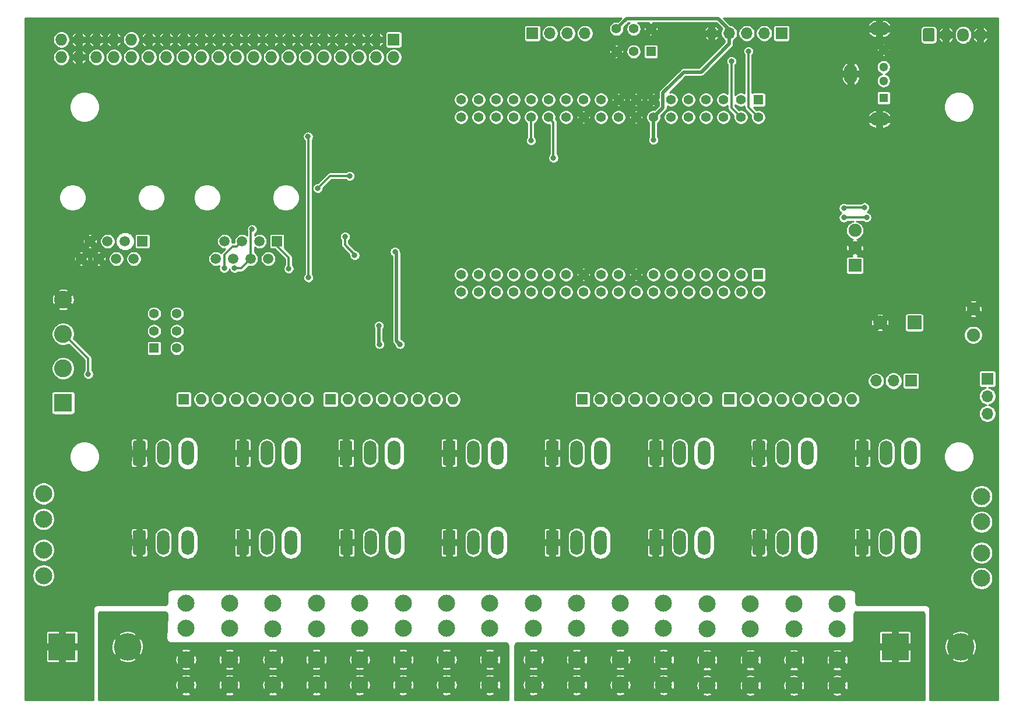
<source format=gbr>
G04 #@! TF.GenerationSoftware,KiCad,Pcbnew,(5.1.6)-1*
G04 #@! TF.CreationDate,2020-09-25T16:17:49-04:00*
G04 #@! TF.ProjectId,PB_16,50425f31-362e-46b6-9963-61645f706362,v2*
G04 #@! TF.SameCoordinates,Original*
G04 #@! TF.FileFunction,Copper,L2,Bot*
G04 #@! TF.FilePolarity,Positive*
%FSLAX46Y46*%
G04 Gerber Fmt 4.6, Leading zero omitted, Abs format (unit mm)*
G04 Created by KiCad (PCBNEW (5.1.6)-1) date 2020-09-25 16:17:49*
%MOMM*%
%LPD*%
G01*
G04 APERTURE LIST*
G04 #@! TA.AperFunction,ComponentPad*
%ADD10C,1.900000*%
G04 #@! TD*
G04 #@! TA.AperFunction,ComponentPad*
%ADD11R,1.900000X1.900000*%
G04 #@! TD*
G04 #@! TA.AperFunction,ComponentPad*
%ADD12C,1.400000*%
G04 #@! TD*
G04 #@! TA.AperFunction,ComponentPad*
%ADD13R,1.400000X1.400000*%
G04 #@! TD*
G04 #@! TA.AperFunction,ComponentPad*
%ADD14C,4.000000*%
G04 #@! TD*
G04 #@! TA.AperFunction,ComponentPad*
%ADD15R,4.000000X4.000000*%
G04 #@! TD*
G04 #@! TA.AperFunction,ComponentPad*
%ADD16C,1.408000*%
G04 #@! TD*
G04 #@! TA.AperFunction,ComponentPad*
%ADD17R,1.408000X1.408000*%
G04 #@! TD*
G04 #@! TA.AperFunction,ComponentPad*
%ADD18C,1.904000*%
G04 #@! TD*
G04 #@! TA.AperFunction,ComponentPad*
%ADD19C,1.500000*%
G04 #@! TD*
G04 #@! TA.AperFunction,ComponentPad*
%ADD20R,1.500000X1.500000*%
G04 #@! TD*
G04 #@! TA.AperFunction,ComponentPad*
%ADD21O,1.900000X2.900000*%
G04 #@! TD*
G04 #@! TA.AperFunction,ComponentPad*
%ADD22O,2.900000X1.900000*%
G04 #@! TD*
G04 #@! TA.AperFunction,ComponentPad*
%ADD23C,1.300000*%
G04 #@! TD*
G04 #@! TA.AperFunction,ComponentPad*
%ADD24R,1.300000X1.300000*%
G04 #@! TD*
G04 #@! TA.AperFunction,ComponentPad*
%ADD25O,1.700000X1.700000*%
G04 #@! TD*
G04 #@! TA.AperFunction,ComponentPad*
%ADD26R,1.700000X1.700000*%
G04 #@! TD*
G04 #@! TA.AperFunction,ComponentPad*
%ADD27O,1.700000X1.950000*%
G04 #@! TD*
G04 #@! TA.AperFunction,ComponentPad*
%ADD28C,2.475000*%
G04 #@! TD*
G04 #@! TA.AperFunction,ComponentPad*
%ADD29C,2.000000*%
G04 #@! TD*
G04 #@! TA.AperFunction,ComponentPad*
%ADD30R,2.000000X2.000000*%
G04 #@! TD*
G04 #@! TA.AperFunction,ComponentPad*
%ADD31O,1.727200X1.727200*%
G04 #@! TD*
G04 #@! TA.AperFunction,ComponentPad*
%ADD32R,1.727200X1.727200*%
G04 #@! TD*
G04 #@! TA.AperFunction,ComponentPad*
%ADD33O,1.800000X3.600000*%
G04 #@! TD*
G04 #@! TA.AperFunction,ComponentPad*
%ADD34O,1.600000X1.600000*%
G04 #@! TD*
G04 #@! TA.AperFunction,ComponentPad*
%ADD35R,1.600000X1.600000*%
G04 #@! TD*
G04 #@! TA.AperFunction,ComponentPad*
%ADD36C,2.600000*%
G04 #@! TD*
G04 #@! TA.AperFunction,ComponentPad*
%ADD37R,2.600000X2.600000*%
G04 #@! TD*
G04 #@! TA.AperFunction,ViaPad*
%ADD38C,0.800000*%
G04 #@! TD*
G04 #@! TA.AperFunction,ViaPad*
%ADD39C,1.000000*%
G04 #@! TD*
G04 #@! TA.AperFunction,Conductor*
%ADD40C,0.500000*%
G04 #@! TD*
G04 #@! TA.AperFunction,Conductor*
%ADD41C,0.350000*%
G04 #@! TD*
G04 #@! TA.AperFunction,Conductor*
%ADD42C,0.254000*%
G04 #@! TD*
G04 APERTURE END LIST*
D10*
X193028800Y-84272600D03*
X193028800Y-86812600D03*
D11*
X193028800Y-89352600D03*
D12*
X158398800Y-54972600D03*
X160898800Y-54972600D03*
X163398800Y-54972600D03*
X158398800Y-58272600D03*
X160898800Y-58272600D03*
D13*
X163398800Y-58272600D03*
D12*
X94548800Y-96362600D03*
X94548800Y-98862600D03*
X94548800Y-101362600D03*
X91248800Y-96362600D03*
X91248800Y-98862600D03*
D13*
X91248800Y-101362600D03*
D14*
X208378800Y-144752600D03*
D15*
X198878800Y-144752600D03*
D14*
X87378800Y-144752600D03*
D15*
X77878800Y-144752600D03*
D16*
X135820360Y-93214600D03*
X135820360Y-90674600D03*
X138360360Y-93214600D03*
X138360360Y-90674600D03*
X140900360Y-93214600D03*
X140900360Y-90674600D03*
X143440360Y-93214600D03*
X143440360Y-90674600D03*
X145980360Y-93214600D03*
X145980360Y-90674600D03*
X148520360Y-93214600D03*
X148520360Y-90674600D03*
X151060360Y-93214600D03*
X151060360Y-90674600D03*
X153600360Y-93214600D03*
X153600360Y-90674600D03*
X156140360Y-93214600D03*
X156140360Y-90674600D03*
X158680360Y-93214600D03*
X158680360Y-90674600D03*
X161220360Y-93214600D03*
X161220360Y-90674600D03*
X163760360Y-93214600D03*
X163760360Y-90674600D03*
X166300360Y-93214600D03*
X166300360Y-90674600D03*
X168840360Y-93214600D03*
X168840360Y-90674600D03*
X171380360Y-93214600D03*
X171380360Y-90674600D03*
X173920360Y-93214600D03*
X173920360Y-90674600D03*
X176460360Y-93214600D03*
X176460360Y-90674600D03*
X179000360Y-93214600D03*
D17*
X179000360Y-90674600D03*
D16*
X135820360Y-67814600D03*
X135820360Y-65274600D03*
X138360360Y-67814600D03*
X138360360Y-65274600D03*
X140900360Y-67814600D03*
X140900360Y-65274600D03*
X143440360Y-67814600D03*
X143440360Y-65274600D03*
X145980360Y-67814600D03*
X145980360Y-65274600D03*
X148520360Y-67814600D03*
X148520360Y-65274600D03*
X151060360Y-67814600D03*
X151060360Y-65274600D03*
X153600360Y-67814600D03*
X153600360Y-65274600D03*
X156140360Y-67814600D03*
X156140360Y-65274600D03*
X158680360Y-67814600D03*
X158680360Y-65274600D03*
X161220360Y-67814600D03*
X161220360Y-65274600D03*
X163760360Y-67814600D03*
X163760360Y-65274600D03*
X166300360Y-67814600D03*
X166300360Y-65274600D03*
X168840360Y-67814600D03*
X168840360Y-65274600D03*
X171380360Y-67814600D03*
X171380360Y-65274600D03*
X173920360Y-67814600D03*
X173920360Y-65274600D03*
X176460360Y-67814600D03*
X176460360Y-65274600D03*
X179000360Y-67814600D03*
D17*
X179000360Y-65274600D03*
D18*
X210229259Y-95648160D03*
X210229259Y-99458160D03*
D19*
X100204400Y-88383520D03*
X101474400Y-85843520D03*
X102744400Y-88383520D03*
X104014400Y-85843520D03*
X105284400Y-88383520D03*
X106554400Y-85843520D03*
X107824400Y-88383520D03*
D20*
X109094400Y-85843520D03*
D19*
X80666800Y-88383520D03*
X81936800Y-85843520D03*
X83206800Y-88383520D03*
X84476800Y-85843520D03*
X85746800Y-88383520D03*
X87016800Y-85843520D03*
X88286800Y-88383520D03*
D20*
X89556800Y-85843520D03*
D21*
X192422600Y-61520720D03*
D22*
X196602600Y-54950720D03*
X196602600Y-68090720D03*
D23*
X197202600Y-58020720D03*
X197202600Y-60520720D03*
X197202600Y-62520720D03*
D24*
X197202600Y-65020720D03*
D25*
X212278800Y-110893000D03*
X212278800Y-108353000D03*
D26*
X212278800Y-105813000D03*
D25*
X196098800Y-106119400D03*
X198638800Y-106119400D03*
D26*
X201178800Y-106119400D03*
D27*
X211260280Y-55861360D03*
X208760280Y-55861360D03*
X206260280Y-55861360D03*
G04 #@! TA.AperFunction,ComponentPad*
G36*
G01*
X202910280Y-56586360D02*
X202910280Y-55136360D01*
G75*
G02*
X203160280Y-54886360I250000J0D01*
G01*
X204360280Y-54886360D01*
G75*
G02*
X204610280Y-55136360I0J-250000D01*
G01*
X204610280Y-56586360D01*
G75*
G02*
X204360280Y-56836360I-250000J0D01*
G01*
X203160280Y-56836360D01*
G75*
G02*
X202910280Y-56586360I0J250000D01*
G01*
G37*
G04 #@! TD.AperFunction*
D28*
X211426000Y-122902600D03*
X211426000Y-134802600D03*
X211426000Y-126602600D03*
X211426000Y-131102600D03*
D25*
X153817680Y-55625840D03*
X151277680Y-55625840D03*
X148737680Y-55625840D03*
D26*
X146197680Y-55625840D03*
D29*
X196678800Y-97652600D03*
D30*
X201678800Y-97652600D03*
D31*
X77779920Y-59085560D03*
X77779920Y-56545560D03*
X80319920Y-59085560D03*
X80319920Y-56545560D03*
X82859920Y-59085560D03*
X82859920Y-56545560D03*
X85399920Y-59085560D03*
X85399920Y-56545560D03*
X87939920Y-59085560D03*
X87939920Y-56545560D03*
X90479920Y-59085560D03*
X90479920Y-56545560D03*
X93019920Y-59085560D03*
X93019920Y-56545560D03*
X95559920Y-59085560D03*
X95559920Y-56545560D03*
X98099920Y-59085560D03*
X98099920Y-56545560D03*
X100639920Y-59085560D03*
X100639920Y-56545560D03*
X103179920Y-59085560D03*
X103179920Y-56545560D03*
X105719920Y-59085560D03*
X105719920Y-56545560D03*
X108259920Y-59085560D03*
X108259920Y-56545560D03*
X110799920Y-59085560D03*
X110799920Y-56545560D03*
X113339920Y-59085560D03*
X113339920Y-56545560D03*
X115879920Y-59085560D03*
X115879920Y-56545560D03*
X118419920Y-59085560D03*
X118419920Y-56545560D03*
X120959920Y-59085560D03*
X120959920Y-56545560D03*
X123499920Y-59085560D03*
X123499920Y-56545560D03*
X126039920Y-59085560D03*
D32*
X126039920Y-56545560D03*
D25*
X172227680Y-55625840D03*
X174767680Y-55625840D03*
X177307680Y-55625840D03*
X179847680Y-55625840D03*
D26*
X182387680Y-55625840D03*
D28*
X121105464Y-138398600D03*
X121105464Y-150298600D03*
X121105464Y-142098600D03*
X121105464Y-146598600D03*
D33*
X111100000Y-116600000D03*
X107600000Y-116600000D03*
G04 #@! TA.AperFunction,ComponentPad*
G36*
G01*
X103200000Y-118150000D02*
X103200000Y-115050000D01*
G75*
G02*
X103450000Y-114800000I250000J0D01*
G01*
X104750000Y-114800000D01*
G75*
G02*
X105000000Y-115050000I0J-250000D01*
G01*
X105000000Y-118150000D01*
G75*
G02*
X104750000Y-118400000I-250000J0D01*
G01*
X103450000Y-118400000D01*
G75*
G02*
X103200000Y-118150000I0J250000D01*
G01*
G37*
G04 #@! TD.AperFunction*
D28*
X108492132Y-138403600D03*
X108492132Y-150303600D03*
X108492132Y-142103600D03*
X108492132Y-146603600D03*
D34*
X192592600Y-108813600D03*
X190052600Y-108813600D03*
X187512600Y-108813600D03*
X184972600Y-108813600D03*
X182432600Y-108813600D03*
X179892600Y-108813600D03*
X177352600Y-108813600D03*
D35*
X174812600Y-108813600D03*
D34*
X171266200Y-108813600D03*
X168726200Y-108813600D03*
X166186200Y-108813600D03*
X163646200Y-108813600D03*
X161106200Y-108813600D03*
X158566200Y-108813600D03*
X156026200Y-108813600D03*
D35*
X153486200Y-108813600D03*
D34*
X134632700Y-108813600D03*
X132092700Y-108813600D03*
X129552700Y-108813600D03*
X127012700Y-108813600D03*
X124472700Y-108813600D03*
X121932700Y-108813600D03*
X119392700Y-108813600D03*
D35*
X116852700Y-108813600D03*
D34*
X113341500Y-108813600D03*
X110801500Y-108813600D03*
X108261500Y-108813600D03*
X105721500Y-108813600D03*
X103181500Y-108813600D03*
X100641500Y-108813600D03*
X98101500Y-108813600D03*
D35*
X95561500Y-108813600D03*
D33*
X201100000Y-129600000D03*
X197600000Y-129600000D03*
G04 #@! TA.AperFunction,ComponentPad*
G36*
G01*
X193200000Y-131150000D02*
X193200000Y-128050000D01*
G75*
G02*
X193450000Y-127800000I250000J0D01*
G01*
X194750000Y-127800000D01*
G75*
G02*
X195000000Y-128050000I0J-250000D01*
G01*
X195000000Y-131150000D01*
G75*
G02*
X194750000Y-131400000I-250000J0D01*
G01*
X193450000Y-131400000D01*
G75*
G02*
X193200000Y-131150000I0J250000D01*
G01*
G37*
G04 #@! TD.AperFunction*
X201100000Y-116600000D03*
X197600000Y-116600000D03*
G04 #@! TA.AperFunction,ComponentPad*
G36*
G01*
X193200000Y-118150000D02*
X193200000Y-115050000D01*
G75*
G02*
X193450000Y-114800000I250000J0D01*
G01*
X194750000Y-114800000D01*
G75*
G02*
X195000000Y-115050000I0J-250000D01*
G01*
X195000000Y-118150000D01*
G75*
G02*
X194750000Y-118400000I-250000J0D01*
G01*
X193450000Y-118400000D01*
G75*
G02*
X193200000Y-118150000I0J250000D01*
G01*
G37*
G04 #@! TD.AperFunction*
X186100000Y-129600000D03*
X182600000Y-129600000D03*
G04 #@! TA.AperFunction,ComponentPad*
G36*
G01*
X178200000Y-131150000D02*
X178200000Y-128050000D01*
G75*
G02*
X178450000Y-127800000I250000J0D01*
G01*
X179750000Y-127800000D01*
G75*
G02*
X180000000Y-128050000I0J-250000D01*
G01*
X180000000Y-131150000D01*
G75*
G02*
X179750000Y-131400000I-250000J0D01*
G01*
X178450000Y-131400000D01*
G75*
G02*
X178200000Y-131150000I0J250000D01*
G01*
G37*
G04 #@! TD.AperFunction*
X186100000Y-116600000D03*
X182600000Y-116600000D03*
G04 #@! TA.AperFunction,ComponentPad*
G36*
G01*
X178200000Y-118150000D02*
X178200000Y-115050000D01*
G75*
G02*
X178450000Y-114800000I250000J0D01*
G01*
X179750000Y-114800000D01*
G75*
G02*
X180000000Y-115050000I0J-250000D01*
G01*
X180000000Y-118150000D01*
G75*
G02*
X179750000Y-118400000I-250000J0D01*
G01*
X178450000Y-118400000D01*
G75*
G02*
X178200000Y-118150000I0J250000D01*
G01*
G37*
G04 #@! TD.AperFunction*
X171100000Y-129600000D03*
X167600000Y-129600000D03*
G04 #@! TA.AperFunction,ComponentPad*
G36*
G01*
X163200000Y-131150000D02*
X163200000Y-128050000D01*
G75*
G02*
X163450000Y-127800000I250000J0D01*
G01*
X164750000Y-127800000D01*
G75*
G02*
X165000000Y-128050000I0J-250000D01*
G01*
X165000000Y-131150000D01*
G75*
G02*
X164750000Y-131400000I-250000J0D01*
G01*
X163450000Y-131400000D01*
G75*
G02*
X163200000Y-131150000I0J250000D01*
G01*
G37*
G04 #@! TD.AperFunction*
X171100000Y-116600000D03*
X167600000Y-116600000D03*
G04 #@! TA.AperFunction,ComponentPad*
G36*
G01*
X163200000Y-118150000D02*
X163200000Y-115050000D01*
G75*
G02*
X163450000Y-114800000I250000J0D01*
G01*
X164750000Y-114800000D01*
G75*
G02*
X165000000Y-115050000I0J-250000D01*
G01*
X165000000Y-118150000D01*
G75*
G02*
X164750000Y-118400000I-250000J0D01*
G01*
X163450000Y-118400000D01*
G75*
G02*
X163200000Y-118150000I0J250000D01*
G01*
G37*
G04 #@! TD.AperFunction*
X156100000Y-129600000D03*
X152600000Y-129600000D03*
G04 #@! TA.AperFunction,ComponentPad*
G36*
G01*
X148200000Y-131150000D02*
X148200000Y-128050000D01*
G75*
G02*
X148450000Y-127800000I250000J0D01*
G01*
X149750000Y-127800000D01*
G75*
G02*
X150000000Y-128050000I0J-250000D01*
G01*
X150000000Y-131150000D01*
G75*
G02*
X149750000Y-131400000I-250000J0D01*
G01*
X148450000Y-131400000D01*
G75*
G02*
X148200000Y-131150000I0J250000D01*
G01*
G37*
G04 #@! TD.AperFunction*
X156100000Y-116600000D03*
X152600000Y-116600000D03*
G04 #@! TA.AperFunction,ComponentPad*
G36*
G01*
X148200000Y-118150000D02*
X148200000Y-115050000D01*
G75*
G02*
X148450000Y-114800000I250000J0D01*
G01*
X149750000Y-114800000D01*
G75*
G02*
X150000000Y-115050000I0J-250000D01*
G01*
X150000000Y-118150000D01*
G75*
G02*
X149750000Y-118400000I-250000J0D01*
G01*
X148450000Y-118400000D01*
G75*
G02*
X148200000Y-118150000I0J250000D01*
G01*
G37*
G04 #@! TD.AperFunction*
X141100000Y-129600000D03*
X137600000Y-129600000D03*
G04 #@! TA.AperFunction,ComponentPad*
G36*
G01*
X133200000Y-131150000D02*
X133200000Y-128050000D01*
G75*
G02*
X133450000Y-127800000I250000J0D01*
G01*
X134750000Y-127800000D01*
G75*
G02*
X135000000Y-128050000I0J-250000D01*
G01*
X135000000Y-131150000D01*
G75*
G02*
X134750000Y-131400000I-250000J0D01*
G01*
X133450000Y-131400000D01*
G75*
G02*
X133200000Y-131150000I0J250000D01*
G01*
G37*
G04 #@! TD.AperFunction*
X141100000Y-116600000D03*
X137600000Y-116600000D03*
G04 #@! TA.AperFunction,ComponentPad*
G36*
G01*
X133200000Y-118150000D02*
X133200000Y-115050000D01*
G75*
G02*
X133450000Y-114800000I250000J0D01*
G01*
X134750000Y-114800000D01*
G75*
G02*
X135000000Y-115050000I0J-250000D01*
G01*
X135000000Y-118150000D01*
G75*
G02*
X134750000Y-118400000I-250000J0D01*
G01*
X133450000Y-118400000D01*
G75*
G02*
X133200000Y-118150000I0J250000D01*
G01*
G37*
G04 #@! TD.AperFunction*
X126214342Y-129600000D03*
X122714342Y-129600000D03*
G04 #@! TA.AperFunction,ComponentPad*
G36*
G01*
X118314342Y-131150000D02*
X118314342Y-128050000D01*
G75*
G02*
X118564342Y-127800000I250000J0D01*
G01*
X119864342Y-127800000D01*
G75*
G02*
X120114342Y-128050000I0J-250000D01*
G01*
X120114342Y-131150000D01*
G75*
G02*
X119864342Y-131400000I-250000J0D01*
G01*
X118564342Y-131400000D01*
G75*
G02*
X118314342Y-131150000I0J250000D01*
G01*
G37*
G04 #@! TD.AperFunction*
X126100000Y-116600000D03*
X122600000Y-116600000D03*
G04 #@! TA.AperFunction,ComponentPad*
G36*
G01*
X118200000Y-118150000D02*
X118200000Y-115050000D01*
G75*
G02*
X118450000Y-114800000I250000J0D01*
G01*
X119750000Y-114800000D01*
G75*
G02*
X120000000Y-115050000I0J-250000D01*
G01*
X120000000Y-118150000D01*
G75*
G02*
X119750000Y-118400000I-250000J0D01*
G01*
X118450000Y-118400000D01*
G75*
G02*
X118200000Y-118150000I0J250000D01*
G01*
G37*
G04 #@! TD.AperFunction*
X111100000Y-129600000D03*
X107600000Y-129600000D03*
G04 #@! TA.AperFunction,ComponentPad*
G36*
G01*
X103200000Y-131150000D02*
X103200000Y-128050000D01*
G75*
G02*
X103450000Y-127800000I250000J0D01*
G01*
X104750000Y-127800000D01*
G75*
G02*
X105000000Y-128050000I0J-250000D01*
G01*
X105000000Y-131150000D01*
G75*
G02*
X104750000Y-131400000I-250000J0D01*
G01*
X103450000Y-131400000D01*
G75*
G02*
X103200000Y-131150000I0J250000D01*
G01*
G37*
G04 #@! TD.AperFunction*
X96100000Y-129600000D03*
X92600000Y-129600000D03*
G04 #@! TA.AperFunction,ComponentPad*
G36*
G01*
X88200000Y-131150000D02*
X88200000Y-128050000D01*
G75*
G02*
X88450000Y-127800000I250000J0D01*
G01*
X89750000Y-127800000D01*
G75*
G02*
X90000000Y-128050000I0J-250000D01*
G01*
X90000000Y-131150000D01*
G75*
G02*
X89750000Y-131400000I-250000J0D01*
G01*
X88450000Y-131400000D01*
G75*
G02*
X88200000Y-131150000I0J250000D01*
G01*
G37*
G04 #@! TD.AperFunction*
X96100000Y-116600000D03*
X92600000Y-116600000D03*
G04 #@! TA.AperFunction,ComponentPad*
G36*
G01*
X88200000Y-118150000D02*
X88200000Y-115050000D01*
G75*
G02*
X88450000Y-114800000I250000J0D01*
G01*
X89750000Y-114800000D01*
G75*
G02*
X90000000Y-115050000I0J-250000D01*
G01*
X90000000Y-118150000D01*
G75*
G02*
X89750000Y-118400000I-250000J0D01*
G01*
X88450000Y-118400000D01*
G75*
G02*
X88200000Y-118150000I0J250000D01*
G01*
G37*
G04 #@! TD.AperFunction*
D36*
X78028800Y-94302600D03*
X78028800Y-99302600D03*
X78028800Y-104302600D03*
D37*
X78028800Y-109302600D03*
D28*
X190478800Y-138463600D03*
X190478800Y-150363600D03*
X190478800Y-142163600D03*
X190478800Y-146663600D03*
X184172124Y-138463600D03*
X184172124Y-150363600D03*
X184172124Y-142163600D03*
X184172124Y-146663600D03*
X177865458Y-138463600D03*
X177865458Y-150363600D03*
X177865458Y-142163600D03*
X177865458Y-146663600D03*
X171558792Y-138463600D03*
X171558792Y-150363600D03*
X171558792Y-142163600D03*
X171558792Y-146663600D03*
X165252126Y-138394800D03*
X165252126Y-150294800D03*
X165252126Y-142094800D03*
X165252126Y-146594800D03*
X158945460Y-138398600D03*
X158945460Y-150298600D03*
X158945460Y-142098600D03*
X158945460Y-146598600D03*
X152638794Y-138398600D03*
X152638794Y-150298600D03*
X152638794Y-142098600D03*
X152638794Y-146598600D03*
X146332128Y-138398600D03*
X146332128Y-150298600D03*
X146332128Y-142098600D03*
X146332128Y-146598600D03*
X140025462Y-138398600D03*
X140025462Y-150298600D03*
X140025462Y-142098600D03*
X140025462Y-146598600D03*
X133718796Y-138398600D03*
X133718796Y-150298600D03*
X133718796Y-142098600D03*
X133718796Y-146598600D03*
X127412130Y-138398600D03*
X127412130Y-150298600D03*
X127412130Y-142098600D03*
X127412130Y-146598600D03*
X114798798Y-138403600D03*
X114798798Y-150303600D03*
X114798798Y-142103600D03*
X114798798Y-146603600D03*
X102185466Y-138402600D03*
X102185466Y-150302600D03*
X102185466Y-142102600D03*
X102185466Y-146602600D03*
X95878800Y-138402600D03*
X95878800Y-150302600D03*
X95878800Y-142102600D03*
X95878800Y-146602600D03*
X75178800Y-122502600D03*
X75178800Y-134402600D03*
X75178800Y-126202600D03*
X75178800Y-130702600D03*
D38*
X191402600Y-73270720D03*
X186676240Y-75993400D03*
X185258920Y-77502160D03*
X191502600Y-72070720D03*
X206346000Y-123364400D03*
X126996400Y-102815800D03*
X125243800Y-104441400D03*
X121611600Y-102561800D03*
X183694280Y-104172160D03*
X120443200Y-102587200D03*
D39*
X186178800Y-97952600D03*
X186178800Y-94152600D03*
D38*
X185324960Y-102831040D03*
X157221040Y-72239080D03*
X196118800Y-88642600D03*
X96978800Y-126252600D03*
X112328800Y-126602600D03*
X97528800Y-111002600D03*
X108828800Y-111002600D03*
X114728800Y-111152600D03*
X123478800Y-110652600D03*
X123578800Y-133502600D03*
X141928800Y-126502600D03*
X156878800Y-126402600D03*
X155828800Y-111402600D03*
X167328800Y-111802600D03*
X186778800Y-110902600D03*
X186978800Y-125852600D03*
X174078800Y-111102600D03*
X171678800Y-126402600D03*
X194602600Y-76470720D03*
X194878800Y-79502600D03*
X200428800Y-69202600D03*
X212888800Y-74002600D03*
X212728800Y-77152600D03*
X212978800Y-129202600D03*
X208728800Y-129452600D03*
X208778800Y-125102600D03*
X203978800Y-125152600D03*
X128828800Y-111202600D03*
X133378800Y-110552600D03*
X140878800Y-112352600D03*
X146628800Y-117452600D03*
X140528800Y-107402600D03*
X151278800Y-107952600D03*
X155928800Y-106052600D03*
X97572960Y-77395480D03*
X97501840Y-81627120D03*
X202578800Y-82452600D03*
X207128800Y-77652600D03*
X189428800Y-83802600D03*
X193078800Y-92152600D03*
X193428800Y-99302600D03*
X213128800Y-98252600D03*
X201908800Y-79512600D03*
X213028800Y-70202600D03*
X206678800Y-74202600D03*
X209828800Y-78472600D03*
X110038800Y-97972600D03*
X125218800Y-98212600D03*
X178588880Y-102739600D03*
X184456280Y-66707160D03*
X185751680Y-65513360D03*
X179813160Y-102709120D03*
X167998800Y-98289520D03*
X168982600Y-96221960D03*
X95578800Y-65352600D03*
X106968800Y-96182600D03*
X144498800Y-71952600D03*
X181278800Y-90452600D03*
X169008000Y-71238520D03*
X175510400Y-69694200D03*
X180595480Y-77674880D03*
X180001120Y-69988840D03*
X176384160Y-78767080D03*
X75378800Y-64152600D03*
X75378800Y-71752600D03*
X76948160Y-82912360D03*
X85248880Y-83720080D03*
X75488800Y-104022600D03*
X76399520Y-101332440D03*
X80956280Y-108678120D03*
X77278800Y-113252600D03*
X167656720Y-102602440D03*
X149942760Y-102693880D03*
X150826680Y-61586520D03*
X161428640Y-61439200D03*
X168616840Y-54581200D03*
X155788800Y-58092600D03*
X173097400Y-61266480D03*
X192076280Y-53961440D03*
X190064600Y-56181400D03*
X184319120Y-56145840D03*
X180829160Y-53961440D03*
X178959720Y-60555280D03*
X150498800Y-71452600D03*
X147748800Y-71452600D03*
X154667160Y-75353320D03*
X155911760Y-74149360D03*
X158075840Y-73671840D03*
X203878800Y-103352600D03*
X202878800Y-104852600D03*
X129678800Y-54052600D03*
X101178800Y-70852600D03*
X86078800Y-63852600D03*
X158178800Y-78952600D03*
X162378800Y-75752600D03*
X165478800Y-71452600D03*
X181978800Y-83452600D03*
X202778800Y-95252600D03*
X203578800Y-100352600D03*
X193978800Y-105752600D03*
X197078800Y-111252600D03*
X202078800Y-111252600D03*
X204878800Y-113852600D03*
X207878800Y-113352600D03*
X210578800Y-112152600D03*
X203778800Y-134152600D03*
X83678800Y-137552600D03*
X82978800Y-134652600D03*
X205278800Y-149052600D03*
X208278800Y-149052600D03*
X211278800Y-149052600D03*
X81278800Y-149052600D03*
X78278800Y-149052600D03*
X75278800Y-149052600D03*
X75278800Y-137052600D03*
X75278800Y-141052600D03*
X78278800Y-134052600D03*
X211278800Y-142052600D03*
X211278800Y-139052600D03*
X201998800Y-138052600D03*
X90778800Y-137552600D03*
X137078800Y-102552600D03*
X151478800Y-113252600D03*
X159578800Y-102552600D03*
X156528800Y-99032600D03*
X127918800Y-98232600D03*
X182778800Y-98852600D03*
X181278800Y-95652600D03*
X189068800Y-94162600D03*
X199378800Y-92052600D03*
X198378800Y-103652600D03*
X196778800Y-107952600D03*
X204678800Y-119852600D03*
X200378800Y-124952600D03*
X210878800Y-120452600D03*
X207998800Y-136202600D03*
X80278800Y-123352600D03*
X82078800Y-125152600D03*
X78478800Y-125252600D03*
X86378800Y-120552600D03*
X77178800Y-118252600D03*
X73078800Y-133052600D03*
X73378800Y-128652600D03*
X73078800Y-123252600D03*
X73078800Y-106952600D03*
X73078800Y-115552600D03*
X91478800Y-111452600D03*
X75278800Y-88752600D03*
X213178800Y-61152600D03*
X212778800Y-65552600D03*
X204828800Y-70672600D03*
X203078800Y-72372600D03*
X211318800Y-72352600D03*
X211378800Y-80652600D03*
X206308800Y-80292600D03*
X198628800Y-79522600D03*
X198778800Y-73952600D03*
X208478800Y-70652600D03*
X75978800Y-58452600D03*
X76178800Y-55852600D03*
X73178800Y-54152600D03*
X153378800Y-74152600D03*
X162278800Y-71352600D03*
X159678800Y-74752600D03*
X124028800Y-82952600D03*
X124728800Y-81427600D03*
X119168800Y-81712600D03*
X115178800Y-86852600D03*
X110908800Y-85182600D03*
X115268800Y-82312600D03*
X128078800Y-87527600D03*
X127903800Y-78252600D03*
X106453800Y-76652600D03*
X101478800Y-81277600D03*
X99928800Y-84652600D03*
X96078800Y-91352600D03*
X110198800Y-92832600D03*
X103678800Y-92852600D03*
X98398800Y-92992600D03*
X134458800Y-87892600D03*
X127728800Y-82682600D03*
X157638800Y-86042600D03*
X119228800Y-65442600D03*
X134028800Y-65482600D03*
X112088800Y-70782600D03*
X116928800Y-66472600D03*
X120588800Y-62502600D03*
X118948800Y-63362600D03*
X122318800Y-61642600D03*
X124468800Y-60912600D03*
X128708800Y-60812600D03*
X139998800Y-60812600D03*
X144598800Y-63982600D03*
X145988800Y-63142600D03*
X145958800Y-59912600D03*
X143798800Y-57552600D03*
X143338800Y-54122600D03*
X205888800Y-107184600D03*
X208682800Y-107438600D03*
X210206800Y-106422600D03*
X210206800Y-102358600D03*
X208428800Y-98294600D03*
X106768800Y-100372600D03*
X111400800Y-102866600D03*
X115248800Y-91702600D03*
X133244800Y-90552600D03*
X120788800Y-91042600D03*
X128238800Y-91062600D03*
X124728800Y-91122600D03*
X76778800Y-77052600D03*
X90478800Y-76552600D03*
X90778800Y-82152600D03*
X80478800Y-71052600D03*
X87878800Y-70952600D03*
X94578800Y-70752600D03*
X91578800Y-85752600D03*
X88098800Y-103012600D03*
X83178800Y-90652600D03*
X83708800Y-98582600D03*
X115178800Y-85352600D03*
X120178800Y-83052600D03*
X116178800Y-89252600D03*
X146478800Y-95452600D03*
X183478800Y-96052600D03*
X98178800Y-102952600D03*
X96178800Y-105052600D03*
X86978800Y-94752600D03*
X95468800Y-94952600D03*
X96678800Y-88352600D03*
X80078800Y-103052600D03*
X91478800Y-108152600D03*
X101978800Y-107652600D03*
X139778800Y-62852600D03*
X137878800Y-63552600D03*
X191278800Y-66652600D03*
X106988800Y-93052600D03*
X191278800Y-102452600D03*
X190178800Y-106852600D03*
X86278800Y-108352600D03*
X165298800Y-57232600D03*
X170278800Y-59452600D03*
X165078800Y-59452600D03*
X170378800Y-57252600D03*
X165678800Y-61652600D03*
X212278800Y-90252600D03*
X210678800Y-91852600D03*
X209178800Y-90252600D03*
X212778800Y-84252600D03*
X207978800Y-86052600D03*
X203378800Y-86052600D03*
X208078800Y-82752600D03*
X187178800Y-60552600D03*
X88308800Y-92042600D03*
X201338800Y-59702600D03*
X203558800Y-62622600D03*
X115908800Y-67942600D03*
X133578800Y-75712600D03*
X144698800Y-88772600D03*
X115218800Y-75612600D03*
X111848800Y-75542600D03*
X112108800Y-89302600D03*
X106528800Y-98492600D03*
X131008800Y-76682600D03*
X143278800Y-88852600D03*
X144908800Y-86862600D03*
X139068800Y-81032600D03*
X136948800Y-82592600D03*
X132738800Y-83152600D03*
X138678800Y-89022600D03*
X137908800Y-72272600D03*
X151438800Y-86072600D03*
X164598800Y-85992600D03*
X167188800Y-88012600D03*
X171208800Y-88972600D03*
X146538800Y-81132600D03*
X142168800Y-76602600D03*
X105998800Y-63342600D03*
X101458800Y-63272600D03*
X108838800Y-70582600D03*
X124438800Y-87202600D03*
D39*
X187728800Y-90762600D03*
X187688800Y-87462600D03*
X185968800Y-89152600D03*
D38*
X196398800Y-85962600D03*
X111728800Y-87272600D03*
X114608800Y-79262600D03*
X112388800Y-81202600D03*
X112678800Y-78072600D03*
X107708800Y-80982600D03*
X111538800Y-95572600D03*
X158928800Y-96332600D03*
X151278800Y-96792600D03*
X153178800Y-97422600D03*
X149138800Y-96322600D03*
X142698800Y-95232600D03*
X140718800Y-94642600D03*
X133088800Y-93192600D03*
X89948800Y-97792600D03*
X92848800Y-97812600D03*
X90788800Y-94502600D03*
X89768800Y-89972600D03*
X172738800Y-71612600D03*
X182698800Y-79972600D03*
X175858800Y-72972600D03*
X184128800Y-71752600D03*
X180368800Y-72942600D03*
X194898800Y-137982600D03*
X177388800Y-88962600D03*
X123888800Y-98102600D03*
X126228800Y-87352600D03*
X126971200Y-100800200D03*
X123964789Y-100800211D03*
X91278800Y-141052600D03*
X88278800Y-141052600D03*
X85278800Y-141052600D03*
X85278800Y-150052600D03*
X91278800Y-150052600D03*
X88278800Y-150052600D03*
X201278800Y-141052600D03*
X195278800Y-141052600D03*
X201278800Y-150052600D03*
X195278800Y-150052600D03*
X198278800Y-150052600D03*
X81682800Y-105152600D03*
X113678800Y-91122600D03*
X113608800Y-70632600D03*
X163755280Y-71101360D03*
X149248800Y-73727610D03*
X145985442Y-71213120D03*
X115028800Y-78127600D03*
X119638800Y-76332600D03*
X118978800Y-85152596D03*
X120378800Y-87852600D03*
X175098920Y-59681520D03*
X177572880Y-58216250D03*
X194428800Y-80902594D03*
X191428800Y-81036570D03*
X191428800Y-82402600D03*
X194728800Y-82352600D03*
X101428800Y-89727600D03*
X105482715Y-84106515D03*
X102938800Y-89752600D03*
X110803800Y-89802600D03*
D40*
X126453800Y-87577600D02*
X126228800Y-87352600D01*
X126971200Y-100800200D02*
X126971200Y-100800200D01*
X126453800Y-100282800D02*
X126453800Y-87577600D01*
X126971200Y-100800200D02*
X126453800Y-100282800D01*
X123888800Y-100724222D02*
X123964789Y-100800211D01*
X123888800Y-98102600D02*
X123888800Y-100724222D01*
D41*
X78118800Y-99302600D02*
X78028800Y-99302600D01*
X81682800Y-105152600D02*
X81682800Y-102866600D01*
X81682800Y-102866600D02*
X78118800Y-99302600D01*
X113678800Y-70702600D02*
X113608800Y-70632600D01*
X113678800Y-91122600D02*
X113678800Y-70702600D01*
D40*
X163755280Y-67819680D02*
X163760360Y-67814600D01*
X163755280Y-71101360D02*
X163755280Y-67819680D01*
X165138800Y-66436160D02*
X165138800Y-64292600D01*
X163760360Y-67814600D02*
X165138800Y-66436160D01*
X174767680Y-57163720D02*
X174767680Y-55625840D01*
X165138800Y-64292600D02*
X168178800Y-61252600D01*
X168178800Y-61252600D02*
X170678800Y-61252600D01*
X170678800Y-61252600D02*
X174767680Y-57163720D01*
X159900150Y-53471250D02*
X158398800Y-54972600D01*
X173147450Y-53471250D02*
X159900150Y-53471250D01*
X174767680Y-55625840D02*
X174767680Y-55091480D01*
X174767680Y-55091480D02*
X173147450Y-53471250D01*
D41*
X148520360Y-67814600D02*
X149248800Y-68543040D01*
X149248800Y-68543040D02*
X149248800Y-73727610D01*
X145980360Y-71208038D02*
X145985442Y-71213120D01*
X145980360Y-67814600D02*
X145980360Y-71208038D01*
X116823800Y-76332600D02*
X119638800Y-76332600D01*
X115028800Y-78127600D02*
X116823800Y-76332600D01*
X120378800Y-87752600D02*
X120378800Y-87852600D01*
X118978800Y-85152596D02*
X118978800Y-86352600D01*
X118978800Y-86352600D02*
X120378800Y-87752600D01*
X175098920Y-66453160D02*
X175098920Y-59681520D01*
X176460360Y-67814600D02*
X175098920Y-66453160D01*
X179000360Y-67814600D02*
X177572880Y-66387120D01*
X177572880Y-66387120D02*
X177572880Y-58216250D01*
X191562776Y-80902594D02*
X191428800Y-81036570D01*
X194428800Y-80902594D02*
X191562776Y-80902594D01*
X191428800Y-82402600D02*
X194678800Y-82402600D01*
X194678800Y-82402600D02*
X194728800Y-82352600D01*
X103264401Y-86593519D02*
X102662881Y-86593519D01*
X104014400Y-85843520D02*
X103264401Y-86593519D01*
X102662881Y-86593519D02*
X101428800Y-87827600D01*
X101428800Y-87827600D02*
X101428800Y-89727600D01*
X105284400Y-84304830D02*
X105482715Y-84106515D01*
X105284400Y-88383520D02*
X105284400Y-84304830D01*
X105284400Y-88383520D02*
X103915320Y-89752600D01*
X103915320Y-89752600D02*
X102938800Y-89752600D01*
X109094400Y-86518200D02*
X109094400Y-85843520D01*
X110803800Y-89802600D02*
X110803800Y-88227600D01*
X110803800Y-88227600D02*
X109094400Y-86518200D01*
D42*
G36*
X202869125Y-139693640D02*
G01*
X202960751Y-139731593D01*
X203039432Y-139791968D01*
X203099807Y-139870649D01*
X203137760Y-139962275D01*
X203151800Y-140068921D01*
X203151800Y-152487360D01*
X143655800Y-152487360D01*
X143655800Y-151582627D01*
X145575603Y-151582627D01*
X145736238Y-151753358D01*
X146031497Y-151841658D01*
X146338309Y-151870659D01*
X146644883Y-151839246D01*
X146928018Y-151753358D01*
X147088653Y-151582627D01*
X151882269Y-151582627D01*
X152042904Y-151753358D01*
X152338163Y-151841658D01*
X152644975Y-151870659D01*
X152951549Y-151839246D01*
X153234684Y-151753358D01*
X153395319Y-151582627D01*
X158188935Y-151582627D01*
X158349570Y-151753358D01*
X158644829Y-151841658D01*
X158951641Y-151870659D01*
X159258215Y-151839246D01*
X159541350Y-151753358D01*
X159701985Y-151582627D01*
X159698185Y-151578827D01*
X164495601Y-151578827D01*
X164656236Y-151749558D01*
X164951495Y-151837858D01*
X165258307Y-151866859D01*
X165564881Y-151835446D01*
X165848016Y-151749558D01*
X165943919Y-151647627D01*
X170802267Y-151647627D01*
X170962902Y-151818358D01*
X171258161Y-151906658D01*
X171564973Y-151935659D01*
X171871547Y-151904246D01*
X172154682Y-151818358D01*
X172315317Y-151647627D01*
X177108933Y-151647627D01*
X177269568Y-151818358D01*
X177564827Y-151906658D01*
X177871639Y-151935659D01*
X178178213Y-151904246D01*
X178461348Y-151818358D01*
X178621983Y-151647627D01*
X183415599Y-151647627D01*
X183576234Y-151818358D01*
X183871493Y-151906658D01*
X184178305Y-151935659D01*
X184484879Y-151904246D01*
X184768014Y-151818358D01*
X184928649Y-151647627D01*
X189722275Y-151647627D01*
X189882910Y-151818358D01*
X190178169Y-151906658D01*
X190484981Y-151935659D01*
X190791555Y-151904246D01*
X191074690Y-151818358D01*
X191235325Y-151647627D01*
X190478800Y-150891102D01*
X189722275Y-151647627D01*
X184928649Y-151647627D01*
X184172124Y-150891102D01*
X183415599Y-151647627D01*
X178621983Y-151647627D01*
X177865458Y-150891102D01*
X177108933Y-151647627D01*
X172315317Y-151647627D01*
X171558792Y-150891102D01*
X170802267Y-151647627D01*
X165943919Y-151647627D01*
X166008651Y-151578827D01*
X165252126Y-150822302D01*
X164495601Y-151578827D01*
X159698185Y-151578827D01*
X158945460Y-150826102D01*
X158188935Y-151582627D01*
X153395319Y-151582627D01*
X152638794Y-150826102D01*
X151882269Y-151582627D01*
X147088653Y-151582627D01*
X146332128Y-150826102D01*
X145575603Y-151582627D01*
X143655800Y-151582627D01*
X143655800Y-150304781D01*
X144760069Y-150304781D01*
X144791482Y-150611355D01*
X144877370Y-150894490D01*
X145048101Y-151055125D01*
X145804626Y-150298600D01*
X146859630Y-150298600D01*
X147616155Y-151055125D01*
X147786886Y-150894490D01*
X147875186Y-150599231D01*
X147903018Y-150304781D01*
X151066735Y-150304781D01*
X151098148Y-150611355D01*
X151184036Y-150894490D01*
X151354767Y-151055125D01*
X152111292Y-150298600D01*
X153166296Y-150298600D01*
X153922821Y-151055125D01*
X154093552Y-150894490D01*
X154181852Y-150599231D01*
X154209684Y-150304781D01*
X157373401Y-150304781D01*
X157404814Y-150611355D01*
X157490702Y-150894490D01*
X157661433Y-151055125D01*
X158417958Y-150298600D01*
X159472962Y-150298600D01*
X160229487Y-151055125D01*
X160400218Y-150894490D01*
X160488518Y-150599231D01*
X160516709Y-150300981D01*
X163680067Y-150300981D01*
X163711480Y-150607555D01*
X163797368Y-150890690D01*
X163968099Y-151051325D01*
X164724624Y-150294800D01*
X165779628Y-150294800D01*
X166536153Y-151051325D01*
X166706884Y-150890690D01*
X166795184Y-150595431D01*
X166816513Y-150369781D01*
X169986733Y-150369781D01*
X170018146Y-150676355D01*
X170104034Y-150959490D01*
X170274765Y-151120125D01*
X171031290Y-150363600D01*
X172086294Y-150363600D01*
X172842819Y-151120125D01*
X173013550Y-150959490D01*
X173101850Y-150664231D01*
X173129682Y-150369781D01*
X176293399Y-150369781D01*
X176324812Y-150676355D01*
X176410700Y-150959490D01*
X176581431Y-151120125D01*
X177337956Y-150363600D01*
X178392960Y-150363600D01*
X179149485Y-151120125D01*
X179320216Y-150959490D01*
X179408516Y-150664231D01*
X179436348Y-150369781D01*
X182600065Y-150369781D01*
X182631478Y-150676355D01*
X182717366Y-150959490D01*
X182888097Y-151120125D01*
X183644622Y-150363600D01*
X184699626Y-150363600D01*
X185456151Y-151120125D01*
X185626882Y-150959490D01*
X185715182Y-150664231D01*
X185743014Y-150369781D01*
X188906741Y-150369781D01*
X188938154Y-150676355D01*
X189024042Y-150959490D01*
X189194773Y-151120125D01*
X189951298Y-150363600D01*
X191006302Y-150363600D01*
X191762827Y-151120125D01*
X191933558Y-150959490D01*
X192021858Y-150664231D01*
X192050859Y-150357419D01*
X192019446Y-150050845D01*
X191933558Y-149767710D01*
X191762827Y-149607075D01*
X191006302Y-150363600D01*
X189951298Y-150363600D01*
X189194773Y-149607075D01*
X189024042Y-149767710D01*
X188935742Y-150062969D01*
X188906741Y-150369781D01*
X185743014Y-150369781D01*
X185744183Y-150357419D01*
X185712770Y-150050845D01*
X185626882Y-149767710D01*
X185456151Y-149607075D01*
X184699626Y-150363600D01*
X183644622Y-150363600D01*
X182888097Y-149607075D01*
X182717366Y-149767710D01*
X182629066Y-150062969D01*
X182600065Y-150369781D01*
X179436348Y-150369781D01*
X179437517Y-150357419D01*
X179406104Y-150050845D01*
X179320216Y-149767710D01*
X179149485Y-149607075D01*
X178392960Y-150363600D01*
X177337956Y-150363600D01*
X176581431Y-149607075D01*
X176410700Y-149767710D01*
X176322400Y-150062969D01*
X176293399Y-150369781D01*
X173129682Y-150369781D01*
X173130851Y-150357419D01*
X173099438Y-150050845D01*
X173013550Y-149767710D01*
X172842819Y-149607075D01*
X172086294Y-150363600D01*
X171031290Y-150363600D01*
X170274765Y-149607075D01*
X170104034Y-149767710D01*
X170015734Y-150062969D01*
X169986733Y-150369781D01*
X166816513Y-150369781D01*
X166824185Y-150288619D01*
X166792772Y-149982045D01*
X166706884Y-149698910D01*
X166536153Y-149538275D01*
X165779628Y-150294800D01*
X164724624Y-150294800D01*
X163968099Y-149538275D01*
X163797368Y-149698910D01*
X163709068Y-149994169D01*
X163680067Y-150300981D01*
X160516709Y-150300981D01*
X160517519Y-150292419D01*
X160486106Y-149985845D01*
X160400218Y-149702710D01*
X160229487Y-149542075D01*
X159472962Y-150298600D01*
X158417958Y-150298600D01*
X157661433Y-149542075D01*
X157490702Y-149702710D01*
X157402402Y-149997969D01*
X157373401Y-150304781D01*
X154209684Y-150304781D01*
X154210853Y-150292419D01*
X154179440Y-149985845D01*
X154093552Y-149702710D01*
X153922821Y-149542075D01*
X153166296Y-150298600D01*
X152111292Y-150298600D01*
X151354767Y-149542075D01*
X151184036Y-149702710D01*
X151095736Y-149997969D01*
X151066735Y-150304781D01*
X147903018Y-150304781D01*
X147904187Y-150292419D01*
X147872774Y-149985845D01*
X147786886Y-149702710D01*
X147616155Y-149542075D01*
X146859630Y-150298600D01*
X145804626Y-150298600D01*
X145048101Y-149542075D01*
X144877370Y-149702710D01*
X144789070Y-149997969D01*
X144760069Y-150304781D01*
X143655800Y-150304781D01*
X143655800Y-149014573D01*
X145575603Y-149014573D01*
X146332128Y-149771098D01*
X147088653Y-149014573D01*
X151882269Y-149014573D01*
X152638794Y-149771098D01*
X153395319Y-149014573D01*
X158188935Y-149014573D01*
X158945460Y-149771098D01*
X159701985Y-149014573D01*
X159698410Y-149010773D01*
X164495601Y-149010773D01*
X165252126Y-149767298D01*
X165939851Y-149079573D01*
X170802267Y-149079573D01*
X171558792Y-149836098D01*
X172315317Y-149079573D01*
X177108933Y-149079573D01*
X177865458Y-149836098D01*
X178621983Y-149079573D01*
X183415599Y-149079573D01*
X184172124Y-149836098D01*
X184928649Y-149079573D01*
X189722275Y-149079573D01*
X190478800Y-149836098D01*
X191235325Y-149079573D01*
X191074690Y-148908842D01*
X190779431Y-148820542D01*
X190472619Y-148791541D01*
X190166045Y-148822954D01*
X189882910Y-148908842D01*
X189722275Y-149079573D01*
X184928649Y-149079573D01*
X184768014Y-148908842D01*
X184472755Y-148820542D01*
X184165943Y-148791541D01*
X183859369Y-148822954D01*
X183576234Y-148908842D01*
X183415599Y-149079573D01*
X178621983Y-149079573D01*
X178461348Y-148908842D01*
X178166089Y-148820542D01*
X177859277Y-148791541D01*
X177552703Y-148822954D01*
X177269568Y-148908842D01*
X177108933Y-149079573D01*
X172315317Y-149079573D01*
X172154682Y-148908842D01*
X171859423Y-148820542D01*
X171552611Y-148791541D01*
X171246037Y-148822954D01*
X170962902Y-148908842D01*
X170802267Y-149079573D01*
X165939851Y-149079573D01*
X166008651Y-149010773D01*
X165848016Y-148840042D01*
X165552757Y-148751742D01*
X165245945Y-148722741D01*
X164939371Y-148754154D01*
X164656236Y-148840042D01*
X164495601Y-149010773D01*
X159698410Y-149010773D01*
X159541350Y-148843842D01*
X159246091Y-148755542D01*
X158939279Y-148726541D01*
X158632705Y-148757954D01*
X158349570Y-148843842D01*
X158188935Y-149014573D01*
X153395319Y-149014573D01*
X153234684Y-148843842D01*
X152939425Y-148755542D01*
X152632613Y-148726541D01*
X152326039Y-148757954D01*
X152042904Y-148843842D01*
X151882269Y-149014573D01*
X147088653Y-149014573D01*
X146928018Y-148843842D01*
X146632759Y-148755542D01*
X146325947Y-148726541D01*
X146019373Y-148757954D01*
X145736238Y-148843842D01*
X145575603Y-149014573D01*
X143655800Y-149014573D01*
X143655800Y-147882627D01*
X145575603Y-147882627D01*
X145736238Y-148053358D01*
X146031497Y-148141658D01*
X146338309Y-148170659D01*
X146644883Y-148139246D01*
X146928018Y-148053358D01*
X147088653Y-147882627D01*
X151882269Y-147882627D01*
X152042904Y-148053358D01*
X152338163Y-148141658D01*
X152644975Y-148170659D01*
X152951549Y-148139246D01*
X153234684Y-148053358D01*
X153395319Y-147882627D01*
X158188935Y-147882627D01*
X158349570Y-148053358D01*
X158644829Y-148141658D01*
X158951641Y-148170659D01*
X159258215Y-148139246D01*
X159541350Y-148053358D01*
X159701985Y-147882627D01*
X159698185Y-147878827D01*
X164495601Y-147878827D01*
X164656236Y-148049558D01*
X164951495Y-148137858D01*
X165258307Y-148166859D01*
X165564881Y-148135446D01*
X165848016Y-148049558D01*
X165943919Y-147947627D01*
X170802267Y-147947627D01*
X170962902Y-148118358D01*
X171258161Y-148206658D01*
X171564973Y-148235659D01*
X171871547Y-148204246D01*
X172154682Y-148118358D01*
X172315317Y-147947627D01*
X177108933Y-147947627D01*
X177269568Y-148118358D01*
X177564827Y-148206658D01*
X177871639Y-148235659D01*
X178178213Y-148204246D01*
X178461348Y-148118358D01*
X178621983Y-147947627D01*
X183415599Y-147947627D01*
X183576234Y-148118358D01*
X183871493Y-148206658D01*
X184178305Y-148235659D01*
X184484879Y-148204246D01*
X184768014Y-148118358D01*
X184928649Y-147947627D01*
X189722275Y-147947627D01*
X189882910Y-148118358D01*
X190178169Y-148206658D01*
X190484981Y-148235659D01*
X190791555Y-148204246D01*
X191074690Y-148118358D01*
X191235325Y-147947627D01*
X190478800Y-147191102D01*
X189722275Y-147947627D01*
X184928649Y-147947627D01*
X184172124Y-147191102D01*
X183415599Y-147947627D01*
X178621983Y-147947627D01*
X177865458Y-147191102D01*
X177108933Y-147947627D01*
X172315317Y-147947627D01*
X171558792Y-147191102D01*
X170802267Y-147947627D01*
X165943919Y-147947627D01*
X166008651Y-147878827D01*
X165252126Y-147122302D01*
X164495601Y-147878827D01*
X159698185Y-147878827D01*
X158945460Y-147126102D01*
X158188935Y-147882627D01*
X153395319Y-147882627D01*
X152638794Y-147126102D01*
X151882269Y-147882627D01*
X147088653Y-147882627D01*
X146332128Y-147126102D01*
X145575603Y-147882627D01*
X143655800Y-147882627D01*
X143655800Y-146604781D01*
X144760069Y-146604781D01*
X144791482Y-146911355D01*
X144877370Y-147194490D01*
X145048101Y-147355125D01*
X145804626Y-146598600D01*
X146859630Y-146598600D01*
X147616155Y-147355125D01*
X147786886Y-147194490D01*
X147875186Y-146899231D01*
X147903018Y-146604781D01*
X151066735Y-146604781D01*
X151098148Y-146911355D01*
X151184036Y-147194490D01*
X151354767Y-147355125D01*
X152111292Y-146598600D01*
X153166296Y-146598600D01*
X153922821Y-147355125D01*
X154093552Y-147194490D01*
X154181852Y-146899231D01*
X154209684Y-146604781D01*
X157373401Y-146604781D01*
X157404814Y-146911355D01*
X157490702Y-147194490D01*
X157661433Y-147355125D01*
X158417958Y-146598600D01*
X159472962Y-146598600D01*
X160229487Y-147355125D01*
X160400218Y-147194490D01*
X160488518Y-146899231D01*
X160516709Y-146600981D01*
X163680067Y-146600981D01*
X163711480Y-146907555D01*
X163797368Y-147190690D01*
X163968099Y-147351325D01*
X164724624Y-146594800D01*
X165779628Y-146594800D01*
X166536153Y-147351325D01*
X166706884Y-147190690D01*
X166795184Y-146895431D01*
X166816513Y-146669781D01*
X169986733Y-146669781D01*
X170018146Y-146976355D01*
X170104034Y-147259490D01*
X170274765Y-147420125D01*
X171031290Y-146663600D01*
X172086294Y-146663600D01*
X172842819Y-147420125D01*
X173013550Y-147259490D01*
X173101850Y-146964231D01*
X173129682Y-146669781D01*
X176293399Y-146669781D01*
X176324812Y-146976355D01*
X176410700Y-147259490D01*
X176581431Y-147420125D01*
X177337956Y-146663600D01*
X178392960Y-146663600D01*
X179149485Y-147420125D01*
X179320216Y-147259490D01*
X179408516Y-146964231D01*
X179436348Y-146669781D01*
X182600065Y-146669781D01*
X182631478Y-146976355D01*
X182717366Y-147259490D01*
X182888097Y-147420125D01*
X183644622Y-146663600D01*
X184699626Y-146663600D01*
X185456151Y-147420125D01*
X185626882Y-147259490D01*
X185715182Y-146964231D01*
X185743014Y-146669781D01*
X188906741Y-146669781D01*
X188938154Y-146976355D01*
X189024042Y-147259490D01*
X189194773Y-147420125D01*
X189951298Y-146663600D01*
X191006302Y-146663600D01*
X191762827Y-147420125D01*
X191933558Y-147259490D01*
X192021858Y-146964231D01*
X192041862Y-146752600D01*
X196550218Y-146752600D01*
X196556532Y-146816703D01*
X196575230Y-146878343D01*
X196605594Y-146935150D01*
X196646457Y-146984943D01*
X196696250Y-147025806D01*
X196753057Y-147056170D01*
X196814697Y-147074868D01*
X196878800Y-147081182D01*
X198424050Y-147079600D01*
X198505800Y-146997850D01*
X198505800Y-145125600D01*
X199251800Y-145125600D01*
X199251800Y-146997850D01*
X199333550Y-147079600D01*
X200878800Y-147081182D01*
X200942903Y-147074868D01*
X201004543Y-147056170D01*
X201061350Y-147025806D01*
X201111143Y-146984943D01*
X201152006Y-146935150D01*
X201182370Y-146878343D01*
X201201068Y-146816703D01*
X201207382Y-146752600D01*
X201205800Y-145207350D01*
X201124050Y-145125600D01*
X199251800Y-145125600D01*
X198505800Y-145125600D01*
X196633550Y-145125600D01*
X196551800Y-145207350D01*
X196550218Y-146752600D01*
X192041862Y-146752600D01*
X192050859Y-146657419D01*
X192019446Y-146350845D01*
X191933558Y-146067710D01*
X191762827Y-145907075D01*
X191006302Y-146663600D01*
X189951298Y-146663600D01*
X189194773Y-145907075D01*
X189024042Y-146067710D01*
X188935742Y-146362969D01*
X188906741Y-146669781D01*
X185743014Y-146669781D01*
X185744183Y-146657419D01*
X185712770Y-146350845D01*
X185626882Y-146067710D01*
X185456151Y-145907075D01*
X184699626Y-146663600D01*
X183644622Y-146663600D01*
X182888097Y-145907075D01*
X182717366Y-146067710D01*
X182629066Y-146362969D01*
X182600065Y-146669781D01*
X179436348Y-146669781D01*
X179437517Y-146657419D01*
X179406104Y-146350845D01*
X179320216Y-146067710D01*
X179149485Y-145907075D01*
X178392960Y-146663600D01*
X177337956Y-146663600D01*
X176581431Y-145907075D01*
X176410700Y-146067710D01*
X176322400Y-146362969D01*
X176293399Y-146669781D01*
X173129682Y-146669781D01*
X173130851Y-146657419D01*
X173099438Y-146350845D01*
X173013550Y-146067710D01*
X172842819Y-145907075D01*
X172086294Y-146663600D01*
X171031290Y-146663600D01*
X170274765Y-145907075D01*
X170104034Y-146067710D01*
X170015734Y-146362969D01*
X169986733Y-146669781D01*
X166816513Y-146669781D01*
X166824185Y-146588619D01*
X166792772Y-146282045D01*
X166706884Y-145998910D01*
X166536153Y-145838275D01*
X165779628Y-146594800D01*
X164724624Y-146594800D01*
X163968099Y-145838275D01*
X163797368Y-145998910D01*
X163709068Y-146294169D01*
X163680067Y-146600981D01*
X160516709Y-146600981D01*
X160517519Y-146592419D01*
X160486106Y-146285845D01*
X160400218Y-146002710D01*
X160229487Y-145842075D01*
X159472962Y-146598600D01*
X158417958Y-146598600D01*
X157661433Y-145842075D01*
X157490702Y-146002710D01*
X157402402Y-146297969D01*
X157373401Y-146604781D01*
X154209684Y-146604781D01*
X154210853Y-146592419D01*
X154179440Y-146285845D01*
X154093552Y-146002710D01*
X153922821Y-145842075D01*
X153166296Y-146598600D01*
X152111292Y-146598600D01*
X151354767Y-145842075D01*
X151184036Y-146002710D01*
X151095736Y-146297969D01*
X151066735Y-146604781D01*
X147903018Y-146604781D01*
X147904187Y-146592419D01*
X147872774Y-146285845D01*
X147786886Y-146002710D01*
X147616155Y-145842075D01*
X146859630Y-146598600D01*
X145804626Y-146598600D01*
X145048101Y-145842075D01*
X144877370Y-146002710D01*
X144789070Y-146297969D01*
X144760069Y-146604781D01*
X143655800Y-146604781D01*
X143655800Y-145314573D01*
X145575603Y-145314573D01*
X146332128Y-146071098D01*
X147088653Y-145314573D01*
X151882269Y-145314573D01*
X152638794Y-146071098D01*
X153395319Y-145314573D01*
X158188935Y-145314573D01*
X158945460Y-146071098D01*
X159701985Y-145314573D01*
X159698410Y-145310773D01*
X164495601Y-145310773D01*
X165252126Y-146067298D01*
X165939851Y-145379573D01*
X170802267Y-145379573D01*
X171558792Y-146136098D01*
X172315317Y-145379573D01*
X177108933Y-145379573D01*
X177865458Y-146136098D01*
X178621983Y-145379573D01*
X183415599Y-145379573D01*
X184172124Y-146136098D01*
X184928649Y-145379573D01*
X189722275Y-145379573D01*
X190478800Y-146136098D01*
X191235325Y-145379573D01*
X191074690Y-145208842D01*
X190779431Y-145120542D01*
X190472619Y-145091541D01*
X190166045Y-145122954D01*
X189882910Y-145208842D01*
X189722275Y-145379573D01*
X184928649Y-145379573D01*
X184768014Y-145208842D01*
X184472755Y-145120542D01*
X184165943Y-145091541D01*
X183859369Y-145122954D01*
X183576234Y-145208842D01*
X183415599Y-145379573D01*
X178621983Y-145379573D01*
X178461348Y-145208842D01*
X178166089Y-145120542D01*
X177859277Y-145091541D01*
X177552703Y-145122954D01*
X177269568Y-145208842D01*
X177108933Y-145379573D01*
X172315317Y-145379573D01*
X172154682Y-145208842D01*
X171859423Y-145120542D01*
X171552611Y-145091541D01*
X171246037Y-145122954D01*
X170962902Y-145208842D01*
X170802267Y-145379573D01*
X165939851Y-145379573D01*
X166008651Y-145310773D01*
X165848016Y-145140042D01*
X165552757Y-145051742D01*
X165245945Y-145022741D01*
X164939371Y-145054154D01*
X164656236Y-145140042D01*
X164495601Y-145310773D01*
X159698410Y-145310773D01*
X159541350Y-145143842D01*
X159246091Y-145055542D01*
X158939279Y-145026541D01*
X158632705Y-145057954D01*
X158349570Y-145143842D01*
X158188935Y-145314573D01*
X153395319Y-145314573D01*
X153234684Y-145143842D01*
X152939425Y-145055542D01*
X152632613Y-145026541D01*
X152326039Y-145057954D01*
X152042904Y-145143842D01*
X151882269Y-145314573D01*
X147088653Y-145314573D01*
X146928018Y-145143842D01*
X146632759Y-145055542D01*
X146325947Y-145026541D01*
X146019373Y-145057954D01*
X145736238Y-145143842D01*
X145575603Y-145314573D01*
X143655800Y-145314573D01*
X143655800Y-144568921D01*
X143669840Y-144462275D01*
X143707793Y-144370649D01*
X143768168Y-144291968D01*
X143846849Y-144231593D01*
X143938475Y-144193640D01*
X144045121Y-144179600D01*
X192270800Y-144179600D01*
X192287377Y-144178513D01*
X192418857Y-144161203D01*
X192450880Y-144152623D01*
X192573400Y-144101874D01*
X192602113Y-144085297D01*
X192707323Y-144004566D01*
X192730766Y-143981123D01*
X192811497Y-143875913D01*
X192828074Y-143847200D01*
X192878823Y-143724680D01*
X192887403Y-143692657D01*
X192904713Y-143561177D01*
X192905800Y-143544600D01*
X192905800Y-142752600D01*
X196550218Y-142752600D01*
X196551800Y-144297850D01*
X196633550Y-144379600D01*
X198505800Y-144379600D01*
X198505800Y-142507350D01*
X199251800Y-142507350D01*
X199251800Y-144379600D01*
X201124050Y-144379600D01*
X201205800Y-144297850D01*
X201207382Y-142752600D01*
X201201068Y-142688497D01*
X201182370Y-142626857D01*
X201152006Y-142570050D01*
X201111143Y-142520257D01*
X201061350Y-142479394D01*
X201004543Y-142449030D01*
X200942903Y-142430332D01*
X200878800Y-142424018D01*
X199333550Y-142425600D01*
X199251800Y-142507350D01*
X198505800Y-142507350D01*
X198424050Y-142425600D01*
X196878800Y-142424018D01*
X196814697Y-142430332D01*
X196753057Y-142449030D01*
X196696250Y-142479394D01*
X196646457Y-142520257D01*
X196605594Y-142570050D01*
X196575230Y-142626857D01*
X196556532Y-142688497D01*
X196550218Y-142752600D01*
X192905800Y-142752600D01*
X192905800Y-140068921D01*
X192919840Y-139962275D01*
X192957793Y-139870649D01*
X193018168Y-139791968D01*
X193096849Y-139731593D01*
X193188475Y-139693640D01*
X193295121Y-139679600D01*
X202762479Y-139679600D01*
X202869125Y-139693640D01*
G37*
X202869125Y-139693640D02*
X202960751Y-139731593D01*
X203039432Y-139791968D01*
X203099807Y-139870649D01*
X203137760Y-139962275D01*
X203151800Y-140068921D01*
X203151800Y-152487360D01*
X143655800Y-152487360D01*
X143655800Y-151582627D01*
X145575603Y-151582627D01*
X145736238Y-151753358D01*
X146031497Y-151841658D01*
X146338309Y-151870659D01*
X146644883Y-151839246D01*
X146928018Y-151753358D01*
X147088653Y-151582627D01*
X151882269Y-151582627D01*
X152042904Y-151753358D01*
X152338163Y-151841658D01*
X152644975Y-151870659D01*
X152951549Y-151839246D01*
X153234684Y-151753358D01*
X153395319Y-151582627D01*
X158188935Y-151582627D01*
X158349570Y-151753358D01*
X158644829Y-151841658D01*
X158951641Y-151870659D01*
X159258215Y-151839246D01*
X159541350Y-151753358D01*
X159701985Y-151582627D01*
X159698185Y-151578827D01*
X164495601Y-151578827D01*
X164656236Y-151749558D01*
X164951495Y-151837858D01*
X165258307Y-151866859D01*
X165564881Y-151835446D01*
X165848016Y-151749558D01*
X165943919Y-151647627D01*
X170802267Y-151647627D01*
X170962902Y-151818358D01*
X171258161Y-151906658D01*
X171564973Y-151935659D01*
X171871547Y-151904246D01*
X172154682Y-151818358D01*
X172315317Y-151647627D01*
X177108933Y-151647627D01*
X177269568Y-151818358D01*
X177564827Y-151906658D01*
X177871639Y-151935659D01*
X178178213Y-151904246D01*
X178461348Y-151818358D01*
X178621983Y-151647627D01*
X183415599Y-151647627D01*
X183576234Y-151818358D01*
X183871493Y-151906658D01*
X184178305Y-151935659D01*
X184484879Y-151904246D01*
X184768014Y-151818358D01*
X184928649Y-151647627D01*
X189722275Y-151647627D01*
X189882910Y-151818358D01*
X190178169Y-151906658D01*
X190484981Y-151935659D01*
X190791555Y-151904246D01*
X191074690Y-151818358D01*
X191235325Y-151647627D01*
X190478800Y-150891102D01*
X189722275Y-151647627D01*
X184928649Y-151647627D01*
X184172124Y-150891102D01*
X183415599Y-151647627D01*
X178621983Y-151647627D01*
X177865458Y-150891102D01*
X177108933Y-151647627D01*
X172315317Y-151647627D01*
X171558792Y-150891102D01*
X170802267Y-151647627D01*
X165943919Y-151647627D01*
X166008651Y-151578827D01*
X165252126Y-150822302D01*
X164495601Y-151578827D01*
X159698185Y-151578827D01*
X158945460Y-150826102D01*
X158188935Y-151582627D01*
X153395319Y-151582627D01*
X152638794Y-150826102D01*
X151882269Y-151582627D01*
X147088653Y-151582627D01*
X146332128Y-150826102D01*
X145575603Y-151582627D01*
X143655800Y-151582627D01*
X143655800Y-150304781D01*
X144760069Y-150304781D01*
X144791482Y-150611355D01*
X144877370Y-150894490D01*
X145048101Y-151055125D01*
X145804626Y-150298600D01*
X146859630Y-150298600D01*
X147616155Y-151055125D01*
X147786886Y-150894490D01*
X147875186Y-150599231D01*
X147903018Y-150304781D01*
X151066735Y-150304781D01*
X151098148Y-150611355D01*
X151184036Y-150894490D01*
X151354767Y-151055125D01*
X152111292Y-150298600D01*
X153166296Y-150298600D01*
X153922821Y-151055125D01*
X154093552Y-150894490D01*
X154181852Y-150599231D01*
X154209684Y-150304781D01*
X157373401Y-150304781D01*
X157404814Y-150611355D01*
X157490702Y-150894490D01*
X157661433Y-151055125D01*
X158417958Y-150298600D01*
X159472962Y-150298600D01*
X160229487Y-151055125D01*
X160400218Y-150894490D01*
X160488518Y-150599231D01*
X160516709Y-150300981D01*
X163680067Y-150300981D01*
X163711480Y-150607555D01*
X163797368Y-150890690D01*
X163968099Y-151051325D01*
X164724624Y-150294800D01*
X165779628Y-150294800D01*
X166536153Y-151051325D01*
X166706884Y-150890690D01*
X166795184Y-150595431D01*
X166816513Y-150369781D01*
X169986733Y-150369781D01*
X170018146Y-150676355D01*
X170104034Y-150959490D01*
X170274765Y-151120125D01*
X171031290Y-150363600D01*
X172086294Y-150363600D01*
X172842819Y-151120125D01*
X173013550Y-150959490D01*
X173101850Y-150664231D01*
X173129682Y-150369781D01*
X176293399Y-150369781D01*
X176324812Y-150676355D01*
X176410700Y-150959490D01*
X176581431Y-151120125D01*
X177337956Y-150363600D01*
X178392960Y-150363600D01*
X179149485Y-151120125D01*
X179320216Y-150959490D01*
X179408516Y-150664231D01*
X179436348Y-150369781D01*
X182600065Y-150369781D01*
X182631478Y-150676355D01*
X182717366Y-150959490D01*
X182888097Y-151120125D01*
X183644622Y-150363600D01*
X184699626Y-150363600D01*
X185456151Y-151120125D01*
X185626882Y-150959490D01*
X185715182Y-150664231D01*
X185743014Y-150369781D01*
X188906741Y-150369781D01*
X188938154Y-150676355D01*
X189024042Y-150959490D01*
X189194773Y-151120125D01*
X189951298Y-150363600D01*
X191006302Y-150363600D01*
X191762827Y-151120125D01*
X191933558Y-150959490D01*
X192021858Y-150664231D01*
X192050859Y-150357419D01*
X192019446Y-150050845D01*
X191933558Y-149767710D01*
X191762827Y-149607075D01*
X191006302Y-150363600D01*
X189951298Y-150363600D01*
X189194773Y-149607075D01*
X189024042Y-149767710D01*
X188935742Y-150062969D01*
X188906741Y-150369781D01*
X185743014Y-150369781D01*
X185744183Y-150357419D01*
X185712770Y-150050845D01*
X185626882Y-149767710D01*
X185456151Y-149607075D01*
X184699626Y-150363600D01*
X183644622Y-150363600D01*
X182888097Y-149607075D01*
X182717366Y-149767710D01*
X182629066Y-150062969D01*
X182600065Y-150369781D01*
X179436348Y-150369781D01*
X179437517Y-150357419D01*
X179406104Y-150050845D01*
X179320216Y-149767710D01*
X179149485Y-149607075D01*
X178392960Y-150363600D01*
X177337956Y-150363600D01*
X176581431Y-149607075D01*
X176410700Y-149767710D01*
X176322400Y-150062969D01*
X176293399Y-150369781D01*
X173129682Y-150369781D01*
X173130851Y-150357419D01*
X173099438Y-150050845D01*
X173013550Y-149767710D01*
X172842819Y-149607075D01*
X172086294Y-150363600D01*
X171031290Y-150363600D01*
X170274765Y-149607075D01*
X170104034Y-149767710D01*
X170015734Y-150062969D01*
X169986733Y-150369781D01*
X166816513Y-150369781D01*
X166824185Y-150288619D01*
X166792772Y-149982045D01*
X166706884Y-149698910D01*
X166536153Y-149538275D01*
X165779628Y-150294800D01*
X164724624Y-150294800D01*
X163968099Y-149538275D01*
X163797368Y-149698910D01*
X163709068Y-149994169D01*
X163680067Y-150300981D01*
X160516709Y-150300981D01*
X160517519Y-150292419D01*
X160486106Y-149985845D01*
X160400218Y-149702710D01*
X160229487Y-149542075D01*
X159472962Y-150298600D01*
X158417958Y-150298600D01*
X157661433Y-149542075D01*
X157490702Y-149702710D01*
X157402402Y-149997969D01*
X157373401Y-150304781D01*
X154209684Y-150304781D01*
X154210853Y-150292419D01*
X154179440Y-149985845D01*
X154093552Y-149702710D01*
X153922821Y-149542075D01*
X153166296Y-150298600D01*
X152111292Y-150298600D01*
X151354767Y-149542075D01*
X151184036Y-149702710D01*
X151095736Y-149997969D01*
X151066735Y-150304781D01*
X147903018Y-150304781D01*
X147904187Y-150292419D01*
X147872774Y-149985845D01*
X147786886Y-149702710D01*
X147616155Y-149542075D01*
X146859630Y-150298600D01*
X145804626Y-150298600D01*
X145048101Y-149542075D01*
X144877370Y-149702710D01*
X144789070Y-149997969D01*
X144760069Y-150304781D01*
X143655800Y-150304781D01*
X143655800Y-149014573D01*
X145575603Y-149014573D01*
X146332128Y-149771098D01*
X147088653Y-149014573D01*
X151882269Y-149014573D01*
X152638794Y-149771098D01*
X153395319Y-149014573D01*
X158188935Y-149014573D01*
X158945460Y-149771098D01*
X159701985Y-149014573D01*
X159698410Y-149010773D01*
X164495601Y-149010773D01*
X165252126Y-149767298D01*
X165939851Y-149079573D01*
X170802267Y-149079573D01*
X171558792Y-149836098D01*
X172315317Y-149079573D01*
X177108933Y-149079573D01*
X177865458Y-149836098D01*
X178621983Y-149079573D01*
X183415599Y-149079573D01*
X184172124Y-149836098D01*
X184928649Y-149079573D01*
X189722275Y-149079573D01*
X190478800Y-149836098D01*
X191235325Y-149079573D01*
X191074690Y-148908842D01*
X190779431Y-148820542D01*
X190472619Y-148791541D01*
X190166045Y-148822954D01*
X189882910Y-148908842D01*
X189722275Y-149079573D01*
X184928649Y-149079573D01*
X184768014Y-148908842D01*
X184472755Y-148820542D01*
X184165943Y-148791541D01*
X183859369Y-148822954D01*
X183576234Y-148908842D01*
X183415599Y-149079573D01*
X178621983Y-149079573D01*
X178461348Y-148908842D01*
X178166089Y-148820542D01*
X177859277Y-148791541D01*
X177552703Y-148822954D01*
X177269568Y-148908842D01*
X177108933Y-149079573D01*
X172315317Y-149079573D01*
X172154682Y-148908842D01*
X171859423Y-148820542D01*
X171552611Y-148791541D01*
X171246037Y-148822954D01*
X170962902Y-148908842D01*
X170802267Y-149079573D01*
X165939851Y-149079573D01*
X166008651Y-149010773D01*
X165848016Y-148840042D01*
X165552757Y-148751742D01*
X165245945Y-148722741D01*
X164939371Y-148754154D01*
X164656236Y-148840042D01*
X164495601Y-149010773D01*
X159698410Y-149010773D01*
X159541350Y-148843842D01*
X159246091Y-148755542D01*
X158939279Y-148726541D01*
X158632705Y-148757954D01*
X158349570Y-148843842D01*
X158188935Y-149014573D01*
X153395319Y-149014573D01*
X153234684Y-148843842D01*
X152939425Y-148755542D01*
X152632613Y-148726541D01*
X152326039Y-148757954D01*
X152042904Y-148843842D01*
X151882269Y-149014573D01*
X147088653Y-149014573D01*
X146928018Y-148843842D01*
X146632759Y-148755542D01*
X146325947Y-148726541D01*
X146019373Y-148757954D01*
X145736238Y-148843842D01*
X145575603Y-149014573D01*
X143655800Y-149014573D01*
X143655800Y-147882627D01*
X145575603Y-147882627D01*
X145736238Y-148053358D01*
X146031497Y-148141658D01*
X146338309Y-148170659D01*
X146644883Y-148139246D01*
X146928018Y-148053358D01*
X147088653Y-147882627D01*
X151882269Y-147882627D01*
X152042904Y-148053358D01*
X152338163Y-148141658D01*
X152644975Y-148170659D01*
X152951549Y-148139246D01*
X153234684Y-148053358D01*
X153395319Y-147882627D01*
X158188935Y-147882627D01*
X158349570Y-148053358D01*
X158644829Y-148141658D01*
X158951641Y-148170659D01*
X159258215Y-148139246D01*
X159541350Y-148053358D01*
X159701985Y-147882627D01*
X159698185Y-147878827D01*
X164495601Y-147878827D01*
X164656236Y-148049558D01*
X164951495Y-148137858D01*
X165258307Y-148166859D01*
X165564881Y-148135446D01*
X165848016Y-148049558D01*
X165943919Y-147947627D01*
X170802267Y-147947627D01*
X170962902Y-148118358D01*
X171258161Y-148206658D01*
X171564973Y-148235659D01*
X171871547Y-148204246D01*
X172154682Y-148118358D01*
X172315317Y-147947627D01*
X177108933Y-147947627D01*
X177269568Y-148118358D01*
X177564827Y-148206658D01*
X177871639Y-148235659D01*
X178178213Y-148204246D01*
X178461348Y-148118358D01*
X178621983Y-147947627D01*
X183415599Y-147947627D01*
X183576234Y-148118358D01*
X183871493Y-148206658D01*
X184178305Y-148235659D01*
X184484879Y-148204246D01*
X184768014Y-148118358D01*
X184928649Y-147947627D01*
X189722275Y-147947627D01*
X189882910Y-148118358D01*
X190178169Y-148206658D01*
X190484981Y-148235659D01*
X190791555Y-148204246D01*
X191074690Y-148118358D01*
X191235325Y-147947627D01*
X190478800Y-147191102D01*
X189722275Y-147947627D01*
X184928649Y-147947627D01*
X184172124Y-147191102D01*
X183415599Y-147947627D01*
X178621983Y-147947627D01*
X177865458Y-147191102D01*
X177108933Y-147947627D01*
X172315317Y-147947627D01*
X171558792Y-147191102D01*
X170802267Y-147947627D01*
X165943919Y-147947627D01*
X166008651Y-147878827D01*
X165252126Y-147122302D01*
X164495601Y-147878827D01*
X159698185Y-147878827D01*
X158945460Y-147126102D01*
X158188935Y-147882627D01*
X153395319Y-147882627D01*
X152638794Y-147126102D01*
X151882269Y-147882627D01*
X147088653Y-147882627D01*
X146332128Y-147126102D01*
X145575603Y-147882627D01*
X143655800Y-147882627D01*
X143655800Y-146604781D01*
X144760069Y-146604781D01*
X144791482Y-146911355D01*
X144877370Y-147194490D01*
X145048101Y-147355125D01*
X145804626Y-146598600D01*
X146859630Y-146598600D01*
X147616155Y-147355125D01*
X147786886Y-147194490D01*
X147875186Y-146899231D01*
X147903018Y-146604781D01*
X151066735Y-146604781D01*
X151098148Y-146911355D01*
X151184036Y-147194490D01*
X151354767Y-147355125D01*
X152111292Y-146598600D01*
X153166296Y-146598600D01*
X153922821Y-147355125D01*
X154093552Y-147194490D01*
X154181852Y-146899231D01*
X154209684Y-146604781D01*
X157373401Y-146604781D01*
X157404814Y-146911355D01*
X157490702Y-147194490D01*
X157661433Y-147355125D01*
X158417958Y-146598600D01*
X159472962Y-146598600D01*
X160229487Y-147355125D01*
X160400218Y-147194490D01*
X160488518Y-146899231D01*
X160516709Y-146600981D01*
X163680067Y-146600981D01*
X163711480Y-146907555D01*
X163797368Y-147190690D01*
X163968099Y-147351325D01*
X164724624Y-146594800D01*
X165779628Y-146594800D01*
X166536153Y-147351325D01*
X166706884Y-147190690D01*
X166795184Y-146895431D01*
X166816513Y-146669781D01*
X169986733Y-146669781D01*
X170018146Y-146976355D01*
X170104034Y-147259490D01*
X170274765Y-147420125D01*
X171031290Y-146663600D01*
X172086294Y-146663600D01*
X172842819Y-147420125D01*
X173013550Y-147259490D01*
X173101850Y-146964231D01*
X173129682Y-146669781D01*
X176293399Y-146669781D01*
X176324812Y-146976355D01*
X176410700Y-147259490D01*
X176581431Y-147420125D01*
X177337956Y-146663600D01*
X178392960Y-146663600D01*
X179149485Y-147420125D01*
X179320216Y-147259490D01*
X179408516Y-146964231D01*
X179436348Y-146669781D01*
X182600065Y-146669781D01*
X182631478Y-146976355D01*
X182717366Y-147259490D01*
X182888097Y-147420125D01*
X183644622Y-146663600D01*
X184699626Y-146663600D01*
X185456151Y-147420125D01*
X185626882Y-147259490D01*
X185715182Y-146964231D01*
X185743014Y-146669781D01*
X188906741Y-146669781D01*
X188938154Y-146976355D01*
X189024042Y-147259490D01*
X189194773Y-147420125D01*
X189951298Y-146663600D01*
X191006302Y-146663600D01*
X191762827Y-147420125D01*
X191933558Y-147259490D01*
X192021858Y-146964231D01*
X192041862Y-146752600D01*
X196550218Y-146752600D01*
X196556532Y-146816703D01*
X196575230Y-146878343D01*
X196605594Y-146935150D01*
X196646457Y-146984943D01*
X196696250Y-147025806D01*
X196753057Y-147056170D01*
X196814697Y-147074868D01*
X196878800Y-147081182D01*
X198424050Y-147079600D01*
X198505800Y-146997850D01*
X198505800Y-145125600D01*
X199251800Y-145125600D01*
X199251800Y-146997850D01*
X199333550Y-147079600D01*
X200878800Y-147081182D01*
X200942903Y-147074868D01*
X201004543Y-147056170D01*
X201061350Y-147025806D01*
X201111143Y-146984943D01*
X201152006Y-146935150D01*
X201182370Y-146878343D01*
X201201068Y-146816703D01*
X201207382Y-146752600D01*
X201205800Y-145207350D01*
X201124050Y-145125600D01*
X199251800Y-145125600D01*
X198505800Y-145125600D01*
X196633550Y-145125600D01*
X196551800Y-145207350D01*
X196550218Y-146752600D01*
X192041862Y-146752600D01*
X192050859Y-146657419D01*
X192019446Y-146350845D01*
X191933558Y-146067710D01*
X191762827Y-145907075D01*
X191006302Y-146663600D01*
X189951298Y-146663600D01*
X189194773Y-145907075D01*
X189024042Y-146067710D01*
X188935742Y-146362969D01*
X188906741Y-146669781D01*
X185743014Y-146669781D01*
X185744183Y-146657419D01*
X185712770Y-146350845D01*
X185626882Y-146067710D01*
X185456151Y-145907075D01*
X184699626Y-146663600D01*
X183644622Y-146663600D01*
X182888097Y-145907075D01*
X182717366Y-146067710D01*
X182629066Y-146362969D01*
X182600065Y-146669781D01*
X179436348Y-146669781D01*
X179437517Y-146657419D01*
X179406104Y-146350845D01*
X179320216Y-146067710D01*
X179149485Y-145907075D01*
X178392960Y-146663600D01*
X177337956Y-146663600D01*
X176581431Y-145907075D01*
X176410700Y-146067710D01*
X176322400Y-146362969D01*
X176293399Y-146669781D01*
X173129682Y-146669781D01*
X173130851Y-146657419D01*
X173099438Y-146350845D01*
X173013550Y-146067710D01*
X172842819Y-145907075D01*
X172086294Y-146663600D01*
X171031290Y-146663600D01*
X170274765Y-145907075D01*
X170104034Y-146067710D01*
X170015734Y-146362969D01*
X169986733Y-146669781D01*
X166816513Y-146669781D01*
X166824185Y-146588619D01*
X166792772Y-146282045D01*
X166706884Y-145998910D01*
X166536153Y-145838275D01*
X165779628Y-146594800D01*
X164724624Y-146594800D01*
X163968099Y-145838275D01*
X163797368Y-145998910D01*
X163709068Y-146294169D01*
X163680067Y-146600981D01*
X160516709Y-146600981D01*
X160517519Y-146592419D01*
X160486106Y-146285845D01*
X160400218Y-146002710D01*
X160229487Y-145842075D01*
X159472962Y-146598600D01*
X158417958Y-146598600D01*
X157661433Y-145842075D01*
X157490702Y-146002710D01*
X157402402Y-146297969D01*
X157373401Y-146604781D01*
X154209684Y-146604781D01*
X154210853Y-146592419D01*
X154179440Y-146285845D01*
X154093552Y-146002710D01*
X153922821Y-145842075D01*
X153166296Y-146598600D01*
X152111292Y-146598600D01*
X151354767Y-145842075D01*
X151184036Y-146002710D01*
X151095736Y-146297969D01*
X151066735Y-146604781D01*
X147903018Y-146604781D01*
X147904187Y-146592419D01*
X147872774Y-146285845D01*
X147786886Y-146002710D01*
X147616155Y-145842075D01*
X146859630Y-146598600D01*
X145804626Y-146598600D01*
X145048101Y-145842075D01*
X144877370Y-146002710D01*
X144789070Y-146297969D01*
X144760069Y-146604781D01*
X143655800Y-146604781D01*
X143655800Y-145314573D01*
X145575603Y-145314573D01*
X146332128Y-146071098D01*
X147088653Y-145314573D01*
X151882269Y-145314573D01*
X152638794Y-146071098D01*
X153395319Y-145314573D01*
X158188935Y-145314573D01*
X158945460Y-146071098D01*
X159701985Y-145314573D01*
X159698410Y-145310773D01*
X164495601Y-145310773D01*
X165252126Y-146067298D01*
X165939851Y-145379573D01*
X170802267Y-145379573D01*
X171558792Y-146136098D01*
X172315317Y-145379573D01*
X177108933Y-145379573D01*
X177865458Y-146136098D01*
X178621983Y-145379573D01*
X183415599Y-145379573D01*
X184172124Y-146136098D01*
X184928649Y-145379573D01*
X189722275Y-145379573D01*
X190478800Y-146136098D01*
X191235325Y-145379573D01*
X191074690Y-145208842D01*
X190779431Y-145120542D01*
X190472619Y-145091541D01*
X190166045Y-145122954D01*
X189882910Y-145208842D01*
X189722275Y-145379573D01*
X184928649Y-145379573D01*
X184768014Y-145208842D01*
X184472755Y-145120542D01*
X184165943Y-145091541D01*
X183859369Y-145122954D01*
X183576234Y-145208842D01*
X183415599Y-145379573D01*
X178621983Y-145379573D01*
X178461348Y-145208842D01*
X178166089Y-145120542D01*
X177859277Y-145091541D01*
X177552703Y-145122954D01*
X177269568Y-145208842D01*
X177108933Y-145379573D01*
X172315317Y-145379573D01*
X172154682Y-145208842D01*
X171859423Y-145120542D01*
X171552611Y-145091541D01*
X171246037Y-145122954D01*
X170962902Y-145208842D01*
X170802267Y-145379573D01*
X165939851Y-145379573D01*
X166008651Y-145310773D01*
X165848016Y-145140042D01*
X165552757Y-145051742D01*
X165245945Y-145022741D01*
X164939371Y-145054154D01*
X164656236Y-145140042D01*
X164495601Y-145310773D01*
X159698410Y-145310773D01*
X159541350Y-145143842D01*
X159246091Y-145055542D01*
X158939279Y-145026541D01*
X158632705Y-145057954D01*
X158349570Y-145143842D01*
X158188935Y-145314573D01*
X153395319Y-145314573D01*
X153234684Y-145143842D01*
X152939425Y-145055542D01*
X152632613Y-145026541D01*
X152326039Y-145057954D01*
X152042904Y-145143842D01*
X151882269Y-145314573D01*
X147088653Y-145314573D01*
X146928018Y-145143842D01*
X146632759Y-145055542D01*
X146325947Y-145026541D01*
X146019373Y-145057954D01*
X145736238Y-145143842D01*
X145575603Y-145314573D01*
X143655800Y-145314573D01*
X143655800Y-144568921D01*
X143669840Y-144462275D01*
X143707793Y-144370649D01*
X143768168Y-144291968D01*
X143846849Y-144231593D01*
X143938475Y-144193640D01*
X144045121Y-144179600D01*
X192270800Y-144179600D01*
X192287377Y-144178513D01*
X192418857Y-144161203D01*
X192450880Y-144152623D01*
X192573400Y-144101874D01*
X192602113Y-144085297D01*
X192707323Y-144004566D01*
X192730766Y-143981123D01*
X192811497Y-143875913D01*
X192828074Y-143847200D01*
X192878823Y-143724680D01*
X192887403Y-143692657D01*
X192904713Y-143561177D01*
X192905800Y-143544600D01*
X192905800Y-142752600D01*
X196550218Y-142752600D01*
X196551800Y-144297850D01*
X196633550Y-144379600D01*
X198505800Y-144379600D01*
X198505800Y-142507350D01*
X199251800Y-142507350D01*
X199251800Y-144379600D01*
X201124050Y-144379600D01*
X201205800Y-144297850D01*
X201207382Y-142752600D01*
X201201068Y-142688497D01*
X201182370Y-142626857D01*
X201152006Y-142570050D01*
X201111143Y-142520257D01*
X201061350Y-142479394D01*
X201004543Y-142449030D01*
X200942903Y-142430332D01*
X200878800Y-142424018D01*
X199333550Y-142425600D01*
X199251800Y-142507350D01*
X198505800Y-142507350D01*
X198424050Y-142425600D01*
X196878800Y-142424018D01*
X196814697Y-142430332D01*
X196753057Y-142449030D01*
X196696250Y-142479394D01*
X196646457Y-142520257D01*
X196605594Y-142570050D01*
X196575230Y-142626857D01*
X196556532Y-142688497D01*
X196550218Y-142752600D01*
X192905800Y-142752600D01*
X192905800Y-140068921D01*
X192919840Y-139962275D01*
X192957793Y-139870649D01*
X193018168Y-139791968D01*
X193096849Y-139731593D01*
X193188475Y-139693640D01*
X193295121Y-139679600D01*
X202762479Y-139679600D01*
X202869125Y-139693640D01*
G36*
X92853934Y-139694238D02*
G01*
X92947155Y-139733764D01*
X93026622Y-139796514D01*
X93086686Y-139878023D01*
X93123086Y-139972513D01*
X93134090Y-140081786D01*
X93019367Y-143523445D01*
X93019936Y-143540400D01*
X93033503Y-143675130D01*
X93041353Y-143708060D01*
X93090030Y-143834419D01*
X93106302Y-143864105D01*
X93186632Y-143973116D01*
X93210167Y-143997449D01*
X93316441Y-144081366D01*
X93345568Y-144098617D01*
X93470235Y-144151477D01*
X93502886Y-144160420D01*
X93637089Y-144178467D01*
X93654015Y-144179600D01*
X142262469Y-144179600D01*
X142369116Y-144193640D01*
X142460742Y-144231594D01*
X142539425Y-144291971D01*
X142599798Y-144370654D01*
X142637749Y-144462278D01*
X142651789Y-144568935D01*
X142651612Y-152487360D01*
X83187509Y-152487360D01*
X83169780Y-152444454D01*
X83155800Y-152338031D01*
X83155800Y-151586627D01*
X95122275Y-151586627D01*
X95282910Y-151757358D01*
X95578169Y-151845658D01*
X95884981Y-151874659D01*
X96191555Y-151843246D01*
X96474690Y-151757358D01*
X96635325Y-151586627D01*
X101428941Y-151586627D01*
X101589576Y-151757358D01*
X101884835Y-151845658D01*
X102191647Y-151874659D01*
X102498221Y-151843246D01*
X102781356Y-151757358D01*
X102941050Y-151587627D01*
X107735607Y-151587627D01*
X107896242Y-151758358D01*
X108191501Y-151846658D01*
X108498313Y-151875659D01*
X108804887Y-151844246D01*
X109088022Y-151758358D01*
X109248657Y-151587627D01*
X114042273Y-151587627D01*
X114202908Y-151758358D01*
X114498167Y-151846658D01*
X114804979Y-151875659D01*
X115111553Y-151844246D01*
X115394688Y-151758358D01*
X115555323Y-151587627D01*
X115550323Y-151582627D01*
X120348939Y-151582627D01*
X120509574Y-151753358D01*
X120804833Y-151841658D01*
X121111645Y-151870659D01*
X121418219Y-151839246D01*
X121701354Y-151753358D01*
X121861989Y-151582627D01*
X126655605Y-151582627D01*
X126816240Y-151753358D01*
X127111499Y-151841658D01*
X127418311Y-151870659D01*
X127724885Y-151839246D01*
X128008020Y-151753358D01*
X128168655Y-151582627D01*
X132962271Y-151582627D01*
X133122906Y-151753358D01*
X133418165Y-151841658D01*
X133724977Y-151870659D01*
X134031551Y-151839246D01*
X134314686Y-151753358D01*
X134475321Y-151582627D01*
X139268937Y-151582627D01*
X139429572Y-151753358D01*
X139724831Y-151841658D01*
X140031643Y-151870659D01*
X140338217Y-151839246D01*
X140621352Y-151753358D01*
X140781987Y-151582627D01*
X140025462Y-150826102D01*
X139268937Y-151582627D01*
X134475321Y-151582627D01*
X133718796Y-150826102D01*
X132962271Y-151582627D01*
X128168655Y-151582627D01*
X127412130Y-150826102D01*
X126655605Y-151582627D01*
X121861989Y-151582627D01*
X121105464Y-150826102D01*
X120348939Y-151582627D01*
X115550323Y-151582627D01*
X114798798Y-150831102D01*
X114042273Y-151587627D01*
X109248657Y-151587627D01*
X108492132Y-150831102D01*
X107735607Y-151587627D01*
X102941050Y-151587627D01*
X102941991Y-151586627D01*
X102185466Y-150830102D01*
X101428941Y-151586627D01*
X96635325Y-151586627D01*
X95878800Y-150830102D01*
X95122275Y-151586627D01*
X83155800Y-151586627D01*
X83155800Y-150308781D01*
X94306741Y-150308781D01*
X94338154Y-150615355D01*
X94424042Y-150898490D01*
X94594773Y-151059125D01*
X95351298Y-150302600D01*
X96406302Y-150302600D01*
X97162827Y-151059125D01*
X97333558Y-150898490D01*
X97421858Y-150603231D01*
X97449690Y-150308781D01*
X100613407Y-150308781D01*
X100644820Y-150615355D01*
X100730708Y-150898490D01*
X100901439Y-151059125D01*
X101657964Y-150302600D01*
X102712968Y-150302600D01*
X103469493Y-151059125D01*
X103640224Y-150898490D01*
X103728524Y-150603231D01*
X103756261Y-150309781D01*
X106920073Y-150309781D01*
X106951486Y-150616355D01*
X107037374Y-150899490D01*
X107208105Y-151060125D01*
X107964630Y-150303600D01*
X109019634Y-150303600D01*
X109776159Y-151060125D01*
X109946890Y-150899490D01*
X110035190Y-150604231D01*
X110063022Y-150309781D01*
X113226739Y-150309781D01*
X113258152Y-150616355D01*
X113344040Y-150899490D01*
X113514771Y-151060125D01*
X114271296Y-150303600D01*
X115326300Y-150303600D01*
X116082825Y-151060125D01*
X116253556Y-150899490D01*
X116341856Y-150604231D01*
X116370161Y-150304781D01*
X119533405Y-150304781D01*
X119564818Y-150611355D01*
X119650706Y-150894490D01*
X119821437Y-151055125D01*
X120577962Y-150298600D01*
X121632966Y-150298600D01*
X122389491Y-151055125D01*
X122560222Y-150894490D01*
X122648522Y-150599231D01*
X122676354Y-150304781D01*
X125840071Y-150304781D01*
X125871484Y-150611355D01*
X125957372Y-150894490D01*
X126128103Y-151055125D01*
X126884628Y-150298600D01*
X127939632Y-150298600D01*
X128696157Y-151055125D01*
X128866888Y-150894490D01*
X128955188Y-150599231D01*
X128983020Y-150304781D01*
X132146737Y-150304781D01*
X132178150Y-150611355D01*
X132264038Y-150894490D01*
X132434769Y-151055125D01*
X133191294Y-150298600D01*
X134246298Y-150298600D01*
X135002823Y-151055125D01*
X135173554Y-150894490D01*
X135261854Y-150599231D01*
X135289686Y-150304781D01*
X138453403Y-150304781D01*
X138484816Y-150611355D01*
X138570704Y-150894490D01*
X138741435Y-151055125D01*
X139497960Y-150298600D01*
X140552964Y-150298600D01*
X141309489Y-151055125D01*
X141480220Y-150894490D01*
X141568520Y-150599231D01*
X141597521Y-150292419D01*
X141566108Y-149985845D01*
X141480220Y-149702710D01*
X141309489Y-149542075D01*
X140552964Y-150298600D01*
X139497960Y-150298600D01*
X138741435Y-149542075D01*
X138570704Y-149702710D01*
X138482404Y-149997969D01*
X138453403Y-150304781D01*
X135289686Y-150304781D01*
X135290855Y-150292419D01*
X135259442Y-149985845D01*
X135173554Y-149702710D01*
X135002823Y-149542075D01*
X134246298Y-150298600D01*
X133191294Y-150298600D01*
X132434769Y-149542075D01*
X132264038Y-149702710D01*
X132175738Y-149997969D01*
X132146737Y-150304781D01*
X128983020Y-150304781D01*
X128984189Y-150292419D01*
X128952776Y-149985845D01*
X128866888Y-149702710D01*
X128696157Y-149542075D01*
X127939632Y-150298600D01*
X126884628Y-150298600D01*
X126128103Y-149542075D01*
X125957372Y-149702710D01*
X125869072Y-149997969D01*
X125840071Y-150304781D01*
X122676354Y-150304781D01*
X122677523Y-150292419D01*
X122646110Y-149985845D01*
X122560222Y-149702710D01*
X122389491Y-149542075D01*
X121632966Y-150298600D01*
X120577962Y-150298600D01*
X119821437Y-149542075D01*
X119650706Y-149702710D01*
X119562406Y-149997969D01*
X119533405Y-150304781D01*
X116370161Y-150304781D01*
X116370857Y-150297419D01*
X116339444Y-149990845D01*
X116253556Y-149707710D01*
X116082825Y-149547075D01*
X115326300Y-150303600D01*
X114271296Y-150303600D01*
X113514771Y-149547075D01*
X113344040Y-149707710D01*
X113255740Y-150002969D01*
X113226739Y-150309781D01*
X110063022Y-150309781D01*
X110064191Y-150297419D01*
X110032778Y-149990845D01*
X109946890Y-149707710D01*
X109776159Y-149547075D01*
X109019634Y-150303600D01*
X107964630Y-150303600D01*
X107208105Y-149547075D01*
X107037374Y-149707710D01*
X106949074Y-150002969D01*
X106920073Y-150309781D01*
X103756261Y-150309781D01*
X103757525Y-150296419D01*
X103726112Y-149989845D01*
X103640224Y-149706710D01*
X103469493Y-149546075D01*
X102712968Y-150302600D01*
X101657964Y-150302600D01*
X100901439Y-149546075D01*
X100730708Y-149706710D01*
X100642408Y-150001969D01*
X100613407Y-150308781D01*
X97449690Y-150308781D01*
X97450859Y-150296419D01*
X97419446Y-149989845D01*
X97333558Y-149706710D01*
X97162827Y-149546075D01*
X96406302Y-150302600D01*
X95351298Y-150302600D01*
X94594773Y-149546075D01*
X94424042Y-149706710D01*
X94335742Y-150001969D01*
X94306741Y-150308781D01*
X83155800Y-150308781D01*
X83155800Y-149018573D01*
X95122275Y-149018573D01*
X95878800Y-149775098D01*
X96635325Y-149018573D01*
X101428941Y-149018573D01*
X102185466Y-149775098D01*
X102940991Y-149019573D01*
X107735607Y-149019573D01*
X108492132Y-149776098D01*
X109248657Y-149019573D01*
X114042273Y-149019573D01*
X114798798Y-149776098D01*
X115555323Y-149019573D01*
X115550619Y-149014573D01*
X120348939Y-149014573D01*
X121105464Y-149771098D01*
X121861989Y-149014573D01*
X126655605Y-149014573D01*
X127412130Y-149771098D01*
X128168655Y-149014573D01*
X132962271Y-149014573D01*
X133718796Y-149771098D01*
X134475321Y-149014573D01*
X139268937Y-149014573D01*
X140025462Y-149771098D01*
X140781987Y-149014573D01*
X140621352Y-148843842D01*
X140326093Y-148755542D01*
X140019281Y-148726541D01*
X139712707Y-148757954D01*
X139429572Y-148843842D01*
X139268937Y-149014573D01*
X134475321Y-149014573D01*
X134314686Y-148843842D01*
X134019427Y-148755542D01*
X133712615Y-148726541D01*
X133406041Y-148757954D01*
X133122906Y-148843842D01*
X132962271Y-149014573D01*
X128168655Y-149014573D01*
X128008020Y-148843842D01*
X127712761Y-148755542D01*
X127405949Y-148726541D01*
X127099375Y-148757954D01*
X126816240Y-148843842D01*
X126655605Y-149014573D01*
X121861989Y-149014573D01*
X121701354Y-148843842D01*
X121406095Y-148755542D01*
X121099283Y-148726541D01*
X120792709Y-148757954D01*
X120509574Y-148843842D01*
X120348939Y-149014573D01*
X115550619Y-149014573D01*
X115394688Y-148848842D01*
X115099429Y-148760542D01*
X114792617Y-148731541D01*
X114486043Y-148762954D01*
X114202908Y-148848842D01*
X114042273Y-149019573D01*
X109248657Y-149019573D01*
X109088022Y-148848842D01*
X108792763Y-148760542D01*
X108485951Y-148731541D01*
X108179377Y-148762954D01*
X107896242Y-148848842D01*
X107735607Y-149019573D01*
X102940991Y-149019573D01*
X102941991Y-149018573D01*
X102781356Y-148847842D01*
X102486097Y-148759542D01*
X102179285Y-148730541D01*
X101872711Y-148761954D01*
X101589576Y-148847842D01*
X101428941Y-149018573D01*
X96635325Y-149018573D01*
X96474690Y-148847842D01*
X96179431Y-148759542D01*
X95872619Y-148730541D01*
X95566045Y-148761954D01*
X95282910Y-148847842D01*
X95122275Y-149018573D01*
X83155800Y-149018573D01*
X83155800Y-147886627D01*
X95122275Y-147886627D01*
X95282910Y-148057358D01*
X95578169Y-148145658D01*
X95884981Y-148174659D01*
X96191555Y-148143246D01*
X96474690Y-148057358D01*
X96635325Y-147886627D01*
X101428941Y-147886627D01*
X101589576Y-148057358D01*
X101884835Y-148145658D01*
X102191647Y-148174659D01*
X102498221Y-148143246D01*
X102781356Y-148057358D01*
X102941050Y-147887627D01*
X107735607Y-147887627D01*
X107896242Y-148058358D01*
X108191501Y-148146658D01*
X108498313Y-148175659D01*
X108804887Y-148144246D01*
X109088022Y-148058358D01*
X109248657Y-147887627D01*
X114042273Y-147887627D01*
X114202908Y-148058358D01*
X114498167Y-148146658D01*
X114804979Y-148175659D01*
X115111553Y-148144246D01*
X115394688Y-148058358D01*
X115555323Y-147887627D01*
X115550323Y-147882627D01*
X120348939Y-147882627D01*
X120509574Y-148053358D01*
X120804833Y-148141658D01*
X121111645Y-148170659D01*
X121418219Y-148139246D01*
X121701354Y-148053358D01*
X121861989Y-147882627D01*
X126655605Y-147882627D01*
X126816240Y-148053358D01*
X127111499Y-148141658D01*
X127418311Y-148170659D01*
X127724885Y-148139246D01*
X128008020Y-148053358D01*
X128168655Y-147882627D01*
X132962271Y-147882627D01*
X133122906Y-148053358D01*
X133418165Y-148141658D01*
X133724977Y-148170659D01*
X134031551Y-148139246D01*
X134314686Y-148053358D01*
X134475321Y-147882627D01*
X139268937Y-147882627D01*
X139429572Y-148053358D01*
X139724831Y-148141658D01*
X140031643Y-148170659D01*
X140338217Y-148139246D01*
X140621352Y-148053358D01*
X140781987Y-147882627D01*
X140025462Y-147126102D01*
X139268937Y-147882627D01*
X134475321Y-147882627D01*
X133718796Y-147126102D01*
X132962271Y-147882627D01*
X128168655Y-147882627D01*
X127412130Y-147126102D01*
X126655605Y-147882627D01*
X121861989Y-147882627D01*
X121105464Y-147126102D01*
X120348939Y-147882627D01*
X115550323Y-147882627D01*
X114798798Y-147131102D01*
X114042273Y-147887627D01*
X109248657Y-147887627D01*
X108492132Y-147131102D01*
X107735607Y-147887627D01*
X102941050Y-147887627D01*
X102941991Y-147886627D01*
X102185466Y-147130102D01*
X101428941Y-147886627D01*
X96635325Y-147886627D01*
X95878800Y-147130102D01*
X95122275Y-147886627D01*
X83155800Y-147886627D01*
X83155800Y-146589994D01*
X86068908Y-146589994D01*
X86323768Y-146839312D01*
X86751137Y-147005043D01*
X87202627Y-147084214D01*
X87660888Y-147073783D01*
X88108307Y-146974149D01*
X88433832Y-146839312D01*
X88669487Y-146608781D01*
X94306741Y-146608781D01*
X94338154Y-146915355D01*
X94424042Y-147198490D01*
X94594773Y-147359125D01*
X95351298Y-146602600D01*
X96406302Y-146602600D01*
X97162827Y-147359125D01*
X97333558Y-147198490D01*
X97421858Y-146903231D01*
X97449690Y-146608781D01*
X100613407Y-146608781D01*
X100644820Y-146915355D01*
X100730708Y-147198490D01*
X100901439Y-147359125D01*
X101657964Y-146602600D01*
X102712968Y-146602600D01*
X103469493Y-147359125D01*
X103640224Y-147198490D01*
X103728524Y-146903231D01*
X103756261Y-146609781D01*
X106920073Y-146609781D01*
X106951486Y-146916355D01*
X107037374Y-147199490D01*
X107208105Y-147360125D01*
X107964630Y-146603600D01*
X109019634Y-146603600D01*
X109776159Y-147360125D01*
X109946890Y-147199490D01*
X110035190Y-146904231D01*
X110063022Y-146609781D01*
X113226739Y-146609781D01*
X113258152Y-146916355D01*
X113344040Y-147199490D01*
X113514771Y-147360125D01*
X114271296Y-146603600D01*
X115326300Y-146603600D01*
X116082825Y-147360125D01*
X116253556Y-147199490D01*
X116341856Y-146904231D01*
X116370161Y-146604781D01*
X119533405Y-146604781D01*
X119564818Y-146911355D01*
X119650706Y-147194490D01*
X119821437Y-147355125D01*
X120577962Y-146598600D01*
X121632966Y-146598600D01*
X122389491Y-147355125D01*
X122560222Y-147194490D01*
X122648522Y-146899231D01*
X122676354Y-146604781D01*
X125840071Y-146604781D01*
X125871484Y-146911355D01*
X125957372Y-147194490D01*
X126128103Y-147355125D01*
X126884628Y-146598600D01*
X127939632Y-146598600D01*
X128696157Y-147355125D01*
X128866888Y-147194490D01*
X128955188Y-146899231D01*
X128983020Y-146604781D01*
X132146737Y-146604781D01*
X132178150Y-146911355D01*
X132264038Y-147194490D01*
X132434769Y-147355125D01*
X133191294Y-146598600D01*
X134246298Y-146598600D01*
X135002823Y-147355125D01*
X135173554Y-147194490D01*
X135261854Y-146899231D01*
X135289686Y-146604781D01*
X138453403Y-146604781D01*
X138484816Y-146911355D01*
X138570704Y-147194490D01*
X138741435Y-147355125D01*
X139497960Y-146598600D01*
X140552964Y-146598600D01*
X141309489Y-147355125D01*
X141480220Y-147194490D01*
X141568520Y-146899231D01*
X141597521Y-146592419D01*
X141566108Y-146285845D01*
X141480220Y-146002710D01*
X141309489Y-145842075D01*
X140552964Y-146598600D01*
X139497960Y-146598600D01*
X138741435Y-145842075D01*
X138570704Y-146002710D01*
X138482404Y-146297969D01*
X138453403Y-146604781D01*
X135289686Y-146604781D01*
X135290855Y-146592419D01*
X135259442Y-146285845D01*
X135173554Y-146002710D01*
X135002823Y-145842075D01*
X134246298Y-146598600D01*
X133191294Y-146598600D01*
X132434769Y-145842075D01*
X132264038Y-146002710D01*
X132175738Y-146297969D01*
X132146737Y-146604781D01*
X128983020Y-146604781D01*
X128984189Y-146592419D01*
X128952776Y-146285845D01*
X128866888Y-146002710D01*
X128696157Y-145842075D01*
X127939632Y-146598600D01*
X126884628Y-146598600D01*
X126128103Y-145842075D01*
X125957372Y-146002710D01*
X125869072Y-146297969D01*
X125840071Y-146604781D01*
X122676354Y-146604781D01*
X122677523Y-146592419D01*
X122646110Y-146285845D01*
X122560222Y-146002710D01*
X122389491Y-145842075D01*
X121632966Y-146598600D01*
X120577962Y-146598600D01*
X119821437Y-145842075D01*
X119650706Y-146002710D01*
X119562406Y-146297969D01*
X119533405Y-146604781D01*
X116370161Y-146604781D01*
X116370857Y-146597419D01*
X116339444Y-146290845D01*
X116253556Y-146007710D01*
X116082825Y-145847075D01*
X115326300Y-146603600D01*
X114271296Y-146603600D01*
X113514771Y-145847075D01*
X113344040Y-146007710D01*
X113255740Y-146302969D01*
X113226739Y-146609781D01*
X110063022Y-146609781D01*
X110064191Y-146597419D01*
X110032778Y-146290845D01*
X109946890Y-146007710D01*
X109776159Y-145847075D01*
X109019634Y-146603600D01*
X107964630Y-146603600D01*
X107208105Y-145847075D01*
X107037374Y-146007710D01*
X106949074Y-146302969D01*
X106920073Y-146609781D01*
X103756261Y-146609781D01*
X103757525Y-146596419D01*
X103726112Y-146289845D01*
X103640224Y-146006710D01*
X103469493Y-145846075D01*
X102712968Y-146602600D01*
X101657964Y-146602600D01*
X100901439Y-145846075D01*
X100730708Y-146006710D01*
X100642408Y-146301969D01*
X100613407Y-146608781D01*
X97449690Y-146608781D01*
X97450859Y-146596419D01*
X97419446Y-146289845D01*
X97333558Y-146006710D01*
X97162827Y-145846075D01*
X96406302Y-146602600D01*
X95351298Y-146602600D01*
X94594773Y-145846075D01*
X94424042Y-146006710D01*
X94335742Y-146301969D01*
X94306741Y-146608781D01*
X88669487Y-146608781D01*
X88688692Y-146589994D01*
X87378800Y-145280102D01*
X86068908Y-146589994D01*
X83155800Y-146589994D01*
X83155800Y-144576427D01*
X85047186Y-144576427D01*
X85057617Y-145034688D01*
X85157251Y-145482107D01*
X85292088Y-145807632D01*
X85541406Y-146062492D01*
X86851298Y-144752600D01*
X87906302Y-144752600D01*
X89216194Y-146062492D01*
X89465512Y-145807632D01*
X89631243Y-145380263D01*
X89642060Y-145318573D01*
X95122275Y-145318573D01*
X95878800Y-146075098D01*
X96635325Y-145318573D01*
X101428941Y-145318573D01*
X102185466Y-146075098D01*
X102940991Y-145319573D01*
X107735607Y-145319573D01*
X108492132Y-146076098D01*
X109248657Y-145319573D01*
X114042273Y-145319573D01*
X114798798Y-146076098D01*
X115555323Y-145319573D01*
X115550619Y-145314573D01*
X120348939Y-145314573D01*
X121105464Y-146071098D01*
X121861989Y-145314573D01*
X126655605Y-145314573D01*
X127412130Y-146071098D01*
X128168655Y-145314573D01*
X132962271Y-145314573D01*
X133718796Y-146071098D01*
X134475321Y-145314573D01*
X139268937Y-145314573D01*
X140025462Y-146071098D01*
X140781987Y-145314573D01*
X140621352Y-145143842D01*
X140326093Y-145055542D01*
X140019281Y-145026541D01*
X139712707Y-145057954D01*
X139429572Y-145143842D01*
X139268937Y-145314573D01*
X134475321Y-145314573D01*
X134314686Y-145143842D01*
X134019427Y-145055542D01*
X133712615Y-145026541D01*
X133406041Y-145057954D01*
X133122906Y-145143842D01*
X132962271Y-145314573D01*
X128168655Y-145314573D01*
X128008020Y-145143842D01*
X127712761Y-145055542D01*
X127405949Y-145026541D01*
X127099375Y-145057954D01*
X126816240Y-145143842D01*
X126655605Y-145314573D01*
X121861989Y-145314573D01*
X121701354Y-145143842D01*
X121406095Y-145055542D01*
X121099283Y-145026541D01*
X120792709Y-145057954D01*
X120509574Y-145143842D01*
X120348939Y-145314573D01*
X115550619Y-145314573D01*
X115394688Y-145148842D01*
X115099429Y-145060542D01*
X114792617Y-145031541D01*
X114486043Y-145062954D01*
X114202908Y-145148842D01*
X114042273Y-145319573D01*
X109248657Y-145319573D01*
X109088022Y-145148842D01*
X108792763Y-145060542D01*
X108485951Y-145031541D01*
X108179377Y-145062954D01*
X107896242Y-145148842D01*
X107735607Y-145319573D01*
X102940991Y-145319573D01*
X102941991Y-145318573D01*
X102781356Y-145147842D01*
X102486097Y-145059542D01*
X102179285Y-145030541D01*
X101872711Y-145061954D01*
X101589576Y-145147842D01*
X101428941Y-145318573D01*
X96635325Y-145318573D01*
X96474690Y-145147842D01*
X96179431Y-145059542D01*
X95872619Y-145030541D01*
X95566045Y-145061954D01*
X95282910Y-145147842D01*
X95122275Y-145318573D01*
X89642060Y-145318573D01*
X89710414Y-144928773D01*
X89699983Y-144470512D01*
X89600349Y-144023093D01*
X89465512Y-143697568D01*
X89216194Y-143442708D01*
X87906302Y-144752600D01*
X86851298Y-144752600D01*
X85541406Y-143442708D01*
X85292088Y-143697568D01*
X85126357Y-144124937D01*
X85047186Y-144576427D01*
X83155800Y-144576427D01*
X83155800Y-142915206D01*
X86068908Y-142915206D01*
X87378800Y-144225098D01*
X88688692Y-142915206D01*
X88433832Y-142665888D01*
X88006463Y-142500157D01*
X87554973Y-142420986D01*
X87096712Y-142431417D01*
X86649293Y-142531051D01*
X86323768Y-142665888D01*
X86068908Y-142915206D01*
X83155800Y-142915206D01*
X83155800Y-140068921D01*
X83169840Y-139962275D01*
X83207793Y-139870649D01*
X83268168Y-139791968D01*
X83346849Y-139731593D01*
X83438475Y-139693640D01*
X83545121Y-139679600D01*
X92745084Y-139679600D01*
X92853934Y-139694238D01*
G37*
X92853934Y-139694238D02*
X92947155Y-139733764D01*
X93026622Y-139796514D01*
X93086686Y-139878023D01*
X93123086Y-139972513D01*
X93134090Y-140081786D01*
X93019367Y-143523445D01*
X93019936Y-143540400D01*
X93033503Y-143675130D01*
X93041353Y-143708060D01*
X93090030Y-143834419D01*
X93106302Y-143864105D01*
X93186632Y-143973116D01*
X93210167Y-143997449D01*
X93316441Y-144081366D01*
X93345568Y-144098617D01*
X93470235Y-144151477D01*
X93502886Y-144160420D01*
X93637089Y-144178467D01*
X93654015Y-144179600D01*
X142262469Y-144179600D01*
X142369116Y-144193640D01*
X142460742Y-144231594D01*
X142539425Y-144291971D01*
X142599798Y-144370654D01*
X142637749Y-144462278D01*
X142651789Y-144568935D01*
X142651612Y-152487360D01*
X83187509Y-152487360D01*
X83169780Y-152444454D01*
X83155800Y-152338031D01*
X83155800Y-151586627D01*
X95122275Y-151586627D01*
X95282910Y-151757358D01*
X95578169Y-151845658D01*
X95884981Y-151874659D01*
X96191555Y-151843246D01*
X96474690Y-151757358D01*
X96635325Y-151586627D01*
X101428941Y-151586627D01*
X101589576Y-151757358D01*
X101884835Y-151845658D01*
X102191647Y-151874659D01*
X102498221Y-151843246D01*
X102781356Y-151757358D01*
X102941050Y-151587627D01*
X107735607Y-151587627D01*
X107896242Y-151758358D01*
X108191501Y-151846658D01*
X108498313Y-151875659D01*
X108804887Y-151844246D01*
X109088022Y-151758358D01*
X109248657Y-151587627D01*
X114042273Y-151587627D01*
X114202908Y-151758358D01*
X114498167Y-151846658D01*
X114804979Y-151875659D01*
X115111553Y-151844246D01*
X115394688Y-151758358D01*
X115555323Y-151587627D01*
X115550323Y-151582627D01*
X120348939Y-151582627D01*
X120509574Y-151753358D01*
X120804833Y-151841658D01*
X121111645Y-151870659D01*
X121418219Y-151839246D01*
X121701354Y-151753358D01*
X121861989Y-151582627D01*
X126655605Y-151582627D01*
X126816240Y-151753358D01*
X127111499Y-151841658D01*
X127418311Y-151870659D01*
X127724885Y-151839246D01*
X128008020Y-151753358D01*
X128168655Y-151582627D01*
X132962271Y-151582627D01*
X133122906Y-151753358D01*
X133418165Y-151841658D01*
X133724977Y-151870659D01*
X134031551Y-151839246D01*
X134314686Y-151753358D01*
X134475321Y-151582627D01*
X139268937Y-151582627D01*
X139429572Y-151753358D01*
X139724831Y-151841658D01*
X140031643Y-151870659D01*
X140338217Y-151839246D01*
X140621352Y-151753358D01*
X140781987Y-151582627D01*
X140025462Y-150826102D01*
X139268937Y-151582627D01*
X134475321Y-151582627D01*
X133718796Y-150826102D01*
X132962271Y-151582627D01*
X128168655Y-151582627D01*
X127412130Y-150826102D01*
X126655605Y-151582627D01*
X121861989Y-151582627D01*
X121105464Y-150826102D01*
X120348939Y-151582627D01*
X115550323Y-151582627D01*
X114798798Y-150831102D01*
X114042273Y-151587627D01*
X109248657Y-151587627D01*
X108492132Y-150831102D01*
X107735607Y-151587627D01*
X102941050Y-151587627D01*
X102941991Y-151586627D01*
X102185466Y-150830102D01*
X101428941Y-151586627D01*
X96635325Y-151586627D01*
X95878800Y-150830102D01*
X95122275Y-151586627D01*
X83155800Y-151586627D01*
X83155800Y-150308781D01*
X94306741Y-150308781D01*
X94338154Y-150615355D01*
X94424042Y-150898490D01*
X94594773Y-151059125D01*
X95351298Y-150302600D01*
X96406302Y-150302600D01*
X97162827Y-151059125D01*
X97333558Y-150898490D01*
X97421858Y-150603231D01*
X97449690Y-150308781D01*
X100613407Y-150308781D01*
X100644820Y-150615355D01*
X100730708Y-150898490D01*
X100901439Y-151059125D01*
X101657964Y-150302600D01*
X102712968Y-150302600D01*
X103469493Y-151059125D01*
X103640224Y-150898490D01*
X103728524Y-150603231D01*
X103756261Y-150309781D01*
X106920073Y-150309781D01*
X106951486Y-150616355D01*
X107037374Y-150899490D01*
X107208105Y-151060125D01*
X107964630Y-150303600D01*
X109019634Y-150303600D01*
X109776159Y-151060125D01*
X109946890Y-150899490D01*
X110035190Y-150604231D01*
X110063022Y-150309781D01*
X113226739Y-150309781D01*
X113258152Y-150616355D01*
X113344040Y-150899490D01*
X113514771Y-151060125D01*
X114271296Y-150303600D01*
X115326300Y-150303600D01*
X116082825Y-151060125D01*
X116253556Y-150899490D01*
X116341856Y-150604231D01*
X116370161Y-150304781D01*
X119533405Y-150304781D01*
X119564818Y-150611355D01*
X119650706Y-150894490D01*
X119821437Y-151055125D01*
X120577962Y-150298600D01*
X121632966Y-150298600D01*
X122389491Y-151055125D01*
X122560222Y-150894490D01*
X122648522Y-150599231D01*
X122676354Y-150304781D01*
X125840071Y-150304781D01*
X125871484Y-150611355D01*
X125957372Y-150894490D01*
X126128103Y-151055125D01*
X126884628Y-150298600D01*
X127939632Y-150298600D01*
X128696157Y-151055125D01*
X128866888Y-150894490D01*
X128955188Y-150599231D01*
X128983020Y-150304781D01*
X132146737Y-150304781D01*
X132178150Y-150611355D01*
X132264038Y-150894490D01*
X132434769Y-151055125D01*
X133191294Y-150298600D01*
X134246298Y-150298600D01*
X135002823Y-151055125D01*
X135173554Y-150894490D01*
X135261854Y-150599231D01*
X135289686Y-150304781D01*
X138453403Y-150304781D01*
X138484816Y-150611355D01*
X138570704Y-150894490D01*
X138741435Y-151055125D01*
X139497960Y-150298600D01*
X140552964Y-150298600D01*
X141309489Y-151055125D01*
X141480220Y-150894490D01*
X141568520Y-150599231D01*
X141597521Y-150292419D01*
X141566108Y-149985845D01*
X141480220Y-149702710D01*
X141309489Y-149542075D01*
X140552964Y-150298600D01*
X139497960Y-150298600D01*
X138741435Y-149542075D01*
X138570704Y-149702710D01*
X138482404Y-149997969D01*
X138453403Y-150304781D01*
X135289686Y-150304781D01*
X135290855Y-150292419D01*
X135259442Y-149985845D01*
X135173554Y-149702710D01*
X135002823Y-149542075D01*
X134246298Y-150298600D01*
X133191294Y-150298600D01*
X132434769Y-149542075D01*
X132264038Y-149702710D01*
X132175738Y-149997969D01*
X132146737Y-150304781D01*
X128983020Y-150304781D01*
X128984189Y-150292419D01*
X128952776Y-149985845D01*
X128866888Y-149702710D01*
X128696157Y-149542075D01*
X127939632Y-150298600D01*
X126884628Y-150298600D01*
X126128103Y-149542075D01*
X125957372Y-149702710D01*
X125869072Y-149997969D01*
X125840071Y-150304781D01*
X122676354Y-150304781D01*
X122677523Y-150292419D01*
X122646110Y-149985845D01*
X122560222Y-149702710D01*
X122389491Y-149542075D01*
X121632966Y-150298600D01*
X120577962Y-150298600D01*
X119821437Y-149542075D01*
X119650706Y-149702710D01*
X119562406Y-149997969D01*
X119533405Y-150304781D01*
X116370161Y-150304781D01*
X116370857Y-150297419D01*
X116339444Y-149990845D01*
X116253556Y-149707710D01*
X116082825Y-149547075D01*
X115326300Y-150303600D01*
X114271296Y-150303600D01*
X113514771Y-149547075D01*
X113344040Y-149707710D01*
X113255740Y-150002969D01*
X113226739Y-150309781D01*
X110063022Y-150309781D01*
X110064191Y-150297419D01*
X110032778Y-149990845D01*
X109946890Y-149707710D01*
X109776159Y-149547075D01*
X109019634Y-150303600D01*
X107964630Y-150303600D01*
X107208105Y-149547075D01*
X107037374Y-149707710D01*
X106949074Y-150002969D01*
X106920073Y-150309781D01*
X103756261Y-150309781D01*
X103757525Y-150296419D01*
X103726112Y-149989845D01*
X103640224Y-149706710D01*
X103469493Y-149546075D01*
X102712968Y-150302600D01*
X101657964Y-150302600D01*
X100901439Y-149546075D01*
X100730708Y-149706710D01*
X100642408Y-150001969D01*
X100613407Y-150308781D01*
X97449690Y-150308781D01*
X97450859Y-150296419D01*
X97419446Y-149989845D01*
X97333558Y-149706710D01*
X97162827Y-149546075D01*
X96406302Y-150302600D01*
X95351298Y-150302600D01*
X94594773Y-149546075D01*
X94424042Y-149706710D01*
X94335742Y-150001969D01*
X94306741Y-150308781D01*
X83155800Y-150308781D01*
X83155800Y-149018573D01*
X95122275Y-149018573D01*
X95878800Y-149775098D01*
X96635325Y-149018573D01*
X101428941Y-149018573D01*
X102185466Y-149775098D01*
X102940991Y-149019573D01*
X107735607Y-149019573D01*
X108492132Y-149776098D01*
X109248657Y-149019573D01*
X114042273Y-149019573D01*
X114798798Y-149776098D01*
X115555323Y-149019573D01*
X115550619Y-149014573D01*
X120348939Y-149014573D01*
X121105464Y-149771098D01*
X121861989Y-149014573D01*
X126655605Y-149014573D01*
X127412130Y-149771098D01*
X128168655Y-149014573D01*
X132962271Y-149014573D01*
X133718796Y-149771098D01*
X134475321Y-149014573D01*
X139268937Y-149014573D01*
X140025462Y-149771098D01*
X140781987Y-149014573D01*
X140621352Y-148843842D01*
X140326093Y-148755542D01*
X140019281Y-148726541D01*
X139712707Y-148757954D01*
X139429572Y-148843842D01*
X139268937Y-149014573D01*
X134475321Y-149014573D01*
X134314686Y-148843842D01*
X134019427Y-148755542D01*
X133712615Y-148726541D01*
X133406041Y-148757954D01*
X133122906Y-148843842D01*
X132962271Y-149014573D01*
X128168655Y-149014573D01*
X128008020Y-148843842D01*
X127712761Y-148755542D01*
X127405949Y-148726541D01*
X127099375Y-148757954D01*
X126816240Y-148843842D01*
X126655605Y-149014573D01*
X121861989Y-149014573D01*
X121701354Y-148843842D01*
X121406095Y-148755542D01*
X121099283Y-148726541D01*
X120792709Y-148757954D01*
X120509574Y-148843842D01*
X120348939Y-149014573D01*
X115550619Y-149014573D01*
X115394688Y-148848842D01*
X115099429Y-148760542D01*
X114792617Y-148731541D01*
X114486043Y-148762954D01*
X114202908Y-148848842D01*
X114042273Y-149019573D01*
X109248657Y-149019573D01*
X109088022Y-148848842D01*
X108792763Y-148760542D01*
X108485951Y-148731541D01*
X108179377Y-148762954D01*
X107896242Y-148848842D01*
X107735607Y-149019573D01*
X102940991Y-149019573D01*
X102941991Y-149018573D01*
X102781356Y-148847842D01*
X102486097Y-148759542D01*
X102179285Y-148730541D01*
X101872711Y-148761954D01*
X101589576Y-148847842D01*
X101428941Y-149018573D01*
X96635325Y-149018573D01*
X96474690Y-148847842D01*
X96179431Y-148759542D01*
X95872619Y-148730541D01*
X95566045Y-148761954D01*
X95282910Y-148847842D01*
X95122275Y-149018573D01*
X83155800Y-149018573D01*
X83155800Y-147886627D01*
X95122275Y-147886627D01*
X95282910Y-148057358D01*
X95578169Y-148145658D01*
X95884981Y-148174659D01*
X96191555Y-148143246D01*
X96474690Y-148057358D01*
X96635325Y-147886627D01*
X101428941Y-147886627D01*
X101589576Y-148057358D01*
X101884835Y-148145658D01*
X102191647Y-148174659D01*
X102498221Y-148143246D01*
X102781356Y-148057358D01*
X102941050Y-147887627D01*
X107735607Y-147887627D01*
X107896242Y-148058358D01*
X108191501Y-148146658D01*
X108498313Y-148175659D01*
X108804887Y-148144246D01*
X109088022Y-148058358D01*
X109248657Y-147887627D01*
X114042273Y-147887627D01*
X114202908Y-148058358D01*
X114498167Y-148146658D01*
X114804979Y-148175659D01*
X115111553Y-148144246D01*
X115394688Y-148058358D01*
X115555323Y-147887627D01*
X115550323Y-147882627D01*
X120348939Y-147882627D01*
X120509574Y-148053358D01*
X120804833Y-148141658D01*
X121111645Y-148170659D01*
X121418219Y-148139246D01*
X121701354Y-148053358D01*
X121861989Y-147882627D01*
X126655605Y-147882627D01*
X126816240Y-148053358D01*
X127111499Y-148141658D01*
X127418311Y-148170659D01*
X127724885Y-148139246D01*
X128008020Y-148053358D01*
X128168655Y-147882627D01*
X132962271Y-147882627D01*
X133122906Y-148053358D01*
X133418165Y-148141658D01*
X133724977Y-148170659D01*
X134031551Y-148139246D01*
X134314686Y-148053358D01*
X134475321Y-147882627D01*
X139268937Y-147882627D01*
X139429572Y-148053358D01*
X139724831Y-148141658D01*
X140031643Y-148170659D01*
X140338217Y-148139246D01*
X140621352Y-148053358D01*
X140781987Y-147882627D01*
X140025462Y-147126102D01*
X139268937Y-147882627D01*
X134475321Y-147882627D01*
X133718796Y-147126102D01*
X132962271Y-147882627D01*
X128168655Y-147882627D01*
X127412130Y-147126102D01*
X126655605Y-147882627D01*
X121861989Y-147882627D01*
X121105464Y-147126102D01*
X120348939Y-147882627D01*
X115550323Y-147882627D01*
X114798798Y-147131102D01*
X114042273Y-147887627D01*
X109248657Y-147887627D01*
X108492132Y-147131102D01*
X107735607Y-147887627D01*
X102941050Y-147887627D01*
X102941991Y-147886627D01*
X102185466Y-147130102D01*
X101428941Y-147886627D01*
X96635325Y-147886627D01*
X95878800Y-147130102D01*
X95122275Y-147886627D01*
X83155800Y-147886627D01*
X83155800Y-146589994D01*
X86068908Y-146589994D01*
X86323768Y-146839312D01*
X86751137Y-147005043D01*
X87202627Y-147084214D01*
X87660888Y-147073783D01*
X88108307Y-146974149D01*
X88433832Y-146839312D01*
X88669487Y-146608781D01*
X94306741Y-146608781D01*
X94338154Y-146915355D01*
X94424042Y-147198490D01*
X94594773Y-147359125D01*
X95351298Y-146602600D01*
X96406302Y-146602600D01*
X97162827Y-147359125D01*
X97333558Y-147198490D01*
X97421858Y-146903231D01*
X97449690Y-146608781D01*
X100613407Y-146608781D01*
X100644820Y-146915355D01*
X100730708Y-147198490D01*
X100901439Y-147359125D01*
X101657964Y-146602600D01*
X102712968Y-146602600D01*
X103469493Y-147359125D01*
X103640224Y-147198490D01*
X103728524Y-146903231D01*
X103756261Y-146609781D01*
X106920073Y-146609781D01*
X106951486Y-146916355D01*
X107037374Y-147199490D01*
X107208105Y-147360125D01*
X107964630Y-146603600D01*
X109019634Y-146603600D01*
X109776159Y-147360125D01*
X109946890Y-147199490D01*
X110035190Y-146904231D01*
X110063022Y-146609781D01*
X113226739Y-146609781D01*
X113258152Y-146916355D01*
X113344040Y-147199490D01*
X113514771Y-147360125D01*
X114271296Y-146603600D01*
X115326300Y-146603600D01*
X116082825Y-147360125D01*
X116253556Y-147199490D01*
X116341856Y-146904231D01*
X116370161Y-146604781D01*
X119533405Y-146604781D01*
X119564818Y-146911355D01*
X119650706Y-147194490D01*
X119821437Y-147355125D01*
X120577962Y-146598600D01*
X121632966Y-146598600D01*
X122389491Y-147355125D01*
X122560222Y-147194490D01*
X122648522Y-146899231D01*
X122676354Y-146604781D01*
X125840071Y-146604781D01*
X125871484Y-146911355D01*
X125957372Y-147194490D01*
X126128103Y-147355125D01*
X126884628Y-146598600D01*
X127939632Y-146598600D01*
X128696157Y-147355125D01*
X128866888Y-147194490D01*
X128955188Y-146899231D01*
X128983020Y-146604781D01*
X132146737Y-146604781D01*
X132178150Y-146911355D01*
X132264038Y-147194490D01*
X132434769Y-147355125D01*
X133191294Y-146598600D01*
X134246298Y-146598600D01*
X135002823Y-147355125D01*
X135173554Y-147194490D01*
X135261854Y-146899231D01*
X135289686Y-146604781D01*
X138453403Y-146604781D01*
X138484816Y-146911355D01*
X138570704Y-147194490D01*
X138741435Y-147355125D01*
X139497960Y-146598600D01*
X140552964Y-146598600D01*
X141309489Y-147355125D01*
X141480220Y-147194490D01*
X141568520Y-146899231D01*
X141597521Y-146592419D01*
X141566108Y-146285845D01*
X141480220Y-146002710D01*
X141309489Y-145842075D01*
X140552964Y-146598600D01*
X139497960Y-146598600D01*
X138741435Y-145842075D01*
X138570704Y-146002710D01*
X138482404Y-146297969D01*
X138453403Y-146604781D01*
X135289686Y-146604781D01*
X135290855Y-146592419D01*
X135259442Y-146285845D01*
X135173554Y-146002710D01*
X135002823Y-145842075D01*
X134246298Y-146598600D01*
X133191294Y-146598600D01*
X132434769Y-145842075D01*
X132264038Y-146002710D01*
X132175738Y-146297969D01*
X132146737Y-146604781D01*
X128983020Y-146604781D01*
X128984189Y-146592419D01*
X128952776Y-146285845D01*
X128866888Y-146002710D01*
X128696157Y-145842075D01*
X127939632Y-146598600D01*
X126884628Y-146598600D01*
X126128103Y-145842075D01*
X125957372Y-146002710D01*
X125869072Y-146297969D01*
X125840071Y-146604781D01*
X122676354Y-146604781D01*
X122677523Y-146592419D01*
X122646110Y-146285845D01*
X122560222Y-146002710D01*
X122389491Y-145842075D01*
X121632966Y-146598600D01*
X120577962Y-146598600D01*
X119821437Y-145842075D01*
X119650706Y-146002710D01*
X119562406Y-146297969D01*
X119533405Y-146604781D01*
X116370161Y-146604781D01*
X116370857Y-146597419D01*
X116339444Y-146290845D01*
X116253556Y-146007710D01*
X116082825Y-145847075D01*
X115326300Y-146603600D01*
X114271296Y-146603600D01*
X113514771Y-145847075D01*
X113344040Y-146007710D01*
X113255740Y-146302969D01*
X113226739Y-146609781D01*
X110063022Y-146609781D01*
X110064191Y-146597419D01*
X110032778Y-146290845D01*
X109946890Y-146007710D01*
X109776159Y-145847075D01*
X109019634Y-146603600D01*
X107964630Y-146603600D01*
X107208105Y-145847075D01*
X107037374Y-146007710D01*
X106949074Y-146302969D01*
X106920073Y-146609781D01*
X103756261Y-146609781D01*
X103757525Y-146596419D01*
X103726112Y-146289845D01*
X103640224Y-146006710D01*
X103469493Y-145846075D01*
X102712968Y-146602600D01*
X101657964Y-146602600D01*
X100901439Y-145846075D01*
X100730708Y-146006710D01*
X100642408Y-146301969D01*
X100613407Y-146608781D01*
X97449690Y-146608781D01*
X97450859Y-146596419D01*
X97419446Y-146289845D01*
X97333558Y-146006710D01*
X97162827Y-145846075D01*
X96406302Y-146602600D01*
X95351298Y-146602600D01*
X94594773Y-145846075D01*
X94424042Y-146006710D01*
X94335742Y-146301969D01*
X94306741Y-146608781D01*
X88669487Y-146608781D01*
X88688692Y-146589994D01*
X87378800Y-145280102D01*
X86068908Y-146589994D01*
X83155800Y-146589994D01*
X83155800Y-144576427D01*
X85047186Y-144576427D01*
X85057617Y-145034688D01*
X85157251Y-145482107D01*
X85292088Y-145807632D01*
X85541406Y-146062492D01*
X86851298Y-144752600D01*
X87906302Y-144752600D01*
X89216194Y-146062492D01*
X89465512Y-145807632D01*
X89631243Y-145380263D01*
X89642060Y-145318573D01*
X95122275Y-145318573D01*
X95878800Y-146075098D01*
X96635325Y-145318573D01*
X101428941Y-145318573D01*
X102185466Y-146075098D01*
X102940991Y-145319573D01*
X107735607Y-145319573D01*
X108492132Y-146076098D01*
X109248657Y-145319573D01*
X114042273Y-145319573D01*
X114798798Y-146076098D01*
X115555323Y-145319573D01*
X115550619Y-145314573D01*
X120348939Y-145314573D01*
X121105464Y-146071098D01*
X121861989Y-145314573D01*
X126655605Y-145314573D01*
X127412130Y-146071098D01*
X128168655Y-145314573D01*
X132962271Y-145314573D01*
X133718796Y-146071098D01*
X134475321Y-145314573D01*
X139268937Y-145314573D01*
X140025462Y-146071098D01*
X140781987Y-145314573D01*
X140621352Y-145143842D01*
X140326093Y-145055542D01*
X140019281Y-145026541D01*
X139712707Y-145057954D01*
X139429572Y-145143842D01*
X139268937Y-145314573D01*
X134475321Y-145314573D01*
X134314686Y-145143842D01*
X134019427Y-145055542D01*
X133712615Y-145026541D01*
X133406041Y-145057954D01*
X133122906Y-145143842D01*
X132962271Y-145314573D01*
X128168655Y-145314573D01*
X128008020Y-145143842D01*
X127712761Y-145055542D01*
X127405949Y-145026541D01*
X127099375Y-145057954D01*
X126816240Y-145143842D01*
X126655605Y-145314573D01*
X121861989Y-145314573D01*
X121701354Y-145143842D01*
X121406095Y-145055542D01*
X121099283Y-145026541D01*
X120792709Y-145057954D01*
X120509574Y-145143842D01*
X120348939Y-145314573D01*
X115550619Y-145314573D01*
X115394688Y-145148842D01*
X115099429Y-145060542D01*
X114792617Y-145031541D01*
X114486043Y-145062954D01*
X114202908Y-145148842D01*
X114042273Y-145319573D01*
X109248657Y-145319573D01*
X109088022Y-145148842D01*
X108792763Y-145060542D01*
X108485951Y-145031541D01*
X108179377Y-145062954D01*
X107896242Y-145148842D01*
X107735607Y-145319573D01*
X102940991Y-145319573D01*
X102941991Y-145318573D01*
X102781356Y-145147842D01*
X102486097Y-145059542D01*
X102179285Y-145030541D01*
X101872711Y-145061954D01*
X101589576Y-145147842D01*
X101428941Y-145318573D01*
X96635325Y-145318573D01*
X96474690Y-145147842D01*
X96179431Y-145059542D01*
X95872619Y-145030541D01*
X95566045Y-145061954D01*
X95282910Y-145147842D01*
X95122275Y-145318573D01*
X89642060Y-145318573D01*
X89710414Y-144928773D01*
X89699983Y-144470512D01*
X89600349Y-144023093D01*
X89465512Y-143697568D01*
X89216194Y-143442708D01*
X87906302Y-144752600D01*
X86851298Y-144752600D01*
X85541406Y-143442708D01*
X85292088Y-143697568D01*
X85126357Y-144124937D01*
X85047186Y-144576427D01*
X83155800Y-144576427D01*
X83155800Y-142915206D01*
X86068908Y-142915206D01*
X87378800Y-144225098D01*
X88688692Y-142915206D01*
X88433832Y-142665888D01*
X88006463Y-142500157D01*
X87554973Y-142420986D01*
X87096712Y-142431417D01*
X86649293Y-142531051D01*
X86323768Y-142665888D01*
X86068908Y-142915206D01*
X83155800Y-142915206D01*
X83155800Y-140068921D01*
X83169840Y-139962275D01*
X83207793Y-139870649D01*
X83268168Y-139791968D01*
X83346849Y-139731593D01*
X83438475Y-139693640D01*
X83545121Y-139679600D01*
X92745084Y-139679600D01*
X92853934Y-139694238D01*
G36*
X158575117Y-53909572D02*
G01*
X158504875Y-53895600D01*
X158292725Y-53895600D01*
X158084651Y-53936989D01*
X157888649Y-54018175D01*
X157712253Y-54136040D01*
X157562240Y-54286053D01*
X157444375Y-54462449D01*
X157363189Y-54658451D01*
X157321800Y-54866525D01*
X157321800Y-55078675D01*
X157363189Y-55286749D01*
X157444375Y-55482751D01*
X157562240Y-55659147D01*
X157712253Y-55809160D01*
X157888649Y-55927025D01*
X158084651Y-56008211D01*
X158292725Y-56049600D01*
X158504875Y-56049600D01*
X158712949Y-56008211D01*
X158908951Y-55927025D01*
X159085347Y-55809160D01*
X159235360Y-55659147D01*
X159353225Y-55482751D01*
X159434411Y-55286749D01*
X159475800Y-55078675D01*
X159475800Y-54866525D01*
X159461828Y-54796283D01*
X160159861Y-54098250D01*
X160268809Y-54098250D01*
X160212253Y-54136040D01*
X160062240Y-54286053D01*
X159944375Y-54462449D01*
X159863189Y-54658451D01*
X159821800Y-54866525D01*
X159821800Y-55078675D01*
X159863189Y-55286749D01*
X159944375Y-55482751D01*
X160062240Y-55659147D01*
X160212253Y-55809160D01*
X160388649Y-55927025D01*
X160584651Y-56008211D01*
X160792725Y-56049600D01*
X161004875Y-56049600D01*
X161212949Y-56008211D01*
X161408951Y-55927025D01*
X161517751Y-55854326D01*
X163044576Y-55854326D01*
X163134995Y-55970281D01*
X163334702Y-56002576D01*
X163536872Y-55995290D01*
X163662605Y-55970281D01*
X163753024Y-55854326D01*
X163398800Y-55500102D01*
X163044576Y-55854326D01*
X161517751Y-55854326D01*
X161585347Y-55809160D01*
X161735360Y-55659147D01*
X161853225Y-55482751D01*
X161934411Y-55286749D01*
X161975800Y-55078675D01*
X161975800Y-54908502D01*
X162368824Y-54908502D01*
X162376110Y-55110672D01*
X162401119Y-55236405D01*
X162517074Y-55326824D01*
X162871298Y-54972600D01*
X163926302Y-54972600D01*
X164280526Y-55326824D01*
X164396481Y-55236405D01*
X164421321Y-55082796D01*
X171183422Y-55082796D01*
X171193078Y-55252840D01*
X171854680Y-55252840D01*
X171854680Y-54596062D01*
X172600680Y-54596062D01*
X172600680Y-55252840D01*
X173262282Y-55252840D01*
X173271938Y-55082796D01*
X173145930Y-54889506D01*
X172984634Y-54724513D01*
X172794249Y-54594157D01*
X172770721Y-54581601D01*
X172600680Y-54596062D01*
X171854680Y-54596062D01*
X171684639Y-54581601D01*
X171661111Y-54594157D01*
X171470726Y-54724513D01*
X171309430Y-54889506D01*
X171183422Y-55082796D01*
X164421321Y-55082796D01*
X164428776Y-55036698D01*
X164421490Y-54834528D01*
X164396481Y-54708795D01*
X164280526Y-54618376D01*
X163926302Y-54972600D01*
X162871298Y-54972600D01*
X162517074Y-54618376D01*
X162401119Y-54708795D01*
X162368824Y-54908502D01*
X161975800Y-54908502D01*
X161975800Y-54866525D01*
X161934411Y-54658451D01*
X161853225Y-54462449D01*
X161735360Y-54286053D01*
X161585347Y-54136040D01*
X161528791Y-54098250D01*
X163051952Y-54098250D01*
X163398800Y-54445098D01*
X163745648Y-54098250D01*
X172887739Y-54098250D01*
X173741930Y-54952442D01*
X173680327Y-55044638D01*
X173587833Y-55267937D01*
X173540680Y-55504991D01*
X173540680Y-55746689D01*
X173587833Y-55983743D01*
X173680327Y-56207042D01*
X173814607Y-56408007D01*
X173985513Y-56578913D01*
X174140680Y-56682592D01*
X174140680Y-56904009D01*
X170419089Y-60625600D01*
X168209593Y-60625600D01*
X168178799Y-60622567D01*
X168055887Y-60634673D01*
X167937697Y-60670525D01*
X167828772Y-60728747D01*
X167733299Y-60807099D01*
X167713669Y-60831019D01*
X164717223Y-63827466D01*
X164693300Y-63847099D01*
X164614948Y-63942572D01*
X164588584Y-63991896D01*
X164556726Y-64051497D01*
X164520873Y-64169688D01*
X164508767Y-64292600D01*
X164511801Y-64323404D01*
X164511801Y-65050661D01*
X164287862Y-65274600D01*
X164511800Y-65498539D01*
X164511800Y-66176449D01*
X163940079Y-66748170D01*
X163866829Y-66733600D01*
X163653891Y-66733600D01*
X163445044Y-66775143D01*
X163248315Y-66856631D01*
X163071263Y-66974933D01*
X162920693Y-67125503D01*
X162802391Y-67302555D01*
X162720903Y-67499284D01*
X162679360Y-67708131D01*
X162679360Y-67921069D01*
X162720903Y-68129916D01*
X162802391Y-68326645D01*
X162920693Y-68503697D01*
X163071263Y-68654267D01*
X163128281Y-68692365D01*
X163128280Y-70641167D01*
X163066711Y-70733312D01*
X163008139Y-70874717D01*
X162978280Y-71024832D01*
X162978280Y-71177888D01*
X163008139Y-71328003D01*
X163066711Y-71469408D01*
X163151744Y-71596669D01*
X163259971Y-71704896D01*
X163387232Y-71789929D01*
X163528637Y-71848501D01*
X163678752Y-71878360D01*
X163831808Y-71878360D01*
X163981923Y-71848501D01*
X164123328Y-71789929D01*
X164250589Y-71704896D01*
X164358816Y-71596669D01*
X164443849Y-71469408D01*
X164502421Y-71328003D01*
X164532280Y-71177888D01*
X164532280Y-71024832D01*
X164502421Y-70874717D01*
X164443849Y-70733312D01*
X164382280Y-70641167D01*
X164382280Y-68699153D01*
X164449457Y-68654267D01*
X164600027Y-68503697D01*
X164718329Y-68326645D01*
X164799817Y-68129916D01*
X164841360Y-67921069D01*
X164841360Y-67708131D01*
X165219360Y-67708131D01*
X165219360Y-67921069D01*
X165260903Y-68129916D01*
X165342391Y-68326645D01*
X165460693Y-68503697D01*
X165611263Y-68654267D01*
X165788315Y-68772569D01*
X165985044Y-68854057D01*
X166193891Y-68895600D01*
X166406829Y-68895600D01*
X166615676Y-68854057D01*
X166812405Y-68772569D01*
X166989457Y-68654267D01*
X167140027Y-68503697D01*
X167258329Y-68326645D01*
X167339817Y-68129916D01*
X167381360Y-67921069D01*
X167381360Y-67708131D01*
X167759360Y-67708131D01*
X167759360Y-67921069D01*
X167800903Y-68129916D01*
X167882391Y-68326645D01*
X168000693Y-68503697D01*
X168151263Y-68654267D01*
X168328315Y-68772569D01*
X168525044Y-68854057D01*
X168733891Y-68895600D01*
X168946829Y-68895600D01*
X169155676Y-68854057D01*
X169352405Y-68772569D01*
X169529457Y-68654267D01*
X169680027Y-68503697D01*
X169798329Y-68326645D01*
X169879817Y-68129916D01*
X169921360Y-67921069D01*
X169921360Y-67708131D01*
X170299360Y-67708131D01*
X170299360Y-67921069D01*
X170340903Y-68129916D01*
X170422391Y-68326645D01*
X170540693Y-68503697D01*
X170691263Y-68654267D01*
X170868315Y-68772569D01*
X171065044Y-68854057D01*
X171273891Y-68895600D01*
X171486829Y-68895600D01*
X171695676Y-68854057D01*
X171892405Y-68772569D01*
X172069457Y-68654267D01*
X172220027Y-68503697D01*
X172338329Y-68326645D01*
X172419817Y-68129916D01*
X172461360Y-67921069D01*
X172461360Y-67708131D01*
X172839360Y-67708131D01*
X172839360Y-67921069D01*
X172880903Y-68129916D01*
X172962391Y-68326645D01*
X173080693Y-68503697D01*
X173231263Y-68654267D01*
X173408315Y-68772569D01*
X173605044Y-68854057D01*
X173813891Y-68895600D01*
X174026829Y-68895600D01*
X174235676Y-68854057D01*
X174432405Y-68772569D01*
X174609457Y-68654267D01*
X174760027Y-68503697D01*
X174878329Y-68326645D01*
X174959817Y-68129916D01*
X175001360Y-67921069D01*
X175001360Y-67708131D01*
X174959817Y-67499284D01*
X174878329Y-67302555D01*
X174760027Y-67125503D01*
X174609457Y-66974933D01*
X174432405Y-66856631D01*
X174235676Y-66775143D01*
X174026829Y-66733600D01*
X173813891Y-66733600D01*
X173605044Y-66775143D01*
X173408315Y-66856631D01*
X173231263Y-66974933D01*
X173080693Y-67125503D01*
X172962391Y-67302555D01*
X172880903Y-67499284D01*
X172839360Y-67708131D01*
X172461360Y-67708131D01*
X172419817Y-67499284D01*
X172338329Y-67302555D01*
X172220027Y-67125503D01*
X172069457Y-66974933D01*
X171892405Y-66856631D01*
X171695676Y-66775143D01*
X171486829Y-66733600D01*
X171273891Y-66733600D01*
X171065044Y-66775143D01*
X170868315Y-66856631D01*
X170691263Y-66974933D01*
X170540693Y-67125503D01*
X170422391Y-67302555D01*
X170340903Y-67499284D01*
X170299360Y-67708131D01*
X169921360Y-67708131D01*
X169879817Y-67499284D01*
X169798329Y-67302555D01*
X169680027Y-67125503D01*
X169529457Y-66974933D01*
X169352405Y-66856631D01*
X169155676Y-66775143D01*
X168946829Y-66733600D01*
X168733891Y-66733600D01*
X168525044Y-66775143D01*
X168328315Y-66856631D01*
X168151263Y-66974933D01*
X168000693Y-67125503D01*
X167882391Y-67302555D01*
X167800903Y-67499284D01*
X167759360Y-67708131D01*
X167381360Y-67708131D01*
X167339817Y-67499284D01*
X167258329Y-67302555D01*
X167140027Y-67125503D01*
X166989457Y-66974933D01*
X166812405Y-66856631D01*
X166615676Y-66775143D01*
X166406829Y-66733600D01*
X166193891Y-66733600D01*
X165985044Y-66775143D01*
X165788315Y-66856631D01*
X165611263Y-66974933D01*
X165460693Y-67125503D01*
X165342391Y-67302555D01*
X165260903Y-67499284D01*
X165219360Y-67708131D01*
X164841360Y-67708131D01*
X164826790Y-67634881D01*
X165560374Y-66901297D01*
X165584301Y-66881661D01*
X165662653Y-66786188D01*
X165711246Y-66695278D01*
X165720875Y-66677264D01*
X165756727Y-66559073D01*
X165768833Y-66436160D01*
X165765800Y-66405366D01*
X165765800Y-66217525D01*
X165788315Y-66232569D01*
X165985044Y-66314057D01*
X166193891Y-66355600D01*
X166406829Y-66355600D01*
X166615676Y-66314057D01*
X166812405Y-66232569D01*
X166989457Y-66114267D01*
X167140027Y-65963697D01*
X167258329Y-65786645D01*
X167339817Y-65589916D01*
X167381360Y-65381069D01*
X167381360Y-65168131D01*
X167759360Y-65168131D01*
X167759360Y-65381069D01*
X167800903Y-65589916D01*
X167882391Y-65786645D01*
X168000693Y-65963697D01*
X168151263Y-66114267D01*
X168328315Y-66232569D01*
X168525044Y-66314057D01*
X168733891Y-66355600D01*
X168946829Y-66355600D01*
X169155676Y-66314057D01*
X169352405Y-66232569D01*
X169529457Y-66114267D01*
X169680027Y-65963697D01*
X169798329Y-65786645D01*
X169879817Y-65589916D01*
X169921360Y-65381069D01*
X169921360Y-65168131D01*
X170299360Y-65168131D01*
X170299360Y-65381069D01*
X170340903Y-65589916D01*
X170422391Y-65786645D01*
X170540693Y-65963697D01*
X170691263Y-66114267D01*
X170868315Y-66232569D01*
X171065044Y-66314057D01*
X171273891Y-66355600D01*
X171486829Y-66355600D01*
X171695676Y-66314057D01*
X171892405Y-66232569D01*
X172069457Y-66114267D01*
X172220027Y-65963697D01*
X172338329Y-65786645D01*
X172419817Y-65589916D01*
X172461360Y-65381069D01*
X172461360Y-65168131D01*
X172839360Y-65168131D01*
X172839360Y-65381069D01*
X172880903Y-65589916D01*
X172962391Y-65786645D01*
X173080693Y-65963697D01*
X173231263Y-66114267D01*
X173408315Y-66232569D01*
X173605044Y-66314057D01*
X173813891Y-66355600D01*
X174026829Y-66355600D01*
X174235676Y-66314057D01*
X174432405Y-66232569D01*
X174546920Y-66156053D01*
X174546920Y-66426054D01*
X174544250Y-66453160D01*
X174546920Y-66480266D01*
X174546920Y-66480268D01*
X174554908Y-66561370D01*
X174586472Y-66665422D01*
X174637729Y-66761318D01*
X174706709Y-66845371D01*
X174727776Y-66862660D01*
X175411528Y-67546413D01*
X175379360Y-67708131D01*
X175379360Y-67921069D01*
X175420903Y-68129916D01*
X175502391Y-68326645D01*
X175620693Y-68503697D01*
X175771263Y-68654267D01*
X175948315Y-68772569D01*
X176145044Y-68854057D01*
X176353891Y-68895600D01*
X176566829Y-68895600D01*
X176775676Y-68854057D01*
X176972405Y-68772569D01*
X177149457Y-68654267D01*
X177300027Y-68503697D01*
X177418329Y-68326645D01*
X177499817Y-68129916D01*
X177541360Y-67921069D01*
X177541360Y-67708131D01*
X177499817Y-67499284D01*
X177418329Y-67302555D01*
X177300027Y-67125503D01*
X177149457Y-66974933D01*
X176972405Y-66856631D01*
X176775676Y-66775143D01*
X176566829Y-66733600D01*
X176353891Y-66733600D01*
X176192173Y-66765768D01*
X175650920Y-66224516D01*
X175650920Y-65993924D01*
X175771263Y-66114267D01*
X175948315Y-66232569D01*
X176145044Y-66314057D01*
X176353891Y-66355600D01*
X176566829Y-66355600D01*
X176775676Y-66314057D01*
X176972405Y-66232569D01*
X177020880Y-66200179D01*
X177020880Y-66360014D01*
X177018210Y-66387120D01*
X177020880Y-66414226D01*
X177020880Y-66414228D01*
X177028868Y-66495330D01*
X177060432Y-66599382D01*
X177111689Y-66695278D01*
X177180669Y-66779331D01*
X177201736Y-66796620D01*
X177951528Y-67546413D01*
X177919360Y-67708131D01*
X177919360Y-67921069D01*
X177960903Y-68129916D01*
X178042391Y-68326645D01*
X178160693Y-68503697D01*
X178311263Y-68654267D01*
X178488315Y-68772569D01*
X178685044Y-68854057D01*
X178893891Y-68895600D01*
X179106829Y-68895600D01*
X179315676Y-68854057D01*
X179512405Y-68772569D01*
X179689457Y-68654267D01*
X179693541Y-68650183D01*
X194954675Y-68650183D01*
X194979352Y-68748391D01*
X195129240Y-68954889D01*
X195316534Y-69128177D01*
X195534036Y-69261596D01*
X195773387Y-69350019D01*
X196025390Y-69390048D01*
X196229600Y-69304379D01*
X196229600Y-68463720D01*
X196975600Y-68463720D01*
X196975600Y-69304379D01*
X197179810Y-69390048D01*
X197431813Y-69350019D01*
X197671164Y-69261596D01*
X197888666Y-69128177D01*
X198075960Y-68954889D01*
X198225848Y-68748391D01*
X198250525Y-68650183D01*
X198238159Y-68463720D01*
X196975600Y-68463720D01*
X196229600Y-68463720D01*
X194967041Y-68463720D01*
X194954675Y-68650183D01*
X179693541Y-68650183D01*
X179840027Y-68503697D01*
X179958329Y-68326645D01*
X180039817Y-68129916D01*
X180081360Y-67921069D01*
X180081360Y-67708131D01*
X180046177Y-67531257D01*
X194954675Y-67531257D01*
X194967041Y-67717720D01*
X196229600Y-67717720D01*
X196229600Y-66877061D01*
X196975600Y-66877061D01*
X196975600Y-67717720D01*
X198238159Y-67717720D01*
X198250525Y-67531257D01*
X198225848Y-67433049D01*
X198075960Y-67226551D01*
X197888666Y-67053263D01*
X197671164Y-66919844D01*
X197431813Y-66831421D01*
X197179810Y-66791392D01*
X196975600Y-66877061D01*
X196229600Y-66877061D01*
X196025390Y-66791392D01*
X195773387Y-66831421D01*
X195534036Y-66919844D01*
X195316534Y-67053263D01*
X195129240Y-67226551D01*
X194979352Y-67433049D01*
X194954675Y-67531257D01*
X180046177Y-67531257D01*
X180039817Y-67499284D01*
X179958329Y-67302555D01*
X179840027Y-67125503D01*
X179689457Y-66974933D01*
X179512405Y-66856631D01*
X179315676Y-66775143D01*
X179106829Y-66733600D01*
X178893891Y-66733600D01*
X178732173Y-66765768D01*
X178323829Y-66357424D01*
X179704360Y-66357424D01*
X179778265Y-66350145D01*
X179849330Y-66328588D01*
X179914823Y-66293581D01*
X179972229Y-66246469D01*
X180019341Y-66189063D01*
X180054348Y-66123570D01*
X180061722Y-66099260D01*
X205900600Y-66099260D01*
X205900600Y-66537940D01*
X205986182Y-66968192D01*
X206154058Y-67373480D01*
X206397776Y-67738230D01*
X206707970Y-68048424D01*
X207072720Y-68292142D01*
X207478008Y-68460018D01*
X207908260Y-68545600D01*
X208346940Y-68545600D01*
X208777192Y-68460018D01*
X209182480Y-68292142D01*
X209547230Y-68048424D01*
X209857424Y-67738230D01*
X210101142Y-67373480D01*
X210269018Y-66968192D01*
X210354600Y-66537940D01*
X210354600Y-66099260D01*
X210269018Y-65669008D01*
X210101142Y-65263720D01*
X209857424Y-64898970D01*
X209547230Y-64588776D01*
X209182480Y-64345058D01*
X208777192Y-64177182D01*
X208346940Y-64091600D01*
X207908260Y-64091600D01*
X207478008Y-64177182D01*
X207072720Y-64345058D01*
X206707970Y-64588776D01*
X206397776Y-64898970D01*
X206154058Y-65263720D01*
X205986182Y-65669008D01*
X205900600Y-66099260D01*
X180061722Y-66099260D01*
X180075905Y-66052505D01*
X180083184Y-65978600D01*
X180083184Y-64570600D01*
X180075905Y-64496695D01*
X180054348Y-64425630D01*
X180024998Y-64370720D01*
X196173776Y-64370720D01*
X196173776Y-65670720D01*
X196181055Y-65744625D01*
X196202612Y-65815690D01*
X196237619Y-65881183D01*
X196284731Y-65938589D01*
X196342137Y-65985701D01*
X196407630Y-66020708D01*
X196478695Y-66042265D01*
X196552600Y-66049544D01*
X197852600Y-66049544D01*
X197926505Y-66042265D01*
X197997570Y-66020708D01*
X198063063Y-65985701D01*
X198120469Y-65938589D01*
X198167581Y-65881183D01*
X198202588Y-65815690D01*
X198224145Y-65744625D01*
X198231424Y-65670720D01*
X198231424Y-64370720D01*
X198224145Y-64296815D01*
X198202588Y-64225750D01*
X198167581Y-64160257D01*
X198120469Y-64102851D01*
X198063063Y-64055739D01*
X197997570Y-64020732D01*
X197926505Y-63999175D01*
X197852600Y-63991896D01*
X196552600Y-63991896D01*
X196478695Y-63999175D01*
X196407630Y-64020732D01*
X196342137Y-64055739D01*
X196284731Y-64102851D01*
X196237619Y-64160257D01*
X196202612Y-64225750D01*
X196181055Y-64296815D01*
X196173776Y-64370720D01*
X180024998Y-64370720D01*
X180019341Y-64360137D01*
X179972229Y-64302731D01*
X179914823Y-64255619D01*
X179849330Y-64220612D01*
X179778265Y-64199055D01*
X179704360Y-64191776D01*
X178296360Y-64191776D01*
X178222455Y-64199055D01*
X178151390Y-64220612D01*
X178124880Y-64234782D01*
X178124880Y-62097930D01*
X191123272Y-62097930D01*
X191163301Y-62349933D01*
X191251724Y-62589284D01*
X191385143Y-62806786D01*
X191558431Y-62994080D01*
X191764929Y-63143968D01*
X191863137Y-63168645D01*
X192049600Y-63156279D01*
X192049600Y-61893720D01*
X192795600Y-61893720D01*
X192795600Y-63156279D01*
X192982063Y-63168645D01*
X193080271Y-63143968D01*
X193286769Y-62994080D01*
X193460057Y-62806786D01*
X193593476Y-62589284D01*
X193681899Y-62349933D01*
X193721928Y-62097930D01*
X193636259Y-61893720D01*
X192795600Y-61893720D01*
X192049600Y-61893720D01*
X191208941Y-61893720D01*
X191123272Y-62097930D01*
X178124880Y-62097930D01*
X178124880Y-60943510D01*
X191123272Y-60943510D01*
X191208941Y-61147720D01*
X192049600Y-61147720D01*
X192049600Y-59885161D01*
X192795600Y-59885161D01*
X192795600Y-61147720D01*
X193636259Y-61147720D01*
X193721928Y-60943510D01*
X193681899Y-60691507D01*
X193593476Y-60452156D01*
X193573487Y-60419569D01*
X196175600Y-60419569D01*
X196175600Y-60621871D01*
X196215067Y-60820285D01*
X196292485Y-61007187D01*
X196404877Y-61175394D01*
X196547926Y-61318443D01*
X196716133Y-61430835D01*
X196903035Y-61508253D01*
X196965711Y-61520720D01*
X196903035Y-61533187D01*
X196716133Y-61610605D01*
X196547926Y-61722997D01*
X196404877Y-61866046D01*
X196292485Y-62034253D01*
X196215067Y-62221155D01*
X196175600Y-62419569D01*
X196175600Y-62621871D01*
X196215067Y-62820285D01*
X196292485Y-63007187D01*
X196404877Y-63175394D01*
X196547926Y-63318443D01*
X196716133Y-63430835D01*
X196903035Y-63508253D01*
X197101449Y-63547720D01*
X197303751Y-63547720D01*
X197502165Y-63508253D01*
X197689067Y-63430835D01*
X197857274Y-63318443D01*
X198000323Y-63175394D01*
X198112715Y-63007187D01*
X198190133Y-62820285D01*
X198229600Y-62621871D01*
X198229600Y-62419569D01*
X198190133Y-62221155D01*
X198112715Y-62034253D01*
X198000323Y-61866046D01*
X197857274Y-61722997D01*
X197689067Y-61610605D01*
X197502165Y-61533187D01*
X197439489Y-61520720D01*
X197502165Y-61508253D01*
X197689067Y-61430835D01*
X197857274Y-61318443D01*
X198000323Y-61175394D01*
X198112715Y-61007187D01*
X198190133Y-60820285D01*
X198229600Y-60621871D01*
X198229600Y-60419569D01*
X198190133Y-60221155D01*
X198112715Y-60034253D01*
X198000323Y-59866046D01*
X197857274Y-59722997D01*
X197689067Y-59610605D01*
X197502165Y-59533187D01*
X197303751Y-59493720D01*
X197101449Y-59493720D01*
X196903035Y-59533187D01*
X196716133Y-59610605D01*
X196547926Y-59722997D01*
X196404877Y-59866046D01*
X196292485Y-60034253D01*
X196215067Y-60221155D01*
X196175600Y-60419569D01*
X193573487Y-60419569D01*
X193460057Y-60234654D01*
X193286769Y-60047360D01*
X193080271Y-59897472D01*
X192982063Y-59872795D01*
X192795600Y-59885161D01*
X192049600Y-59885161D01*
X191863137Y-59872795D01*
X191764929Y-59897472D01*
X191558431Y-60047360D01*
X191385143Y-60234654D01*
X191251724Y-60452156D01*
X191163301Y-60691507D01*
X191123272Y-60943510D01*
X178124880Y-60943510D01*
X178124880Y-58863621D01*
X196887201Y-58863621D01*
X196970591Y-58974638D01*
X197161149Y-59001572D01*
X197353301Y-58990812D01*
X197434609Y-58974638D01*
X197517999Y-58863621D01*
X197202600Y-58548222D01*
X196887201Y-58863621D01*
X178124880Y-58863621D01*
X178124880Y-58763095D01*
X178176416Y-58711559D01*
X178261449Y-58584298D01*
X178320021Y-58442893D01*
X178349880Y-58292778D01*
X178349880Y-58139722D01*
X178320021Y-57989607D01*
X178315739Y-57979269D01*
X196221748Y-57979269D01*
X196232508Y-58171421D01*
X196248682Y-58252729D01*
X196359699Y-58336119D01*
X196675098Y-58020720D01*
X197730102Y-58020720D01*
X198045501Y-58336119D01*
X198156518Y-58252729D01*
X198183452Y-58062171D01*
X198172692Y-57870019D01*
X198156518Y-57788711D01*
X198045501Y-57705321D01*
X197730102Y-58020720D01*
X196675098Y-58020720D01*
X196359699Y-57705321D01*
X196248682Y-57788711D01*
X196221748Y-57979269D01*
X178315739Y-57979269D01*
X178261449Y-57848202D01*
X178176416Y-57720941D01*
X178068189Y-57612714D01*
X177940928Y-57527681D01*
X177799523Y-57469109D01*
X177649408Y-57439250D01*
X177496352Y-57439250D01*
X177346237Y-57469109D01*
X177204832Y-57527681D01*
X177077571Y-57612714D01*
X176969344Y-57720941D01*
X176884311Y-57848202D01*
X176825739Y-57989607D01*
X176795880Y-58139722D01*
X176795880Y-58292778D01*
X176825739Y-58442893D01*
X176884311Y-58584298D01*
X176969344Y-58711559D01*
X177020881Y-58763096D01*
X177020880Y-64349021D01*
X176972405Y-64316631D01*
X176775676Y-64235143D01*
X176566829Y-64193600D01*
X176353891Y-64193600D01*
X176145044Y-64235143D01*
X175948315Y-64316631D01*
X175771263Y-64434933D01*
X175650920Y-64555276D01*
X175650920Y-60228365D01*
X175702456Y-60176829D01*
X175787489Y-60049568D01*
X175846061Y-59908163D01*
X175875920Y-59758048D01*
X175875920Y-59604992D01*
X175846061Y-59454877D01*
X175787489Y-59313472D01*
X175702456Y-59186211D01*
X175594229Y-59077984D01*
X175466968Y-58992951D01*
X175325563Y-58934379D01*
X175175448Y-58904520D01*
X175022392Y-58904520D01*
X174872277Y-58934379D01*
X174730872Y-58992951D01*
X174603611Y-59077984D01*
X174495384Y-59186211D01*
X174410351Y-59313472D01*
X174351779Y-59454877D01*
X174321920Y-59604992D01*
X174321920Y-59758048D01*
X174351779Y-59908163D01*
X174410351Y-60049568D01*
X174495384Y-60176829D01*
X174546921Y-60228366D01*
X174546920Y-64393147D01*
X174432405Y-64316631D01*
X174235676Y-64235143D01*
X174026829Y-64193600D01*
X173813891Y-64193600D01*
X173605044Y-64235143D01*
X173408315Y-64316631D01*
X173231263Y-64434933D01*
X173080693Y-64585503D01*
X172962391Y-64762555D01*
X172880903Y-64959284D01*
X172839360Y-65168131D01*
X172461360Y-65168131D01*
X172419817Y-64959284D01*
X172338329Y-64762555D01*
X172220027Y-64585503D01*
X172069457Y-64434933D01*
X171892405Y-64316631D01*
X171695676Y-64235143D01*
X171486829Y-64193600D01*
X171273891Y-64193600D01*
X171065044Y-64235143D01*
X170868315Y-64316631D01*
X170691263Y-64434933D01*
X170540693Y-64585503D01*
X170422391Y-64762555D01*
X170340903Y-64959284D01*
X170299360Y-65168131D01*
X169921360Y-65168131D01*
X169879817Y-64959284D01*
X169798329Y-64762555D01*
X169680027Y-64585503D01*
X169529457Y-64434933D01*
X169352405Y-64316631D01*
X169155676Y-64235143D01*
X168946829Y-64193600D01*
X168733891Y-64193600D01*
X168525044Y-64235143D01*
X168328315Y-64316631D01*
X168151263Y-64434933D01*
X168000693Y-64585503D01*
X167882391Y-64762555D01*
X167800903Y-64959284D01*
X167759360Y-65168131D01*
X167381360Y-65168131D01*
X167339817Y-64959284D01*
X167258329Y-64762555D01*
X167140027Y-64585503D01*
X166989457Y-64434933D01*
X166812405Y-64316631D01*
X166615676Y-64235143D01*
X166406829Y-64193600D01*
X166193891Y-64193600D01*
X166107284Y-64210828D01*
X168438512Y-61879600D01*
X170648006Y-61879600D01*
X170678800Y-61882633D01*
X170709594Y-61879600D01*
X170801713Y-61870527D01*
X170919903Y-61834675D01*
X171028828Y-61776453D01*
X171124301Y-61698101D01*
X171143938Y-61674173D01*
X175189254Y-57628857D01*
X175213181Y-57609221D01*
X175291533Y-57513748D01*
X175315393Y-57469109D01*
X175349755Y-57404824D01*
X175385607Y-57286633D01*
X175396324Y-57177819D01*
X196887201Y-57177819D01*
X197202600Y-57493218D01*
X197517999Y-57177819D01*
X197434609Y-57066802D01*
X197244051Y-57039868D01*
X197051899Y-57050628D01*
X196970591Y-57066802D01*
X196887201Y-57177819D01*
X175396324Y-57177819D01*
X175397713Y-57163720D01*
X175394680Y-57132926D01*
X175394680Y-56682592D01*
X175549847Y-56578913D01*
X175720753Y-56408007D01*
X175855033Y-56207042D01*
X175947527Y-55983743D01*
X175994680Y-55746689D01*
X175994680Y-55504991D01*
X176080680Y-55504991D01*
X176080680Y-55746689D01*
X176127833Y-55983743D01*
X176220327Y-56207042D01*
X176354607Y-56408007D01*
X176525513Y-56578913D01*
X176726478Y-56713193D01*
X176949777Y-56805687D01*
X177186831Y-56852840D01*
X177428529Y-56852840D01*
X177665583Y-56805687D01*
X177888882Y-56713193D01*
X178089847Y-56578913D01*
X178260753Y-56408007D01*
X178395033Y-56207042D01*
X178487527Y-55983743D01*
X178534680Y-55746689D01*
X178534680Y-55504991D01*
X178620680Y-55504991D01*
X178620680Y-55746689D01*
X178667833Y-55983743D01*
X178760327Y-56207042D01*
X178894607Y-56408007D01*
X179065513Y-56578913D01*
X179266478Y-56713193D01*
X179489777Y-56805687D01*
X179726831Y-56852840D01*
X179968529Y-56852840D01*
X180205583Y-56805687D01*
X180428882Y-56713193D01*
X180629847Y-56578913D01*
X180800753Y-56408007D01*
X180935033Y-56207042D01*
X181027527Y-55983743D01*
X181074680Y-55746689D01*
X181074680Y-55504991D01*
X181027527Y-55267937D01*
X180935033Y-55044638D01*
X180800753Y-54843673D01*
X180732920Y-54775840D01*
X181158856Y-54775840D01*
X181158856Y-56475840D01*
X181166135Y-56549745D01*
X181187692Y-56620810D01*
X181222699Y-56686303D01*
X181269811Y-56743709D01*
X181327217Y-56790821D01*
X181392710Y-56825828D01*
X181463775Y-56847385D01*
X181537680Y-56854664D01*
X183237680Y-56854664D01*
X183311585Y-56847385D01*
X183382650Y-56825828D01*
X183448143Y-56790821D01*
X183505549Y-56743709D01*
X183552661Y-56686303D01*
X183587668Y-56620810D01*
X183609225Y-56549745D01*
X183616504Y-56475840D01*
X183616504Y-55510183D01*
X194954675Y-55510183D01*
X194979352Y-55608391D01*
X195129240Y-55814889D01*
X195316534Y-55988177D01*
X195534036Y-56121596D01*
X195773387Y-56210019D01*
X196025390Y-56250048D01*
X196229600Y-56164379D01*
X196229600Y-55323720D01*
X196975600Y-55323720D01*
X196975600Y-56164379D01*
X197179810Y-56250048D01*
X197431813Y-56210019D01*
X197671164Y-56121596D01*
X197888666Y-55988177D01*
X198075960Y-55814889D01*
X198225848Y-55608391D01*
X198250525Y-55510183D01*
X198238159Y-55323720D01*
X196975600Y-55323720D01*
X196229600Y-55323720D01*
X194967041Y-55323720D01*
X194954675Y-55510183D01*
X183616504Y-55510183D01*
X183616504Y-55136360D01*
X202531456Y-55136360D01*
X202531456Y-56586360D01*
X202543539Y-56709037D01*
X202579322Y-56827001D01*
X202637432Y-56935716D01*
X202715634Y-57031006D01*
X202810924Y-57109208D01*
X202919639Y-57167318D01*
X203037603Y-57203101D01*
X203160280Y-57215184D01*
X204360280Y-57215184D01*
X204482957Y-57203101D01*
X204600921Y-57167318D01*
X204709636Y-57109208D01*
X204804926Y-57031006D01*
X204883128Y-56935716D01*
X204941238Y-56827001D01*
X204977021Y-56709037D01*
X204989104Y-56586360D01*
X204989104Y-56409178D01*
X205176038Y-56409178D01*
X205279359Y-56612579D01*
X205420376Y-56791915D01*
X205593671Y-56940294D01*
X205717239Y-57030599D01*
X205887280Y-57016138D01*
X205887280Y-56234360D01*
X206633280Y-56234360D01*
X206633280Y-57016138D01*
X206803321Y-57030599D01*
X206926889Y-56940294D01*
X207100184Y-56791915D01*
X207241201Y-56612579D01*
X207344522Y-56409178D01*
X207315567Y-56234360D01*
X206633280Y-56234360D01*
X205887280Y-56234360D01*
X205204993Y-56234360D01*
X205176038Y-56409178D01*
X204989104Y-56409178D01*
X204989104Y-55676093D01*
X207533280Y-55676093D01*
X207533280Y-56046628D01*
X207551035Y-56226894D01*
X207621196Y-56458184D01*
X207735131Y-56671343D01*
X207888464Y-56858177D01*
X208075298Y-57011509D01*
X208288457Y-57125444D01*
X208519747Y-57195605D01*
X208760280Y-57219296D01*
X209000814Y-57195605D01*
X209232104Y-57125444D01*
X209445263Y-57011509D01*
X209632097Y-56858177D01*
X209785429Y-56671342D01*
X209899364Y-56458183D01*
X209914229Y-56409178D01*
X210176038Y-56409178D01*
X210279359Y-56612579D01*
X210420376Y-56791915D01*
X210593671Y-56940294D01*
X210717239Y-57030599D01*
X210887280Y-57016138D01*
X210887280Y-56234360D01*
X211633280Y-56234360D01*
X211633280Y-57016138D01*
X211803321Y-57030599D01*
X211926889Y-56940294D01*
X212100184Y-56791915D01*
X212241201Y-56612579D01*
X212344522Y-56409178D01*
X212315567Y-56234360D01*
X211633280Y-56234360D01*
X210887280Y-56234360D01*
X210204993Y-56234360D01*
X210176038Y-56409178D01*
X209914229Y-56409178D01*
X209969525Y-56226893D01*
X209987280Y-56046627D01*
X209987280Y-55676092D01*
X209969525Y-55495826D01*
X209914230Y-55313542D01*
X210176038Y-55313542D01*
X210204993Y-55488360D01*
X210887280Y-55488360D01*
X210887280Y-54706582D01*
X211633280Y-54706582D01*
X211633280Y-55488360D01*
X212315567Y-55488360D01*
X212344522Y-55313542D01*
X212241201Y-55110141D01*
X212100184Y-54930805D01*
X211926889Y-54782426D01*
X211803321Y-54692121D01*
X211633280Y-54706582D01*
X210887280Y-54706582D01*
X210717239Y-54692121D01*
X210593671Y-54782426D01*
X210420376Y-54930805D01*
X210279359Y-55110141D01*
X210176038Y-55313542D01*
X209914230Y-55313542D01*
X209899364Y-55264536D01*
X209785429Y-55051377D01*
X209632097Y-54864543D01*
X209445262Y-54711211D01*
X209232103Y-54597276D01*
X209000813Y-54527115D01*
X208760280Y-54503424D01*
X208519746Y-54527115D01*
X208288456Y-54597276D01*
X208075297Y-54711211D01*
X207888463Y-54864543D01*
X207735131Y-55051378D01*
X207621196Y-55264537D01*
X207551035Y-55495827D01*
X207533280Y-55676093D01*
X204989104Y-55676093D01*
X204989104Y-55313542D01*
X205176038Y-55313542D01*
X205204993Y-55488360D01*
X205887280Y-55488360D01*
X205887280Y-54706582D01*
X206633280Y-54706582D01*
X206633280Y-55488360D01*
X207315567Y-55488360D01*
X207344522Y-55313542D01*
X207241201Y-55110141D01*
X207100184Y-54930805D01*
X206926889Y-54782426D01*
X206803321Y-54692121D01*
X206633280Y-54706582D01*
X205887280Y-54706582D01*
X205717239Y-54692121D01*
X205593671Y-54782426D01*
X205420376Y-54930805D01*
X205279359Y-55110141D01*
X205176038Y-55313542D01*
X204989104Y-55313542D01*
X204989104Y-55136360D01*
X204977021Y-55013683D01*
X204941238Y-54895719D01*
X204883128Y-54787004D01*
X204804926Y-54691714D01*
X204709636Y-54613512D01*
X204600921Y-54555402D01*
X204482957Y-54519619D01*
X204360280Y-54507536D01*
X203160280Y-54507536D01*
X203037603Y-54519619D01*
X202919639Y-54555402D01*
X202810924Y-54613512D01*
X202715634Y-54691714D01*
X202637432Y-54787004D01*
X202579322Y-54895719D01*
X202543539Y-55013683D01*
X202531456Y-55136360D01*
X183616504Y-55136360D01*
X183616504Y-54775840D01*
X183609225Y-54701935D01*
X183587668Y-54630870D01*
X183552661Y-54565377D01*
X183505549Y-54507971D01*
X183448143Y-54460859D01*
X183382650Y-54425852D01*
X183311585Y-54404295D01*
X183237680Y-54397016D01*
X181537680Y-54397016D01*
X181463775Y-54404295D01*
X181392710Y-54425852D01*
X181327217Y-54460859D01*
X181269811Y-54507971D01*
X181222699Y-54565377D01*
X181187692Y-54630870D01*
X181166135Y-54701935D01*
X181158856Y-54775840D01*
X180732920Y-54775840D01*
X180629847Y-54672767D01*
X180428882Y-54538487D01*
X180205583Y-54445993D01*
X179968529Y-54398840D01*
X179726831Y-54398840D01*
X179489777Y-54445993D01*
X179266478Y-54538487D01*
X179065513Y-54672767D01*
X178894607Y-54843673D01*
X178760327Y-55044638D01*
X178667833Y-55267937D01*
X178620680Y-55504991D01*
X178534680Y-55504991D01*
X178487527Y-55267937D01*
X178395033Y-55044638D01*
X178260753Y-54843673D01*
X178089847Y-54672767D01*
X177888882Y-54538487D01*
X177665583Y-54445993D01*
X177428529Y-54398840D01*
X177186831Y-54398840D01*
X176949777Y-54445993D01*
X176726478Y-54538487D01*
X176525513Y-54672767D01*
X176354607Y-54843673D01*
X176220327Y-55044638D01*
X176127833Y-55267937D01*
X176080680Y-55504991D01*
X175994680Y-55504991D01*
X175947527Y-55267937D01*
X175855033Y-55044638D01*
X175720753Y-54843673D01*
X175549847Y-54672767D01*
X175348882Y-54538487D01*
X175125583Y-54445993D01*
X174979933Y-54417021D01*
X174954169Y-54391257D01*
X194954675Y-54391257D01*
X194967041Y-54577720D01*
X196229600Y-54577720D01*
X196229600Y-53737061D01*
X196975600Y-53737061D01*
X196975600Y-54577720D01*
X198238159Y-54577720D01*
X198250525Y-54391257D01*
X198225848Y-54293049D01*
X198075960Y-54086551D01*
X197888666Y-53913263D01*
X197671164Y-53779844D01*
X197431813Y-53691421D01*
X197179810Y-53651392D01*
X196975600Y-53737061D01*
X196229600Y-53737061D01*
X196025390Y-53651392D01*
X195773387Y-53691421D01*
X195534036Y-53779844D01*
X195316534Y-53913263D01*
X195129240Y-54086551D01*
X194979352Y-54293049D01*
X194954675Y-54391257D01*
X174954169Y-54391257D01*
X173961151Y-53398240D01*
X213826801Y-53398240D01*
X213826800Y-152487360D01*
X203905800Y-152487360D01*
X203905800Y-146589994D01*
X207068908Y-146589994D01*
X207323768Y-146839312D01*
X207751137Y-147005043D01*
X208202627Y-147084214D01*
X208660888Y-147073783D01*
X209108307Y-146974149D01*
X209433832Y-146839312D01*
X209688692Y-146589994D01*
X208378800Y-145280102D01*
X207068908Y-146589994D01*
X203905800Y-146589994D01*
X203905800Y-144576427D01*
X206047186Y-144576427D01*
X206057617Y-145034688D01*
X206157251Y-145482107D01*
X206292088Y-145807632D01*
X206541406Y-146062492D01*
X207851298Y-144752600D01*
X208906302Y-144752600D01*
X210216194Y-146062492D01*
X210465512Y-145807632D01*
X210631243Y-145380263D01*
X210710414Y-144928773D01*
X210699983Y-144470512D01*
X210600349Y-144023093D01*
X210465512Y-143697568D01*
X210216194Y-143442708D01*
X208906302Y-144752600D01*
X207851298Y-144752600D01*
X206541406Y-143442708D01*
X206292088Y-143697568D01*
X206126357Y-144124937D01*
X206047186Y-144576427D01*
X203905800Y-144576427D01*
X203905800Y-142915206D01*
X207068908Y-142915206D01*
X208378800Y-144225098D01*
X209688692Y-142915206D01*
X209433832Y-142665888D01*
X209006463Y-142500157D01*
X208554973Y-142420986D01*
X208096712Y-142431417D01*
X207649293Y-142531051D01*
X207323768Y-142665888D01*
X207068908Y-142915206D01*
X203905800Y-142915206D01*
X203905800Y-139310600D01*
X203904713Y-139294023D01*
X203887403Y-139162543D01*
X203878823Y-139130520D01*
X203828074Y-139008000D01*
X203811497Y-138979287D01*
X203730766Y-138874077D01*
X203707323Y-138850634D01*
X203602113Y-138769903D01*
X203573400Y-138753326D01*
X203450880Y-138702577D01*
X203418857Y-138693997D01*
X203287377Y-138676687D01*
X203270800Y-138675600D01*
X193545121Y-138675600D01*
X193438475Y-138661560D01*
X193346849Y-138623607D01*
X193268168Y-138563232D01*
X193207793Y-138484551D01*
X193169840Y-138392925D01*
X193155800Y-138286279D01*
X193155800Y-137060600D01*
X193154713Y-137044023D01*
X193137403Y-136912543D01*
X193128823Y-136880520D01*
X193078074Y-136758000D01*
X193061497Y-136729287D01*
X192980766Y-136624077D01*
X192957323Y-136600634D01*
X192852113Y-136519903D01*
X192823400Y-136503326D01*
X192700880Y-136452577D01*
X192668857Y-136443997D01*
X192537377Y-136426687D01*
X192520800Y-136425600D01*
X93786800Y-136425600D01*
X93770223Y-136426687D01*
X93638743Y-136443997D01*
X93606720Y-136452577D01*
X93484200Y-136503326D01*
X93455487Y-136519903D01*
X93350277Y-136600634D01*
X93326834Y-136624077D01*
X93246103Y-136729287D01*
X93229526Y-136758000D01*
X93178777Y-136880520D01*
X93170197Y-136912543D01*
X93152887Y-137044023D01*
X93151800Y-137060600D01*
X93151800Y-138286279D01*
X93137760Y-138392925D01*
X93099807Y-138484551D01*
X93039432Y-138563232D01*
X92960751Y-138623607D01*
X92869125Y-138661560D01*
X92762479Y-138675600D01*
X83036800Y-138675600D01*
X83020223Y-138676687D01*
X82888743Y-138693997D01*
X82856720Y-138702577D01*
X82734200Y-138753326D01*
X82705487Y-138769903D01*
X82600277Y-138850634D01*
X82576834Y-138874077D01*
X82496103Y-138979287D01*
X82479526Y-139008000D01*
X82428777Y-139130520D01*
X82420197Y-139162543D01*
X82402887Y-139294023D01*
X82401800Y-139310600D01*
X82401800Y-152386279D01*
X82388493Y-152487360D01*
X72530800Y-152487360D01*
X72530800Y-146752600D01*
X75550218Y-146752600D01*
X75556532Y-146816703D01*
X75575230Y-146878343D01*
X75605594Y-146935150D01*
X75646457Y-146984943D01*
X75696250Y-147025806D01*
X75753057Y-147056170D01*
X75814697Y-147074868D01*
X75878800Y-147081182D01*
X77424050Y-147079600D01*
X77505800Y-146997850D01*
X77505800Y-145125600D01*
X78251800Y-145125600D01*
X78251800Y-146997850D01*
X78333550Y-147079600D01*
X79878800Y-147081182D01*
X79942903Y-147074868D01*
X80004543Y-147056170D01*
X80061350Y-147025806D01*
X80111143Y-146984943D01*
X80152006Y-146935150D01*
X80182370Y-146878343D01*
X80201068Y-146816703D01*
X80207382Y-146752600D01*
X80205800Y-145207350D01*
X80124050Y-145125600D01*
X78251800Y-145125600D01*
X77505800Y-145125600D01*
X75633550Y-145125600D01*
X75551800Y-145207350D01*
X75550218Y-146752600D01*
X72530800Y-146752600D01*
X72530800Y-142752600D01*
X75550218Y-142752600D01*
X75551800Y-144297850D01*
X75633550Y-144379600D01*
X77505800Y-144379600D01*
X77505800Y-142507350D01*
X78251800Y-142507350D01*
X78251800Y-144379600D01*
X80124050Y-144379600D01*
X80205800Y-144297850D01*
X80207382Y-142752600D01*
X80201068Y-142688497D01*
X80182370Y-142626857D01*
X80152006Y-142570050D01*
X80111143Y-142520257D01*
X80061350Y-142479394D01*
X80004543Y-142449030D01*
X79942903Y-142430332D01*
X79878800Y-142424018D01*
X78333550Y-142425600D01*
X78251800Y-142507350D01*
X77505800Y-142507350D01*
X77424050Y-142425600D01*
X75878800Y-142424018D01*
X75814697Y-142430332D01*
X75753057Y-142449030D01*
X75696250Y-142479394D01*
X75646457Y-142520257D01*
X75605594Y-142570050D01*
X75575230Y-142626857D01*
X75556532Y-142688497D01*
X75550218Y-142752600D01*
X72530800Y-142752600D01*
X72530800Y-134238661D01*
X73514300Y-134238661D01*
X73514300Y-134566539D01*
X73578266Y-134888117D01*
X73703739Y-135191036D01*
X73885898Y-135463657D01*
X74117743Y-135695502D01*
X74390364Y-135877661D01*
X74693283Y-136003134D01*
X75014861Y-136067100D01*
X75342739Y-136067100D01*
X75664317Y-136003134D01*
X75967236Y-135877661D01*
X76239857Y-135695502D01*
X76471702Y-135463657D01*
X76653861Y-135191036D01*
X76779334Y-134888117D01*
X76828954Y-134638661D01*
X209761500Y-134638661D01*
X209761500Y-134966539D01*
X209825466Y-135288117D01*
X209950939Y-135591036D01*
X210133098Y-135863657D01*
X210364943Y-136095502D01*
X210637564Y-136277661D01*
X210940483Y-136403134D01*
X211262061Y-136467100D01*
X211589939Y-136467100D01*
X211911517Y-136403134D01*
X212214436Y-136277661D01*
X212487057Y-136095502D01*
X212718902Y-135863657D01*
X212901061Y-135591036D01*
X213026534Y-135288117D01*
X213090500Y-134966539D01*
X213090500Y-134638661D01*
X213026534Y-134317083D01*
X212901061Y-134014164D01*
X212718902Y-133741543D01*
X212487057Y-133509698D01*
X212214436Y-133327539D01*
X211911517Y-133202066D01*
X211589939Y-133138100D01*
X211262061Y-133138100D01*
X210940483Y-133202066D01*
X210637564Y-133327539D01*
X210364943Y-133509698D01*
X210133098Y-133741543D01*
X209950939Y-134014164D01*
X209825466Y-134317083D01*
X209761500Y-134638661D01*
X76828954Y-134638661D01*
X76843300Y-134566539D01*
X76843300Y-134238661D01*
X76779334Y-133917083D01*
X76653861Y-133614164D01*
X76471702Y-133341543D01*
X76239857Y-133109698D01*
X75967236Y-132927539D01*
X75664317Y-132802066D01*
X75342739Y-132738100D01*
X75014861Y-132738100D01*
X74693283Y-132802066D01*
X74390364Y-132927539D01*
X74117743Y-133109698D01*
X73885898Y-133341543D01*
X73703739Y-133614164D01*
X73578266Y-133917083D01*
X73514300Y-134238661D01*
X72530800Y-134238661D01*
X72530800Y-130538661D01*
X73514300Y-130538661D01*
X73514300Y-130866539D01*
X73578266Y-131188117D01*
X73703739Y-131491036D01*
X73885898Y-131763657D01*
X74117743Y-131995502D01*
X74390364Y-132177661D01*
X74693283Y-132303134D01*
X75014861Y-132367100D01*
X75342739Y-132367100D01*
X75664317Y-132303134D01*
X75967236Y-132177661D01*
X76239857Y-131995502D01*
X76471702Y-131763657D01*
X76653861Y-131491036D01*
X76691569Y-131400000D01*
X87871418Y-131400000D01*
X87877732Y-131464103D01*
X87896430Y-131525743D01*
X87926794Y-131582550D01*
X87967657Y-131632343D01*
X88017450Y-131673206D01*
X88074257Y-131703570D01*
X88135897Y-131722268D01*
X88200000Y-131728582D01*
X88645250Y-131727000D01*
X88727000Y-131645250D01*
X88727000Y-129973000D01*
X89473000Y-129973000D01*
X89473000Y-131645250D01*
X89554750Y-131727000D01*
X90000000Y-131728582D01*
X90064103Y-131722268D01*
X90125743Y-131703570D01*
X90182550Y-131673206D01*
X90232343Y-131632343D01*
X90273206Y-131582550D01*
X90303570Y-131525743D01*
X90322268Y-131464103D01*
X90328582Y-131400000D01*
X90327000Y-130054750D01*
X90245250Y-129973000D01*
X89473000Y-129973000D01*
X88727000Y-129973000D01*
X87954750Y-129973000D01*
X87873000Y-130054750D01*
X87871418Y-131400000D01*
X76691569Y-131400000D01*
X76779334Y-131188117D01*
X76843300Y-130866539D01*
X76843300Y-130538661D01*
X76779334Y-130217083D01*
X76653861Y-129914164D01*
X76471702Y-129641543D01*
X76239857Y-129409698D01*
X75967236Y-129227539D01*
X75664317Y-129102066D01*
X75342739Y-129038100D01*
X75014861Y-129038100D01*
X74693283Y-129102066D01*
X74390364Y-129227539D01*
X74117743Y-129409698D01*
X73885898Y-129641543D01*
X73703739Y-129914164D01*
X73578266Y-130217083D01*
X73514300Y-130538661D01*
X72530800Y-130538661D01*
X72530800Y-126038661D01*
X73514300Y-126038661D01*
X73514300Y-126366539D01*
X73578266Y-126688117D01*
X73703739Y-126991036D01*
X73885898Y-127263657D01*
X74117743Y-127495502D01*
X74390364Y-127677661D01*
X74693283Y-127803134D01*
X75014861Y-127867100D01*
X75342739Y-127867100D01*
X75664317Y-127803134D01*
X75671883Y-127800000D01*
X87871418Y-127800000D01*
X87873000Y-129145250D01*
X87954750Y-129227000D01*
X88727000Y-129227000D01*
X88727000Y-127554750D01*
X89473000Y-127554750D01*
X89473000Y-129227000D01*
X90245250Y-129227000D01*
X90327000Y-129145250D01*
X90327597Y-128637275D01*
X91323000Y-128637275D01*
X91323000Y-130562726D01*
X91341479Y-130750336D01*
X91414499Y-130991051D01*
X91533077Y-131212896D01*
X91692657Y-131407344D01*
X91887105Y-131566924D01*
X92108950Y-131685502D01*
X92349665Y-131758522D01*
X92600000Y-131783178D01*
X92850336Y-131758522D01*
X93091051Y-131685502D01*
X93312896Y-131566924D01*
X93507344Y-131407344D01*
X93666924Y-131212896D01*
X93785502Y-130991051D01*
X93858522Y-130750336D01*
X93877000Y-130562726D01*
X93877000Y-128637274D01*
X93875791Y-128624990D01*
X94573000Y-128624990D01*
X94573000Y-130575011D01*
X94595096Y-130799344D01*
X94682411Y-131087185D01*
X94824204Y-131352460D01*
X95015025Y-131584976D01*
X95247541Y-131775797D01*
X95512816Y-131917590D01*
X95800657Y-132004905D01*
X96100000Y-132034388D01*
X96399344Y-132004905D01*
X96687185Y-131917590D01*
X96952460Y-131775797D01*
X97184976Y-131584976D01*
X97336781Y-131400000D01*
X102871418Y-131400000D01*
X102877732Y-131464103D01*
X102896430Y-131525743D01*
X102926794Y-131582550D01*
X102967657Y-131632343D01*
X103017450Y-131673206D01*
X103074257Y-131703570D01*
X103135897Y-131722268D01*
X103200000Y-131728582D01*
X103645250Y-131727000D01*
X103727000Y-131645250D01*
X103727000Y-129973000D01*
X104473000Y-129973000D01*
X104473000Y-131645250D01*
X104554750Y-131727000D01*
X105000000Y-131728582D01*
X105064103Y-131722268D01*
X105125743Y-131703570D01*
X105182550Y-131673206D01*
X105232343Y-131632343D01*
X105273206Y-131582550D01*
X105303570Y-131525743D01*
X105322268Y-131464103D01*
X105328582Y-131400000D01*
X105327000Y-130054750D01*
X105245250Y-129973000D01*
X104473000Y-129973000D01*
X103727000Y-129973000D01*
X102954750Y-129973000D01*
X102873000Y-130054750D01*
X102871418Y-131400000D01*
X97336781Y-131400000D01*
X97375797Y-131352460D01*
X97517590Y-131087185D01*
X97604905Y-130799344D01*
X97627000Y-130575011D01*
X97627000Y-128624989D01*
X97604905Y-128400656D01*
X97517590Y-128112815D01*
X97375797Y-127847540D01*
X97336782Y-127800000D01*
X102871418Y-127800000D01*
X102873000Y-129145250D01*
X102954750Y-129227000D01*
X103727000Y-129227000D01*
X103727000Y-127554750D01*
X104473000Y-127554750D01*
X104473000Y-129227000D01*
X105245250Y-129227000D01*
X105327000Y-129145250D01*
X105327597Y-128637275D01*
X106323000Y-128637275D01*
X106323000Y-130562726D01*
X106341479Y-130750336D01*
X106414499Y-130991051D01*
X106533077Y-131212896D01*
X106692657Y-131407344D01*
X106887105Y-131566924D01*
X107108950Y-131685502D01*
X107349665Y-131758522D01*
X107600000Y-131783178D01*
X107850336Y-131758522D01*
X108091051Y-131685502D01*
X108312896Y-131566924D01*
X108507344Y-131407344D01*
X108666924Y-131212896D01*
X108785502Y-130991051D01*
X108858522Y-130750336D01*
X108877000Y-130562726D01*
X108877000Y-128637274D01*
X108875791Y-128624990D01*
X109573000Y-128624990D01*
X109573000Y-130575011D01*
X109595096Y-130799344D01*
X109682411Y-131087185D01*
X109824204Y-131352460D01*
X110015025Y-131584976D01*
X110247541Y-131775797D01*
X110512816Y-131917590D01*
X110800657Y-132004905D01*
X111100000Y-132034388D01*
X111399344Y-132004905D01*
X111687185Y-131917590D01*
X111952460Y-131775797D01*
X112184976Y-131584976D01*
X112336781Y-131400000D01*
X117985760Y-131400000D01*
X117992074Y-131464103D01*
X118010772Y-131525743D01*
X118041136Y-131582550D01*
X118081999Y-131632343D01*
X118131792Y-131673206D01*
X118188599Y-131703570D01*
X118250239Y-131722268D01*
X118314342Y-131728582D01*
X118759592Y-131727000D01*
X118841342Y-131645250D01*
X118841342Y-129973000D01*
X119587342Y-129973000D01*
X119587342Y-131645250D01*
X119669092Y-131727000D01*
X120114342Y-131728582D01*
X120178445Y-131722268D01*
X120240085Y-131703570D01*
X120296892Y-131673206D01*
X120346685Y-131632343D01*
X120387548Y-131582550D01*
X120417912Y-131525743D01*
X120436610Y-131464103D01*
X120442924Y-131400000D01*
X120441342Y-130054750D01*
X120359592Y-129973000D01*
X119587342Y-129973000D01*
X118841342Y-129973000D01*
X118069092Y-129973000D01*
X117987342Y-130054750D01*
X117985760Y-131400000D01*
X112336781Y-131400000D01*
X112375797Y-131352460D01*
X112517590Y-131087185D01*
X112604905Y-130799344D01*
X112627000Y-130575011D01*
X112627000Y-128624989D01*
X112604905Y-128400656D01*
X112517590Y-128112815D01*
X112375797Y-127847540D01*
X112336782Y-127800000D01*
X117985760Y-127800000D01*
X117987342Y-129145250D01*
X118069092Y-129227000D01*
X118841342Y-129227000D01*
X118841342Y-127554750D01*
X119587342Y-127554750D01*
X119587342Y-129227000D01*
X120359592Y-129227000D01*
X120441342Y-129145250D01*
X120441939Y-128637275D01*
X121437342Y-128637275D01*
X121437342Y-130562726D01*
X121455821Y-130750336D01*
X121528841Y-130991051D01*
X121647419Y-131212896D01*
X121806999Y-131407344D01*
X122001447Y-131566924D01*
X122223292Y-131685502D01*
X122464007Y-131758522D01*
X122714342Y-131783178D01*
X122964678Y-131758522D01*
X123205393Y-131685502D01*
X123427238Y-131566924D01*
X123621686Y-131407344D01*
X123781266Y-131212896D01*
X123899844Y-130991051D01*
X123972864Y-130750336D01*
X123991342Y-130562726D01*
X123991342Y-128637274D01*
X123990133Y-128624990D01*
X124687342Y-128624990D01*
X124687342Y-130575011D01*
X124709438Y-130799344D01*
X124796753Y-131087185D01*
X124938546Y-131352460D01*
X125129367Y-131584976D01*
X125361883Y-131775797D01*
X125627158Y-131917590D01*
X125914999Y-132004905D01*
X126214342Y-132034388D01*
X126513686Y-132004905D01*
X126801527Y-131917590D01*
X127066802Y-131775797D01*
X127299318Y-131584976D01*
X127451123Y-131400000D01*
X132871418Y-131400000D01*
X132877732Y-131464103D01*
X132896430Y-131525743D01*
X132926794Y-131582550D01*
X132967657Y-131632343D01*
X133017450Y-131673206D01*
X133074257Y-131703570D01*
X133135897Y-131722268D01*
X133200000Y-131728582D01*
X133645250Y-131727000D01*
X133727000Y-131645250D01*
X133727000Y-129973000D01*
X134473000Y-129973000D01*
X134473000Y-131645250D01*
X134554750Y-131727000D01*
X135000000Y-131728582D01*
X135064103Y-131722268D01*
X135125743Y-131703570D01*
X135182550Y-131673206D01*
X135232343Y-131632343D01*
X135273206Y-131582550D01*
X135303570Y-131525743D01*
X135322268Y-131464103D01*
X135328582Y-131400000D01*
X135327000Y-130054750D01*
X135245250Y-129973000D01*
X134473000Y-129973000D01*
X133727000Y-129973000D01*
X132954750Y-129973000D01*
X132873000Y-130054750D01*
X132871418Y-131400000D01*
X127451123Y-131400000D01*
X127490139Y-131352460D01*
X127631932Y-131087185D01*
X127719247Y-130799344D01*
X127741342Y-130575011D01*
X127741342Y-128624989D01*
X127719247Y-128400656D01*
X127631932Y-128112815D01*
X127490139Y-127847540D01*
X127451124Y-127800000D01*
X132871418Y-127800000D01*
X132873000Y-129145250D01*
X132954750Y-129227000D01*
X133727000Y-129227000D01*
X133727000Y-127554750D01*
X134473000Y-127554750D01*
X134473000Y-129227000D01*
X135245250Y-129227000D01*
X135327000Y-129145250D01*
X135327597Y-128637275D01*
X136323000Y-128637275D01*
X136323000Y-130562726D01*
X136341479Y-130750336D01*
X136414499Y-130991051D01*
X136533077Y-131212896D01*
X136692657Y-131407344D01*
X136887105Y-131566924D01*
X137108950Y-131685502D01*
X137349665Y-131758522D01*
X137600000Y-131783178D01*
X137850336Y-131758522D01*
X138091051Y-131685502D01*
X138312896Y-131566924D01*
X138507344Y-131407344D01*
X138666924Y-131212896D01*
X138785502Y-130991051D01*
X138858522Y-130750336D01*
X138877000Y-130562726D01*
X138877000Y-128637274D01*
X138875791Y-128624990D01*
X139573000Y-128624990D01*
X139573000Y-130575011D01*
X139595096Y-130799344D01*
X139682411Y-131087185D01*
X139824204Y-131352460D01*
X140015025Y-131584976D01*
X140247541Y-131775797D01*
X140512816Y-131917590D01*
X140800657Y-132004905D01*
X141100000Y-132034388D01*
X141399344Y-132004905D01*
X141687185Y-131917590D01*
X141952460Y-131775797D01*
X142184976Y-131584976D01*
X142336781Y-131400000D01*
X147871418Y-131400000D01*
X147877732Y-131464103D01*
X147896430Y-131525743D01*
X147926794Y-131582550D01*
X147967657Y-131632343D01*
X148017450Y-131673206D01*
X148074257Y-131703570D01*
X148135897Y-131722268D01*
X148200000Y-131728582D01*
X148645250Y-131727000D01*
X148727000Y-131645250D01*
X148727000Y-129973000D01*
X149473000Y-129973000D01*
X149473000Y-131645250D01*
X149554750Y-131727000D01*
X150000000Y-131728582D01*
X150064103Y-131722268D01*
X150125743Y-131703570D01*
X150182550Y-131673206D01*
X150232343Y-131632343D01*
X150273206Y-131582550D01*
X150303570Y-131525743D01*
X150322268Y-131464103D01*
X150328582Y-131400000D01*
X150327000Y-130054750D01*
X150245250Y-129973000D01*
X149473000Y-129973000D01*
X148727000Y-129973000D01*
X147954750Y-129973000D01*
X147873000Y-130054750D01*
X147871418Y-131400000D01*
X142336781Y-131400000D01*
X142375797Y-131352460D01*
X142517590Y-131087185D01*
X142604905Y-130799344D01*
X142627000Y-130575011D01*
X142627000Y-128624989D01*
X142604905Y-128400656D01*
X142517590Y-128112815D01*
X142375797Y-127847540D01*
X142336782Y-127800000D01*
X147871418Y-127800000D01*
X147873000Y-129145250D01*
X147954750Y-129227000D01*
X148727000Y-129227000D01*
X148727000Y-127554750D01*
X149473000Y-127554750D01*
X149473000Y-129227000D01*
X150245250Y-129227000D01*
X150327000Y-129145250D01*
X150327597Y-128637275D01*
X151323000Y-128637275D01*
X151323000Y-130562726D01*
X151341479Y-130750336D01*
X151414499Y-130991051D01*
X151533077Y-131212896D01*
X151692657Y-131407344D01*
X151887105Y-131566924D01*
X152108950Y-131685502D01*
X152349665Y-131758522D01*
X152600000Y-131783178D01*
X152850336Y-131758522D01*
X153091051Y-131685502D01*
X153312896Y-131566924D01*
X153507344Y-131407344D01*
X153666924Y-131212896D01*
X153785502Y-130991051D01*
X153858522Y-130750336D01*
X153877000Y-130562726D01*
X153877000Y-128637274D01*
X153875791Y-128624990D01*
X154573000Y-128624990D01*
X154573000Y-130575011D01*
X154595096Y-130799344D01*
X154682411Y-131087185D01*
X154824204Y-131352460D01*
X155015025Y-131584976D01*
X155247541Y-131775797D01*
X155512816Y-131917590D01*
X155800657Y-132004905D01*
X156100000Y-132034388D01*
X156399344Y-132004905D01*
X156687185Y-131917590D01*
X156952460Y-131775797D01*
X157184976Y-131584976D01*
X157336781Y-131400000D01*
X162871418Y-131400000D01*
X162877732Y-131464103D01*
X162896430Y-131525743D01*
X162926794Y-131582550D01*
X162967657Y-131632343D01*
X163017450Y-131673206D01*
X163074257Y-131703570D01*
X163135897Y-131722268D01*
X163200000Y-131728582D01*
X163645250Y-131727000D01*
X163727000Y-131645250D01*
X163727000Y-129973000D01*
X164473000Y-129973000D01*
X164473000Y-131645250D01*
X164554750Y-131727000D01*
X165000000Y-131728582D01*
X165064103Y-131722268D01*
X165125743Y-131703570D01*
X165182550Y-131673206D01*
X165232343Y-131632343D01*
X165273206Y-131582550D01*
X165303570Y-131525743D01*
X165322268Y-131464103D01*
X165328582Y-131400000D01*
X165327000Y-130054750D01*
X165245250Y-129973000D01*
X164473000Y-129973000D01*
X163727000Y-129973000D01*
X162954750Y-129973000D01*
X162873000Y-130054750D01*
X162871418Y-131400000D01*
X157336781Y-131400000D01*
X157375797Y-131352460D01*
X157517590Y-131087185D01*
X157604905Y-130799344D01*
X157627000Y-130575011D01*
X157627000Y-128624989D01*
X157604905Y-128400656D01*
X157517590Y-128112815D01*
X157375797Y-127847540D01*
X157336782Y-127800000D01*
X162871418Y-127800000D01*
X162873000Y-129145250D01*
X162954750Y-129227000D01*
X163727000Y-129227000D01*
X163727000Y-127554750D01*
X164473000Y-127554750D01*
X164473000Y-129227000D01*
X165245250Y-129227000D01*
X165327000Y-129145250D01*
X165327597Y-128637275D01*
X166323000Y-128637275D01*
X166323000Y-130562726D01*
X166341479Y-130750336D01*
X166414499Y-130991051D01*
X166533077Y-131212896D01*
X166692657Y-131407344D01*
X166887105Y-131566924D01*
X167108950Y-131685502D01*
X167349665Y-131758522D01*
X167600000Y-131783178D01*
X167850336Y-131758522D01*
X168091051Y-131685502D01*
X168312896Y-131566924D01*
X168507344Y-131407344D01*
X168666924Y-131212896D01*
X168785502Y-130991051D01*
X168858522Y-130750336D01*
X168877000Y-130562726D01*
X168877000Y-128637274D01*
X168875791Y-128624990D01*
X169573000Y-128624990D01*
X169573000Y-130575011D01*
X169595096Y-130799344D01*
X169682411Y-131087185D01*
X169824204Y-131352460D01*
X170015025Y-131584976D01*
X170247541Y-131775797D01*
X170512816Y-131917590D01*
X170800657Y-132004905D01*
X171100000Y-132034388D01*
X171399344Y-132004905D01*
X171687185Y-131917590D01*
X171952460Y-131775797D01*
X172184976Y-131584976D01*
X172336781Y-131400000D01*
X177871418Y-131400000D01*
X177877732Y-131464103D01*
X177896430Y-131525743D01*
X177926794Y-131582550D01*
X177967657Y-131632343D01*
X178017450Y-131673206D01*
X178074257Y-131703570D01*
X178135897Y-131722268D01*
X178200000Y-131728582D01*
X178645250Y-131727000D01*
X178727000Y-131645250D01*
X178727000Y-129973000D01*
X179473000Y-129973000D01*
X179473000Y-131645250D01*
X179554750Y-131727000D01*
X180000000Y-131728582D01*
X180064103Y-131722268D01*
X180125743Y-131703570D01*
X180182550Y-131673206D01*
X180232343Y-131632343D01*
X180273206Y-131582550D01*
X180303570Y-131525743D01*
X180322268Y-131464103D01*
X180328582Y-131400000D01*
X180327000Y-130054750D01*
X180245250Y-129973000D01*
X179473000Y-129973000D01*
X178727000Y-129973000D01*
X177954750Y-129973000D01*
X177873000Y-130054750D01*
X177871418Y-131400000D01*
X172336781Y-131400000D01*
X172375797Y-131352460D01*
X172517590Y-131087185D01*
X172604905Y-130799344D01*
X172627000Y-130575011D01*
X172627000Y-128624989D01*
X172604905Y-128400656D01*
X172517590Y-128112815D01*
X172375797Y-127847540D01*
X172336782Y-127800000D01*
X177871418Y-127800000D01*
X177873000Y-129145250D01*
X177954750Y-129227000D01*
X178727000Y-129227000D01*
X178727000Y-127554750D01*
X179473000Y-127554750D01*
X179473000Y-129227000D01*
X180245250Y-129227000D01*
X180327000Y-129145250D01*
X180327597Y-128637275D01*
X181323000Y-128637275D01*
X181323000Y-130562726D01*
X181341479Y-130750336D01*
X181414499Y-130991051D01*
X181533077Y-131212896D01*
X181692657Y-131407344D01*
X181887105Y-131566924D01*
X182108950Y-131685502D01*
X182349665Y-131758522D01*
X182600000Y-131783178D01*
X182850336Y-131758522D01*
X183091051Y-131685502D01*
X183312896Y-131566924D01*
X183507344Y-131407344D01*
X183666924Y-131212896D01*
X183785502Y-130991051D01*
X183858522Y-130750336D01*
X183877000Y-130562726D01*
X183877000Y-128637274D01*
X183875791Y-128624990D01*
X184573000Y-128624990D01*
X184573000Y-130575011D01*
X184595096Y-130799344D01*
X184682411Y-131087185D01*
X184824204Y-131352460D01*
X185015025Y-131584976D01*
X185247541Y-131775797D01*
X185512816Y-131917590D01*
X185800657Y-132004905D01*
X186100000Y-132034388D01*
X186399344Y-132004905D01*
X186687185Y-131917590D01*
X186952460Y-131775797D01*
X187184976Y-131584976D01*
X187336781Y-131400000D01*
X192871418Y-131400000D01*
X192877732Y-131464103D01*
X192896430Y-131525743D01*
X192926794Y-131582550D01*
X192967657Y-131632343D01*
X193017450Y-131673206D01*
X193074257Y-131703570D01*
X193135897Y-131722268D01*
X193200000Y-131728582D01*
X193645250Y-131727000D01*
X193727000Y-131645250D01*
X193727000Y-129973000D01*
X194473000Y-129973000D01*
X194473000Y-131645250D01*
X194554750Y-131727000D01*
X195000000Y-131728582D01*
X195064103Y-131722268D01*
X195125743Y-131703570D01*
X195182550Y-131673206D01*
X195232343Y-131632343D01*
X195273206Y-131582550D01*
X195303570Y-131525743D01*
X195322268Y-131464103D01*
X195328582Y-131400000D01*
X195327000Y-130054750D01*
X195245250Y-129973000D01*
X194473000Y-129973000D01*
X193727000Y-129973000D01*
X192954750Y-129973000D01*
X192873000Y-130054750D01*
X192871418Y-131400000D01*
X187336781Y-131400000D01*
X187375797Y-131352460D01*
X187517590Y-131087185D01*
X187604905Y-130799344D01*
X187627000Y-130575011D01*
X187627000Y-128624989D01*
X187604905Y-128400656D01*
X187517590Y-128112815D01*
X187375797Y-127847540D01*
X187336782Y-127800000D01*
X192871418Y-127800000D01*
X192873000Y-129145250D01*
X192954750Y-129227000D01*
X193727000Y-129227000D01*
X193727000Y-127554750D01*
X194473000Y-127554750D01*
X194473000Y-129227000D01*
X195245250Y-129227000D01*
X195327000Y-129145250D01*
X195327597Y-128637275D01*
X196323000Y-128637275D01*
X196323000Y-130562726D01*
X196341479Y-130750336D01*
X196414499Y-130991051D01*
X196533077Y-131212896D01*
X196692657Y-131407344D01*
X196887105Y-131566924D01*
X197108950Y-131685502D01*
X197349665Y-131758522D01*
X197600000Y-131783178D01*
X197850336Y-131758522D01*
X198091051Y-131685502D01*
X198312896Y-131566924D01*
X198507344Y-131407344D01*
X198666924Y-131212896D01*
X198785502Y-130991051D01*
X198858522Y-130750336D01*
X198877000Y-130562726D01*
X198877000Y-128637274D01*
X198875791Y-128624990D01*
X199573000Y-128624990D01*
X199573000Y-130575011D01*
X199595096Y-130799344D01*
X199682411Y-131087185D01*
X199824204Y-131352460D01*
X200015025Y-131584976D01*
X200247541Y-131775797D01*
X200512816Y-131917590D01*
X200800657Y-132004905D01*
X201100000Y-132034388D01*
X201399344Y-132004905D01*
X201687185Y-131917590D01*
X201952460Y-131775797D01*
X202184976Y-131584976D01*
X202375797Y-131352460D01*
X202517590Y-131087185D01*
X202562643Y-130938661D01*
X209761500Y-130938661D01*
X209761500Y-131266539D01*
X209825466Y-131588117D01*
X209950939Y-131891036D01*
X210133098Y-132163657D01*
X210364943Y-132395502D01*
X210637564Y-132577661D01*
X210940483Y-132703134D01*
X211262061Y-132767100D01*
X211589939Y-132767100D01*
X211911517Y-132703134D01*
X212214436Y-132577661D01*
X212487057Y-132395502D01*
X212718902Y-132163657D01*
X212901061Y-131891036D01*
X213026534Y-131588117D01*
X213090500Y-131266539D01*
X213090500Y-130938661D01*
X213026534Y-130617083D01*
X212901061Y-130314164D01*
X212718902Y-130041543D01*
X212487057Y-129809698D01*
X212214436Y-129627539D01*
X211911517Y-129502066D01*
X211589939Y-129438100D01*
X211262061Y-129438100D01*
X210940483Y-129502066D01*
X210637564Y-129627539D01*
X210364943Y-129809698D01*
X210133098Y-130041543D01*
X209950939Y-130314164D01*
X209825466Y-130617083D01*
X209761500Y-130938661D01*
X202562643Y-130938661D01*
X202604905Y-130799344D01*
X202627000Y-130575011D01*
X202627000Y-128624989D01*
X202604905Y-128400656D01*
X202517590Y-128112815D01*
X202375797Y-127847540D01*
X202184976Y-127615024D01*
X201952459Y-127424203D01*
X201687184Y-127282410D01*
X201399343Y-127195095D01*
X201100000Y-127165612D01*
X200800656Y-127195095D01*
X200512815Y-127282410D01*
X200247540Y-127424203D01*
X200015024Y-127615024D01*
X199824203Y-127847541D01*
X199682410Y-128112816D01*
X199595095Y-128400657D01*
X199573000Y-128624990D01*
X198875791Y-128624990D01*
X198858522Y-128449664D01*
X198785502Y-128208949D01*
X198666924Y-127987104D01*
X198507344Y-127792656D01*
X198312895Y-127633076D01*
X198091050Y-127514498D01*
X197850335Y-127441478D01*
X197600000Y-127416822D01*
X197349664Y-127441478D01*
X197108949Y-127514498D01*
X196887104Y-127633076D01*
X196692656Y-127792656D01*
X196533076Y-127987105D01*
X196414498Y-128208950D01*
X196341478Y-128449665D01*
X196323000Y-128637275D01*
X195327597Y-128637275D01*
X195328582Y-127800000D01*
X195322268Y-127735897D01*
X195303570Y-127674257D01*
X195273206Y-127617450D01*
X195232343Y-127567657D01*
X195182550Y-127526794D01*
X195125743Y-127496430D01*
X195064103Y-127477732D01*
X195000000Y-127471418D01*
X194554750Y-127473000D01*
X194473000Y-127554750D01*
X193727000Y-127554750D01*
X193645250Y-127473000D01*
X193200000Y-127471418D01*
X193135897Y-127477732D01*
X193074257Y-127496430D01*
X193017450Y-127526794D01*
X192967657Y-127567657D01*
X192926794Y-127617450D01*
X192896430Y-127674257D01*
X192877732Y-127735897D01*
X192871418Y-127800000D01*
X187336782Y-127800000D01*
X187184976Y-127615024D01*
X186952459Y-127424203D01*
X186687184Y-127282410D01*
X186399343Y-127195095D01*
X186100000Y-127165612D01*
X185800656Y-127195095D01*
X185512815Y-127282410D01*
X185247540Y-127424203D01*
X185015024Y-127615024D01*
X184824203Y-127847541D01*
X184682410Y-128112816D01*
X184595095Y-128400657D01*
X184573000Y-128624990D01*
X183875791Y-128624990D01*
X183858522Y-128449664D01*
X183785502Y-128208949D01*
X183666924Y-127987104D01*
X183507344Y-127792656D01*
X183312895Y-127633076D01*
X183091050Y-127514498D01*
X182850335Y-127441478D01*
X182600000Y-127416822D01*
X182349664Y-127441478D01*
X182108949Y-127514498D01*
X181887104Y-127633076D01*
X181692656Y-127792656D01*
X181533076Y-127987105D01*
X181414498Y-128208950D01*
X181341478Y-128449665D01*
X181323000Y-128637275D01*
X180327597Y-128637275D01*
X180328582Y-127800000D01*
X180322268Y-127735897D01*
X180303570Y-127674257D01*
X180273206Y-127617450D01*
X180232343Y-127567657D01*
X180182550Y-127526794D01*
X180125743Y-127496430D01*
X180064103Y-127477732D01*
X180000000Y-127471418D01*
X179554750Y-127473000D01*
X179473000Y-127554750D01*
X178727000Y-127554750D01*
X178645250Y-127473000D01*
X178200000Y-127471418D01*
X178135897Y-127477732D01*
X178074257Y-127496430D01*
X178017450Y-127526794D01*
X177967657Y-127567657D01*
X177926794Y-127617450D01*
X177896430Y-127674257D01*
X177877732Y-127735897D01*
X177871418Y-127800000D01*
X172336782Y-127800000D01*
X172184976Y-127615024D01*
X171952459Y-127424203D01*
X171687184Y-127282410D01*
X171399343Y-127195095D01*
X171100000Y-127165612D01*
X170800656Y-127195095D01*
X170512815Y-127282410D01*
X170247540Y-127424203D01*
X170015024Y-127615024D01*
X169824203Y-127847541D01*
X169682410Y-128112816D01*
X169595095Y-128400657D01*
X169573000Y-128624990D01*
X168875791Y-128624990D01*
X168858522Y-128449664D01*
X168785502Y-128208949D01*
X168666924Y-127987104D01*
X168507344Y-127792656D01*
X168312895Y-127633076D01*
X168091050Y-127514498D01*
X167850335Y-127441478D01*
X167600000Y-127416822D01*
X167349664Y-127441478D01*
X167108949Y-127514498D01*
X166887104Y-127633076D01*
X166692656Y-127792656D01*
X166533076Y-127987105D01*
X166414498Y-128208950D01*
X166341478Y-128449665D01*
X166323000Y-128637275D01*
X165327597Y-128637275D01*
X165328582Y-127800000D01*
X165322268Y-127735897D01*
X165303570Y-127674257D01*
X165273206Y-127617450D01*
X165232343Y-127567657D01*
X165182550Y-127526794D01*
X165125743Y-127496430D01*
X165064103Y-127477732D01*
X165000000Y-127471418D01*
X164554750Y-127473000D01*
X164473000Y-127554750D01*
X163727000Y-127554750D01*
X163645250Y-127473000D01*
X163200000Y-127471418D01*
X163135897Y-127477732D01*
X163074257Y-127496430D01*
X163017450Y-127526794D01*
X162967657Y-127567657D01*
X162926794Y-127617450D01*
X162896430Y-127674257D01*
X162877732Y-127735897D01*
X162871418Y-127800000D01*
X157336782Y-127800000D01*
X157184976Y-127615024D01*
X156952459Y-127424203D01*
X156687184Y-127282410D01*
X156399343Y-127195095D01*
X156100000Y-127165612D01*
X155800656Y-127195095D01*
X155512815Y-127282410D01*
X155247540Y-127424203D01*
X155015024Y-127615024D01*
X154824203Y-127847541D01*
X154682410Y-128112816D01*
X154595095Y-128400657D01*
X154573000Y-128624990D01*
X153875791Y-128624990D01*
X153858522Y-128449664D01*
X153785502Y-128208949D01*
X153666924Y-127987104D01*
X153507344Y-127792656D01*
X153312895Y-127633076D01*
X153091050Y-127514498D01*
X152850335Y-127441478D01*
X152600000Y-127416822D01*
X152349664Y-127441478D01*
X152108949Y-127514498D01*
X151887104Y-127633076D01*
X151692656Y-127792656D01*
X151533076Y-127987105D01*
X151414498Y-128208950D01*
X151341478Y-128449665D01*
X151323000Y-128637275D01*
X150327597Y-128637275D01*
X150328582Y-127800000D01*
X150322268Y-127735897D01*
X150303570Y-127674257D01*
X150273206Y-127617450D01*
X150232343Y-127567657D01*
X150182550Y-127526794D01*
X150125743Y-127496430D01*
X150064103Y-127477732D01*
X150000000Y-127471418D01*
X149554750Y-127473000D01*
X149473000Y-127554750D01*
X148727000Y-127554750D01*
X148645250Y-127473000D01*
X148200000Y-127471418D01*
X148135897Y-127477732D01*
X148074257Y-127496430D01*
X148017450Y-127526794D01*
X147967657Y-127567657D01*
X147926794Y-127617450D01*
X147896430Y-127674257D01*
X147877732Y-127735897D01*
X147871418Y-127800000D01*
X142336782Y-127800000D01*
X142184976Y-127615024D01*
X141952459Y-127424203D01*
X141687184Y-127282410D01*
X141399343Y-127195095D01*
X141100000Y-127165612D01*
X140800656Y-127195095D01*
X140512815Y-127282410D01*
X140247540Y-127424203D01*
X140015024Y-127615024D01*
X139824203Y-127847541D01*
X139682410Y-128112816D01*
X139595095Y-128400657D01*
X139573000Y-128624990D01*
X138875791Y-128624990D01*
X138858522Y-128449664D01*
X138785502Y-128208949D01*
X138666924Y-127987104D01*
X138507344Y-127792656D01*
X138312895Y-127633076D01*
X138091050Y-127514498D01*
X137850335Y-127441478D01*
X137600000Y-127416822D01*
X137349664Y-127441478D01*
X137108949Y-127514498D01*
X136887104Y-127633076D01*
X136692656Y-127792656D01*
X136533076Y-127987105D01*
X136414498Y-128208950D01*
X136341478Y-128449665D01*
X136323000Y-128637275D01*
X135327597Y-128637275D01*
X135328582Y-127800000D01*
X135322268Y-127735897D01*
X135303570Y-127674257D01*
X135273206Y-127617450D01*
X135232343Y-127567657D01*
X135182550Y-127526794D01*
X135125743Y-127496430D01*
X135064103Y-127477732D01*
X135000000Y-127471418D01*
X134554750Y-127473000D01*
X134473000Y-127554750D01*
X133727000Y-127554750D01*
X133645250Y-127473000D01*
X133200000Y-127471418D01*
X133135897Y-127477732D01*
X133074257Y-127496430D01*
X133017450Y-127526794D01*
X132967657Y-127567657D01*
X132926794Y-127617450D01*
X132896430Y-127674257D01*
X132877732Y-127735897D01*
X132871418Y-127800000D01*
X127451124Y-127800000D01*
X127299318Y-127615024D01*
X127066801Y-127424203D01*
X126801526Y-127282410D01*
X126513685Y-127195095D01*
X126214342Y-127165612D01*
X125914998Y-127195095D01*
X125627157Y-127282410D01*
X125361882Y-127424203D01*
X125129366Y-127615024D01*
X124938545Y-127847541D01*
X124796752Y-128112816D01*
X124709437Y-128400657D01*
X124687342Y-128624990D01*
X123990133Y-128624990D01*
X123972864Y-128449664D01*
X123899844Y-128208949D01*
X123781266Y-127987104D01*
X123621686Y-127792656D01*
X123427237Y-127633076D01*
X123205392Y-127514498D01*
X122964677Y-127441478D01*
X122714342Y-127416822D01*
X122464006Y-127441478D01*
X122223291Y-127514498D01*
X122001446Y-127633076D01*
X121806998Y-127792656D01*
X121647418Y-127987105D01*
X121528840Y-128208950D01*
X121455820Y-128449665D01*
X121437342Y-128637275D01*
X120441939Y-128637275D01*
X120442924Y-127800000D01*
X120436610Y-127735897D01*
X120417912Y-127674257D01*
X120387548Y-127617450D01*
X120346685Y-127567657D01*
X120296892Y-127526794D01*
X120240085Y-127496430D01*
X120178445Y-127477732D01*
X120114342Y-127471418D01*
X119669092Y-127473000D01*
X119587342Y-127554750D01*
X118841342Y-127554750D01*
X118759592Y-127473000D01*
X118314342Y-127471418D01*
X118250239Y-127477732D01*
X118188599Y-127496430D01*
X118131792Y-127526794D01*
X118081999Y-127567657D01*
X118041136Y-127617450D01*
X118010772Y-127674257D01*
X117992074Y-127735897D01*
X117985760Y-127800000D01*
X112336782Y-127800000D01*
X112184976Y-127615024D01*
X111952459Y-127424203D01*
X111687184Y-127282410D01*
X111399343Y-127195095D01*
X111100000Y-127165612D01*
X110800656Y-127195095D01*
X110512815Y-127282410D01*
X110247540Y-127424203D01*
X110015024Y-127615024D01*
X109824203Y-127847541D01*
X109682410Y-128112816D01*
X109595095Y-128400657D01*
X109573000Y-128624990D01*
X108875791Y-128624990D01*
X108858522Y-128449664D01*
X108785502Y-128208949D01*
X108666924Y-127987104D01*
X108507344Y-127792656D01*
X108312895Y-127633076D01*
X108091050Y-127514498D01*
X107850335Y-127441478D01*
X107600000Y-127416822D01*
X107349664Y-127441478D01*
X107108949Y-127514498D01*
X106887104Y-127633076D01*
X106692656Y-127792656D01*
X106533076Y-127987105D01*
X106414498Y-128208950D01*
X106341478Y-128449665D01*
X106323000Y-128637275D01*
X105327597Y-128637275D01*
X105328582Y-127800000D01*
X105322268Y-127735897D01*
X105303570Y-127674257D01*
X105273206Y-127617450D01*
X105232343Y-127567657D01*
X105182550Y-127526794D01*
X105125743Y-127496430D01*
X105064103Y-127477732D01*
X105000000Y-127471418D01*
X104554750Y-127473000D01*
X104473000Y-127554750D01*
X103727000Y-127554750D01*
X103645250Y-127473000D01*
X103200000Y-127471418D01*
X103135897Y-127477732D01*
X103074257Y-127496430D01*
X103017450Y-127526794D01*
X102967657Y-127567657D01*
X102926794Y-127617450D01*
X102896430Y-127674257D01*
X102877732Y-127735897D01*
X102871418Y-127800000D01*
X97336782Y-127800000D01*
X97184976Y-127615024D01*
X96952459Y-127424203D01*
X96687184Y-127282410D01*
X96399343Y-127195095D01*
X96100000Y-127165612D01*
X95800656Y-127195095D01*
X95512815Y-127282410D01*
X95247540Y-127424203D01*
X95015024Y-127615024D01*
X94824203Y-127847541D01*
X94682410Y-128112816D01*
X94595095Y-128400657D01*
X94573000Y-128624990D01*
X93875791Y-128624990D01*
X93858522Y-128449664D01*
X93785502Y-128208949D01*
X93666924Y-127987104D01*
X93507344Y-127792656D01*
X93312895Y-127633076D01*
X93091050Y-127514498D01*
X92850335Y-127441478D01*
X92600000Y-127416822D01*
X92349664Y-127441478D01*
X92108949Y-127514498D01*
X91887104Y-127633076D01*
X91692656Y-127792656D01*
X91533076Y-127987105D01*
X91414498Y-128208950D01*
X91341478Y-128449665D01*
X91323000Y-128637275D01*
X90327597Y-128637275D01*
X90328582Y-127800000D01*
X90322268Y-127735897D01*
X90303570Y-127674257D01*
X90273206Y-127617450D01*
X90232343Y-127567657D01*
X90182550Y-127526794D01*
X90125743Y-127496430D01*
X90064103Y-127477732D01*
X90000000Y-127471418D01*
X89554750Y-127473000D01*
X89473000Y-127554750D01*
X88727000Y-127554750D01*
X88645250Y-127473000D01*
X88200000Y-127471418D01*
X88135897Y-127477732D01*
X88074257Y-127496430D01*
X88017450Y-127526794D01*
X87967657Y-127567657D01*
X87926794Y-127617450D01*
X87896430Y-127674257D01*
X87877732Y-127735897D01*
X87871418Y-127800000D01*
X75671883Y-127800000D01*
X75967236Y-127677661D01*
X76239857Y-127495502D01*
X76471702Y-127263657D01*
X76653861Y-126991036D01*
X76779334Y-126688117D01*
X76828954Y-126438661D01*
X209761500Y-126438661D01*
X209761500Y-126766539D01*
X209825466Y-127088117D01*
X209950939Y-127391036D01*
X210133098Y-127663657D01*
X210364943Y-127895502D01*
X210637564Y-128077661D01*
X210940483Y-128203134D01*
X211262061Y-128267100D01*
X211589939Y-128267100D01*
X211911517Y-128203134D01*
X212214436Y-128077661D01*
X212487057Y-127895502D01*
X212718902Y-127663657D01*
X212901061Y-127391036D01*
X213026534Y-127088117D01*
X213090500Y-126766539D01*
X213090500Y-126438661D01*
X213026534Y-126117083D01*
X212901061Y-125814164D01*
X212718902Y-125541543D01*
X212487057Y-125309698D01*
X212214436Y-125127539D01*
X211911517Y-125002066D01*
X211589939Y-124938100D01*
X211262061Y-124938100D01*
X210940483Y-125002066D01*
X210637564Y-125127539D01*
X210364943Y-125309698D01*
X210133098Y-125541543D01*
X209950939Y-125814164D01*
X209825466Y-126117083D01*
X209761500Y-126438661D01*
X76828954Y-126438661D01*
X76843300Y-126366539D01*
X76843300Y-126038661D01*
X76779334Y-125717083D01*
X76653861Y-125414164D01*
X76471702Y-125141543D01*
X76239857Y-124909698D01*
X75967236Y-124727539D01*
X75664317Y-124602066D01*
X75342739Y-124538100D01*
X75014861Y-124538100D01*
X74693283Y-124602066D01*
X74390364Y-124727539D01*
X74117743Y-124909698D01*
X73885898Y-125141543D01*
X73703739Y-125414164D01*
X73578266Y-125717083D01*
X73514300Y-126038661D01*
X72530800Y-126038661D01*
X72530800Y-122338661D01*
X73514300Y-122338661D01*
X73514300Y-122666539D01*
X73578266Y-122988117D01*
X73703739Y-123291036D01*
X73885898Y-123563657D01*
X74117743Y-123795502D01*
X74390364Y-123977661D01*
X74693283Y-124103134D01*
X75014861Y-124167100D01*
X75342739Y-124167100D01*
X75664317Y-124103134D01*
X75967236Y-123977661D01*
X76239857Y-123795502D01*
X76471702Y-123563657D01*
X76653861Y-123291036D01*
X76779334Y-122988117D01*
X76828954Y-122738661D01*
X209761500Y-122738661D01*
X209761500Y-123066539D01*
X209825466Y-123388117D01*
X209950939Y-123691036D01*
X210133098Y-123963657D01*
X210364943Y-124195502D01*
X210637564Y-124377661D01*
X210940483Y-124503134D01*
X211262061Y-124567100D01*
X211589939Y-124567100D01*
X211911517Y-124503134D01*
X212214436Y-124377661D01*
X212487057Y-124195502D01*
X212718902Y-123963657D01*
X212901061Y-123691036D01*
X213026534Y-123388117D01*
X213090500Y-123066539D01*
X213090500Y-122738661D01*
X213026534Y-122417083D01*
X212901061Y-122114164D01*
X212718902Y-121841543D01*
X212487057Y-121609698D01*
X212214436Y-121427539D01*
X211911517Y-121302066D01*
X211589939Y-121238100D01*
X211262061Y-121238100D01*
X210940483Y-121302066D01*
X210637564Y-121427539D01*
X210364943Y-121609698D01*
X210133098Y-121841543D01*
X209950939Y-122114164D01*
X209825466Y-122417083D01*
X209761500Y-122738661D01*
X76828954Y-122738661D01*
X76843300Y-122666539D01*
X76843300Y-122338661D01*
X76779334Y-122017083D01*
X76653861Y-121714164D01*
X76471702Y-121441543D01*
X76239857Y-121209698D01*
X75967236Y-121027539D01*
X75664317Y-120902066D01*
X75342739Y-120838100D01*
X75014861Y-120838100D01*
X74693283Y-120902066D01*
X74390364Y-121027539D01*
X74117743Y-121209698D01*
X73885898Y-121441543D01*
X73703739Y-121714164D01*
X73578266Y-122017083D01*
X73514300Y-122338661D01*
X72530800Y-122338661D01*
X72530800Y-116899260D01*
X78900600Y-116899260D01*
X78900600Y-117337940D01*
X78986182Y-117768192D01*
X79154058Y-118173480D01*
X79397776Y-118538230D01*
X79707970Y-118848424D01*
X80072720Y-119092142D01*
X80478008Y-119260018D01*
X80908260Y-119345600D01*
X81346940Y-119345600D01*
X81777192Y-119260018D01*
X82182480Y-119092142D01*
X82547230Y-118848424D01*
X82857424Y-118538230D01*
X82949786Y-118400000D01*
X87871418Y-118400000D01*
X87877732Y-118464103D01*
X87896430Y-118525743D01*
X87926794Y-118582550D01*
X87967657Y-118632343D01*
X88017450Y-118673206D01*
X88074257Y-118703570D01*
X88135897Y-118722268D01*
X88200000Y-118728582D01*
X88645250Y-118727000D01*
X88727000Y-118645250D01*
X88727000Y-116973000D01*
X89473000Y-116973000D01*
X89473000Y-118645250D01*
X89554750Y-118727000D01*
X90000000Y-118728582D01*
X90064103Y-118722268D01*
X90125743Y-118703570D01*
X90182550Y-118673206D01*
X90232343Y-118632343D01*
X90273206Y-118582550D01*
X90303570Y-118525743D01*
X90322268Y-118464103D01*
X90328582Y-118400000D01*
X90327000Y-117054750D01*
X90245250Y-116973000D01*
X89473000Y-116973000D01*
X88727000Y-116973000D01*
X87954750Y-116973000D01*
X87873000Y-117054750D01*
X87871418Y-118400000D01*
X82949786Y-118400000D01*
X83101142Y-118173480D01*
X83269018Y-117768192D01*
X83354600Y-117337940D01*
X83354600Y-116899260D01*
X83269018Y-116469008D01*
X83101142Y-116063720D01*
X82857424Y-115698970D01*
X82547230Y-115388776D01*
X82182480Y-115145058D01*
X81777192Y-114977182D01*
X81346940Y-114891600D01*
X80908260Y-114891600D01*
X80478008Y-114977182D01*
X80072720Y-115145058D01*
X79707970Y-115388776D01*
X79397776Y-115698970D01*
X79154058Y-116063720D01*
X78986182Y-116469008D01*
X78900600Y-116899260D01*
X72530800Y-116899260D01*
X72530800Y-114800000D01*
X87871418Y-114800000D01*
X87873000Y-116145250D01*
X87954750Y-116227000D01*
X88727000Y-116227000D01*
X88727000Y-114554750D01*
X89473000Y-114554750D01*
X89473000Y-116227000D01*
X90245250Y-116227000D01*
X90327000Y-116145250D01*
X90327597Y-115637275D01*
X91323000Y-115637275D01*
X91323000Y-117562726D01*
X91341479Y-117750336D01*
X91414499Y-117991051D01*
X91533077Y-118212896D01*
X91692657Y-118407344D01*
X91887105Y-118566924D01*
X92108950Y-118685502D01*
X92349665Y-118758522D01*
X92600000Y-118783178D01*
X92850336Y-118758522D01*
X93091051Y-118685502D01*
X93312896Y-118566924D01*
X93507344Y-118407344D01*
X93666924Y-118212896D01*
X93785502Y-117991051D01*
X93858522Y-117750336D01*
X93877000Y-117562726D01*
X93877000Y-115637274D01*
X93875791Y-115624990D01*
X94573000Y-115624990D01*
X94573000Y-117575011D01*
X94595096Y-117799344D01*
X94682411Y-118087185D01*
X94824204Y-118352460D01*
X95015025Y-118584976D01*
X95247541Y-118775797D01*
X95512816Y-118917590D01*
X95800657Y-119004905D01*
X96100000Y-119034388D01*
X96399344Y-119004905D01*
X96687185Y-118917590D01*
X96952460Y-118775797D01*
X97184976Y-118584976D01*
X97336781Y-118400000D01*
X102871418Y-118400000D01*
X102877732Y-118464103D01*
X102896430Y-118525743D01*
X102926794Y-118582550D01*
X102967657Y-118632343D01*
X103017450Y-118673206D01*
X103074257Y-118703570D01*
X103135897Y-118722268D01*
X103200000Y-118728582D01*
X103645250Y-118727000D01*
X103727000Y-118645250D01*
X103727000Y-116973000D01*
X104473000Y-116973000D01*
X104473000Y-118645250D01*
X104554750Y-118727000D01*
X105000000Y-118728582D01*
X105064103Y-118722268D01*
X105125743Y-118703570D01*
X105182550Y-118673206D01*
X105232343Y-118632343D01*
X105273206Y-118582550D01*
X105303570Y-118525743D01*
X105322268Y-118464103D01*
X105328582Y-118400000D01*
X105327000Y-117054750D01*
X105245250Y-116973000D01*
X104473000Y-116973000D01*
X103727000Y-116973000D01*
X102954750Y-116973000D01*
X102873000Y-117054750D01*
X102871418Y-118400000D01*
X97336781Y-118400000D01*
X97375797Y-118352460D01*
X97517590Y-118087185D01*
X97604905Y-117799344D01*
X97627000Y-117575011D01*
X97627000Y-115624989D01*
X97604905Y-115400656D01*
X97517590Y-115112815D01*
X97375797Y-114847540D01*
X97336782Y-114800000D01*
X102871418Y-114800000D01*
X102873000Y-116145250D01*
X102954750Y-116227000D01*
X103727000Y-116227000D01*
X103727000Y-114554750D01*
X104473000Y-114554750D01*
X104473000Y-116227000D01*
X105245250Y-116227000D01*
X105327000Y-116145250D01*
X105327597Y-115637275D01*
X106323000Y-115637275D01*
X106323000Y-117562726D01*
X106341479Y-117750336D01*
X106414499Y-117991051D01*
X106533077Y-118212896D01*
X106692657Y-118407344D01*
X106887105Y-118566924D01*
X107108950Y-118685502D01*
X107349665Y-118758522D01*
X107600000Y-118783178D01*
X107850336Y-118758522D01*
X108091051Y-118685502D01*
X108312896Y-118566924D01*
X108507344Y-118407344D01*
X108666924Y-118212896D01*
X108785502Y-117991051D01*
X108858522Y-117750336D01*
X108877000Y-117562726D01*
X108877000Y-115637274D01*
X108875791Y-115624990D01*
X109573000Y-115624990D01*
X109573000Y-117575011D01*
X109595096Y-117799344D01*
X109682411Y-118087185D01*
X109824204Y-118352460D01*
X110015025Y-118584976D01*
X110247541Y-118775797D01*
X110512816Y-118917590D01*
X110800657Y-119004905D01*
X111100000Y-119034388D01*
X111399344Y-119004905D01*
X111687185Y-118917590D01*
X111952460Y-118775797D01*
X112184976Y-118584976D01*
X112336781Y-118400000D01*
X117871418Y-118400000D01*
X117877732Y-118464103D01*
X117896430Y-118525743D01*
X117926794Y-118582550D01*
X117967657Y-118632343D01*
X118017450Y-118673206D01*
X118074257Y-118703570D01*
X118135897Y-118722268D01*
X118200000Y-118728582D01*
X118645250Y-118727000D01*
X118727000Y-118645250D01*
X118727000Y-116973000D01*
X119473000Y-116973000D01*
X119473000Y-118645250D01*
X119554750Y-118727000D01*
X120000000Y-118728582D01*
X120064103Y-118722268D01*
X120125743Y-118703570D01*
X120182550Y-118673206D01*
X120232343Y-118632343D01*
X120273206Y-118582550D01*
X120303570Y-118525743D01*
X120322268Y-118464103D01*
X120328582Y-118400000D01*
X120327000Y-117054750D01*
X120245250Y-116973000D01*
X119473000Y-116973000D01*
X118727000Y-116973000D01*
X117954750Y-116973000D01*
X117873000Y-117054750D01*
X117871418Y-118400000D01*
X112336781Y-118400000D01*
X112375797Y-118352460D01*
X112517590Y-118087185D01*
X112604905Y-117799344D01*
X112627000Y-117575011D01*
X112627000Y-115624989D01*
X112604905Y-115400656D01*
X112517590Y-115112815D01*
X112375797Y-114847540D01*
X112336782Y-114800000D01*
X117871418Y-114800000D01*
X117873000Y-116145250D01*
X117954750Y-116227000D01*
X118727000Y-116227000D01*
X118727000Y-114554750D01*
X119473000Y-114554750D01*
X119473000Y-116227000D01*
X120245250Y-116227000D01*
X120327000Y-116145250D01*
X120327597Y-115637275D01*
X121323000Y-115637275D01*
X121323000Y-117562726D01*
X121341479Y-117750336D01*
X121414499Y-117991051D01*
X121533077Y-118212896D01*
X121692657Y-118407344D01*
X121887105Y-118566924D01*
X122108950Y-118685502D01*
X122349665Y-118758522D01*
X122600000Y-118783178D01*
X122850336Y-118758522D01*
X123091051Y-118685502D01*
X123312896Y-118566924D01*
X123507344Y-118407344D01*
X123666924Y-118212896D01*
X123785502Y-117991051D01*
X123858522Y-117750336D01*
X123877000Y-117562726D01*
X123877000Y-115637274D01*
X123875791Y-115624990D01*
X124573000Y-115624990D01*
X124573000Y-117575011D01*
X124595096Y-117799344D01*
X124682411Y-118087185D01*
X124824204Y-118352460D01*
X125015025Y-118584976D01*
X125247541Y-118775797D01*
X125512816Y-118917590D01*
X125800657Y-119004905D01*
X126100000Y-119034388D01*
X126399344Y-119004905D01*
X126687185Y-118917590D01*
X126952460Y-118775797D01*
X127184976Y-118584976D01*
X127336781Y-118400000D01*
X132871418Y-118400000D01*
X132877732Y-118464103D01*
X132896430Y-118525743D01*
X132926794Y-118582550D01*
X132967657Y-118632343D01*
X133017450Y-118673206D01*
X133074257Y-118703570D01*
X133135897Y-118722268D01*
X133200000Y-118728582D01*
X133645250Y-118727000D01*
X133727000Y-118645250D01*
X133727000Y-116973000D01*
X134473000Y-116973000D01*
X134473000Y-118645250D01*
X134554750Y-118727000D01*
X135000000Y-118728582D01*
X135064103Y-118722268D01*
X135125743Y-118703570D01*
X135182550Y-118673206D01*
X135232343Y-118632343D01*
X135273206Y-118582550D01*
X135303570Y-118525743D01*
X135322268Y-118464103D01*
X135328582Y-118400000D01*
X135327000Y-117054750D01*
X135245250Y-116973000D01*
X134473000Y-116973000D01*
X133727000Y-116973000D01*
X132954750Y-116973000D01*
X132873000Y-117054750D01*
X132871418Y-118400000D01*
X127336781Y-118400000D01*
X127375797Y-118352460D01*
X127517590Y-118087185D01*
X127604905Y-117799344D01*
X127627000Y-117575011D01*
X127627000Y-115624989D01*
X127604905Y-115400656D01*
X127517590Y-115112815D01*
X127375797Y-114847540D01*
X127336782Y-114800000D01*
X132871418Y-114800000D01*
X132873000Y-116145250D01*
X132954750Y-116227000D01*
X133727000Y-116227000D01*
X133727000Y-114554750D01*
X134473000Y-114554750D01*
X134473000Y-116227000D01*
X135245250Y-116227000D01*
X135327000Y-116145250D01*
X135327597Y-115637275D01*
X136323000Y-115637275D01*
X136323000Y-117562726D01*
X136341479Y-117750336D01*
X136414499Y-117991051D01*
X136533077Y-118212896D01*
X136692657Y-118407344D01*
X136887105Y-118566924D01*
X137108950Y-118685502D01*
X137349665Y-118758522D01*
X137600000Y-118783178D01*
X137850336Y-118758522D01*
X138091051Y-118685502D01*
X138312896Y-118566924D01*
X138507344Y-118407344D01*
X138666924Y-118212896D01*
X138785502Y-117991051D01*
X138858522Y-117750336D01*
X138877000Y-117562726D01*
X138877000Y-115637274D01*
X138875791Y-115624990D01*
X139573000Y-115624990D01*
X139573000Y-117575011D01*
X139595096Y-117799344D01*
X139682411Y-118087185D01*
X139824204Y-118352460D01*
X140015025Y-118584976D01*
X140247541Y-118775797D01*
X140512816Y-118917590D01*
X140800657Y-119004905D01*
X141100000Y-119034388D01*
X141399344Y-119004905D01*
X141687185Y-118917590D01*
X141952460Y-118775797D01*
X142184976Y-118584976D01*
X142336781Y-118400000D01*
X147871418Y-118400000D01*
X147877732Y-118464103D01*
X147896430Y-118525743D01*
X147926794Y-118582550D01*
X147967657Y-118632343D01*
X148017450Y-118673206D01*
X148074257Y-118703570D01*
X148135897Y-118722268D01*
X148200000Y-118728582D01*
X148645250Y-118727000D01*
X148727000Y-118645250D01*
X148727000Y-116973000D01*
X149473000Y-116973000D01*
X149473000Y-118645250D01*
X149554750Y-118727000D01*
X150000000Y-118728582D01*
X150064103Y-118722268D01*
X150125743Y-118703570D01*
X150182550Y-118673206D01*
X150232343Y-118632343D01*
X150273206Y-118582550D01*
X150303570Y-118525743D01*
X150322268Y-118464103D01*
X150328582Y-118400000D01*
X150327000Y-117054750D01*
X150245250Y-116973000D01*
X149473000Y-116973000D01*
X148727000Y-116973000D01*
X147954750Y-116973000D01*
X147873000Y-117054750D01*
X147871418Y-118400000D01*
X142336781Y-118400000D01*
X142375797Y-118352460D01*
X142517590Y-118087185D01*
X142604905Y-117799344D01*
X142627000Y-117575011D01*
X142627000Y-115624989D01*
X142604905Y-115400656D01*
X142517590Y-115112815D01*
X142375797Y-114847540D01*
X142336782Y-114800000D01*
X147871418Y-114800000D01*
X147873000Y-116145250D01*
X147954750Y-116227000D01*
X148727000Y-116227000D01*
X148727000Y-114554750D01*
X149473000Y-114554750D01*
X149473000Y-116227000D01*
X150245250Y-116227000D01*
X150327000Y-116145250D01*
X150327597Y-115637275D01*
X151323000Y-115637275D01*
X151323000Y-117562726D01*
X151341479Y-117750336D01*
X151414499Y-117991051D01*
X151533077Y-118212896D01*
X151692657Y-118407344D01*
X151887105Y-118566924D01*
X152108950Y-118685502D01*
X152349665Y-118758522D01*
X152600000Y-118783178D01*
X152850336Y-118758522D01*
X153091051Y-118685502D01*
X153312896Y-118566924D01*
X153507344Y-118407344D01*
X153666924Y-118212896D01*
X153785502Y-117991051D01*
X153858522Y-117750336D01*
X153877000Y-117562726D01*
X153877000Y-115637274D01*
X153875791Y-115624990D01*
X154573000Y-115624990D01*
X154573000Y-117575011D01*
X154595096Y-117799344D01*
X154682411Y-118087185D01*
X154824204Y-118352460D01*
X155015025Y-118584976D01*
X155247541Y-118775797D01*
X155512816Y-118917590D01*
X155800657Y-119004905D01*
X156100000Y-119034388D01*
X156399344Y-119004905D01*
X156687185Y-118917590D01*
X156952460Y-118775797D01*
X157184976Y-118584976D01*
X157336781Y-118400000D01*
X162871418Y-118400000D01*
X162877732Y-118464103D01*
X162896430Y-118525743D01*
X162926794Y-118582550D01*
X162967657Y-118632343D01*
X163017450Y-118673206D01*
X163074257Y-118703570D01*
X163135897Y-118722268D01*
X163200000Y-118728582D01*
X163645250Y-118727000D01*
X163727000Y-118645250D01*
X163727000Y-116973000D01*
X164473000Y-116973000D01*
X164473000Y-118645250D01*
X164554750Y-118727000D01*
X165000000Y-118728582D01*
X165064103Y-118722268D01*
X165125743Y-118703570D01*
X165182550Y-118673206D01*
X165232343Y-118632343D01*
X165273206Y-118582550D01*
X165303570Y-118525743D01*
X165322268Y-118464103D01*
X165328582Y-118400000D01*
X165327000Y-117054750D01*
X165245250Y-116973000D01*
X164473000Y-116973000D01*
X163727000Y-116973000D01*
X162954750Y-116973000D01*
X162873000Y-117054750D01*
X162871418Y-118400000D01*
X157336781Y-118400000D01*
X157375797Y-118352460D01*
X157517590Y-118087185D01*
X157604905Y-117799344D01*
X157627000Y-117575011D01*
X157627000Y-115624989D01*
X157604905Y-115400656D01*
X157517590Y-115112815D01*
X157375797Y-114847540D01*
X157336782Y-114800000D01*
X162871418Y-114800000D01*
X162873000Y-116145250D01*
X162954750Y-116227000D01*
X163727000Y-116227000D01*
X163727000Y-114554750D01*
X164473000Y-114554750D01*
X164473000Y-116227000D01*
X165245250Y-116227000D01*
X165327000Y-116145250D01*
X165327597Y-115637275D01*
X166323000Y-115637275D01*
X166323000Y-117562726D01*
X166341479Y-117750336D01*
X166414499Y-117991051D01*
X166533077Y-118212896D01*
X166692657Y-118407344D01*
X166887105Y-118566924D01*
X167108950Y-118685502D01*
X167349665Y-118758522D01*
X167600000Y-118783178D01*
X167850336Y-118758522D01*
X168091051Y-118685502D01*
X168312896Y-118566924D01*
X168507344Y-118407344D01*
X168666924Y-118212896D01*
X168785502Y-117991051D01*
X168858522Y-117750336D01*
X168877000Y-117562726D01*
X168877000Y-115637274D01*
X168875791Y-115624990D01*
X169573000Y-115624990D01*
X169573000Y-117575011D01*
X169595096Y-117799344D01*
X169682411Y-118087185D01*
X169824204Y-118352460D01*
X170015025Y-118584976D01*
X170247541Y-118775797D01*
X170512816Y-118917590D01*
X170800657Y-119004905D01*
X171100000Y-119034388D01*
X171399344Y-119004905D01*
X171687185Y-118917590D01*
X171952460Y-118775797D01*
X172184976Y-118584976D01*
X172336781Y-118400000D01*
X177871418Y-118400000D01*
X177877732Y-118464103D01*
X177896430Y-118525743D01*
X177926794Y-118582550D01*
X177967657Y-118632343D01*
X178017450Y-118673206D01*
X178074257Y-118703570D01*
X178135897Y-118722268D01*
X178200000Y-118728582D01*
X178645250Y-118727000D01*
X178727000Y-118645250D01*
X178727000Y-116973000D01*
X179473000Y-116973000D01*
X179473000Y-118645250D01*
X179554750Y-118727000D01*
X180000000Y-118728582D01*
X180064103Y-118722268D01*
X180125743Y-118703570D01*
X180182550Y-118673206D01*
X180232343Y-118632343D01*
X180273206Y-118582550D01*
X180303570Y-118525743D01*
X180322268Y-118464103D01*
X180328582Y-118400000D01*
X180327000Y-117054750D01*
X180245250Y-116973000D01*
X179473000Y-116973000D01*
X178727000Y-116973000D01*
X177954750Y-116973000D01*
X177873000Y-117054750D01*
X177871418Y-118400000D01*
X172336781Y-118400000D01*
X172375797Y-118352460D01*
X172517590Y-118087185D01*
X172604905Y-117799344D01*
X172627000Y-117575011D01*
X172627000Y-115624989D01*
X172604905Y-115400656D01*
X172517590Y-115112815D01*
X172375797Y-114847540D01*
X172336782Y-114800000D01*
X177871418Y-114800000D01*
X177873000Y-116145250D01*
X177954750Y-116227000D01*
X178727000Y-116227000D01*
X178727000Y-114554750D01*
X179473000Y-114554750D01*
X179473000Y-116227000D01*
X180245250Y-116227000D01*
X180327000Y-116145250D01*
X180327597Y-115637275D01*
X181323000Y-115637275D01*
X181323000Y-117562726D01*
X181341479Y-117750336D01*
X181414499Y-117991051D01*
X181533077Y-118212896D01*
X181692657Y-118407344D01*
X181887105Y-118566924D01*
X182108950Y-118685502D01*
X182349665Y-118758522D01*
X182600000Y-118783178D01*
X182850336Y-118758522D01*
X183091051Y-118685502D01*
X183312896Y-118566924D01*
X183507344Y-118407344D01*
X183666924Y-118212896D01*
X183785502Y-117991051D01*
X183858522Y-117750336D01*
X183877000Y-117562726D01*
X183877000Y-115637274D01*
X183875791Y-115624990D01*
X184573000Y-115624990D01*
X184573000Y-117575011D01*
X184595096Y-117799344D01*
X184682411Y-118087185D01*
X184824204Y-118352460D01*
X185015025Y-118584976D01*
X185247541Y-118775797D01*
X185512816Y-118917590D01*
X185800657Y-119004905D01*
X186100000Y-119034388D01*
X186399344Y-119004905D01*
X186687185Y-118917590D01*
X186952460Y-118775797D01*
X187184976Y-118584976D01*
X187336781Y-118400000D01*
X192871418Y-118400000D01*
X192877732Y-118464103D01*
X192896430Y-118525743D01*
X192926794Y-118582550D01*
X192967657Y-118632343D01*
X193017450Y-118673206D01*
X193074257Y-118703570D01*
X193135897Y-118722268D01*
X193200000Y-118728582D01*
X193645250Y-118727000D01*
X193727000Y-118645250D01*
X193727000Y-116973000D01*
X194473000Y-116973000D01*
X194473000Y-118645250D01*
X194554750Y-118727000D01*
X195000000Y-118728582D01*
X195064103Y-118722268D01*
X195125743Y-118703570D01*
X195182550Y-118673206D01*
X195232343Y-118632343D01*
X195273206Y-118582550D01*
X195303570Y-118525743D01*
X195322268Y-118464103D01*
X195328582Y-118400000D01*
X195327000Y-117054750D01*
X195245250Y-116973000D01*
X194473000Y-116973000D01*
X193727000Y-116973000D01*
X192954750Y-116973000D01*
X192873000Y-117054750D01*
X192871418Y-118400000D01*
X187336781Y-118400000D01*
X187375797Y-118352460D01*
X187517590Y-118087185D01*
X187604905Y-117799344D01*
X187627000Y-117575011D01*
X187627000Y-115624989D01*
X187604905Y-115400656D01*
X187517590Y-115112815D01*
X187375797Y-114847540D01*
X187336782Y-114800000D01*
X192871418Y-114800000D01*
X192873000Y-116145250D01*
X192954750Y-116227000D01*
X193727000Y-116227000D01*
X193727000Y-114554750D01*
X194473000Y-114554750D01*
X194473000Y-116227000D01*
X195245250Y-116227000D01*
X195327000Y-116145250D01*
X195327597Y-115637275D01*
X196323000Y-115637275D01*
X196323000Y-117562726D01*
X196341479Y-117750336D01*
X196414499Y-117991051D01*
X196533077Y-118212896D01*
X196692657Y-118407344D01*
X196887105Y-118566924D01*
X197108950Y-118685502D01*
X197349665Y-118758522D01*
X197600000Y-118783178D01*
X197850336Y-118758522D01*
X198091051Y-118685502D01*
X198312896Y-118566924D01*
X198507344Y-118407344D01*
X198666924Y-118212896D01*
X198785502Y-117991051D01*
X198858522Y-117750336D01*
X198877000Y-117562726D01*
X198877000Y-115637274D01*
X198875791Y-115624990D01*
X199573000Y-115624990D01*
X199573000Y-117575011D01*
X199595096Y-117799344D01*
X199682411Y-118087185D01*
X199824204Y-118352460D01*
X200015025Y-118584976D01*
X200247541Y-118775797D01*
X200512816Y-118917590D01*
X200800657Y-119004905D01*
X201100000Y-119034388D01*
X201399344Y-119004905D01*
X201687185Y-118917590D01*
X201952460Y-118775797D01*
X202184976Y-118584976D01*
X202375797Y-118352460D01*
X202517590Y-118087185D01*
X202604905Y-117799344D01*
X202627000Y-117575011D01*
X202627000Y-116899260D01*
X205900600Y-116899260D01*
X205900600Y-117337940D01*
X205986182Y-117768192D01*
X206154058Y-118173480D01*
X206397776Y-118538230D01*
X206707970Y-118848424D01*
X207072720Y-119092142D01*
X207478008Y-119260018D01*
X207908260Y-119345600D01*
X208346940Y-119345600D01*
X208777192Y-119260018D01*
X209182480Y-119092142D01*
X209547230Y-118848424D01*
X209857424Y-118538230D01*
X210101142Y-118173480D01*
X210269018Y-117768192D01*
X210354600Y-117337940D01*
X210354600Y-116899260D01*
X210269018Y-116469008D01*
X210101142Y-116063720D01*
X209857424Y-115698970D01*
X209547230Y-115388776D01*
X209182480Y-115145058D01*
X208777192Y-114977182D01*
X2083
... [462709 chars truncated]
</source>
